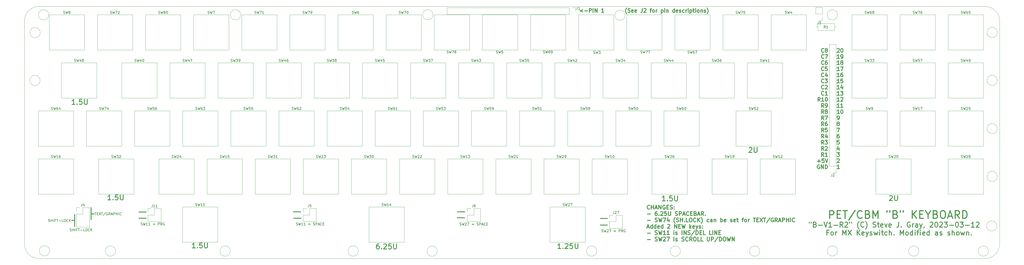
<source format=gbr>
G04 #@! TF.GenerationSoftware,KiCad,Pcbnew,7.0.1*
G04 #@! TF.CreationDate,2023-03-12T20:55:32-04:00*
G04 #@! TF.ProjectId,petkb,7065746b-622e-46b6-9963-61645f706362,B-V1-R2*
G04 #@! TF.SameCoordinates,Original*
G04 #@! TF.FileFunction,Legend,Top*
G04 #@! TF.FilePolarity,Positive*
%FSLAX46Y46*%
G04 Gerber Fmt 4.6, Leading zero omitted, Abs format (unit mm)*
G04 Created by KiCad (PCBNEW 7.0.1) date 2023-03-12 20:55:32*
%MOMM*%
%LPD*%
G01*
G04 APERTURE LIST*
%ADD10C,0.300000*%
%ADD11C,0.150000*%
%ADD12C,0.120000*%
%ADD13C,0.450000*%
G04 #@! TA.AperFunction,Profile*
%ADD14C,0.050000*%
G04 #@! TD*
G04 APERTURE END LIST*
D10*
X247802400Y-129489200D02*
X244957600Y-129489200D01*
X247802400Y-126898400D02*
X244957600Y-126898400D01*
X191211200Y-126593600D02*
X188366400Y-126593600D01*
X191312800Y-124206000D02*
X188468000Y-124206000D01*
X126441200Y-126746000D02*
X123596400Y-126746000D01*
X126339600Y-124206000D02*
X123494800Y-124206000D01*
X65176400Y-126796800D02*
X62331600Y-126796800D01*
X65176400Y-124307600D02*
X62331600Y-124307600D01*
D11*
X35039276Y-131834600D02*
X35182133Y-131882219D01*
X35182133Y-131882219D02*
X35420228Y-131882219D01*
X35420228Y-131882219D02*
X35515466Y-131834600D01*
X35515466Y-131834600D02*
X35563085Y-131786980D01*
X35563085Y-131786980D02*
X35610704Y-131691742D01*
X35610704Y-131691742D02*
X35610704Y-131596504D01*
X35610704Y-131596504D02*
X35563085Y-131501266D01*
X35563085Y-131501266D02*
X35515466Y-131453647D01*
X35515466Y-131453647D02*
X35420228Y-131406028D01*
X35420228Y-131406028D02*
X35229752Y-131358409D01*
X35229752Y-131358409D02*
X35134514Y-131310790D01*
X35134514Y-131310790D02*
X35086895Y-131263171D01*
X35086895Y-131263171D02*
X35039276Y-131167933D01*
X35039276Y-131167933D02*
X35039276Y-131072695D01*
X35039276Y-131072695D02*
X35086895Y-130977457D01*
X35086895Y-130977457D02*
X35134514Y-130929838D01*
X35134514Y-130929838D02*
X35229752Y-130882219D01*
X35229752Y-130882219D02*
X35467847Y-130882219D01*
X35467847Y-130882219D02*
X35610704Y-130929838D01*
X36039276Y-131882219D02*
X36039276Y-130882219D01*
X36039276Y-131358409D02*
X36610704Y-131358409D01*
X36610704Y-131882219D02*
X36610704Y-130882219D01*
X37086895Y-131882219D02*
X37086895Y-130882219D01*
X37896418Y-131358409D02*
X37563085Y-131358409D01*
X37563085Y-131882219D02*
X37563085Y-130882219D01*
X37563085Y-130882219D02*
X38039275Y-130882219D01*
X38277371Y-130882219D02*
X38848799Y-130882219D01*
X38563085Y-131882219D02*
X38563085Y-130882219D01*
X39182133Y-131501266D02*
X39944038Y-131501266D01*
X40896418Y-131882219D02*
X40420228Y-131882219D01*
X40420228Y-131882219D02*
X40420228Y-130882219D01*
X41420228Y-130882219D02*
X41610704Y-130882219D01*
X41610704Y-130882219D02*
X41705942Y-130929838D01*
X41705942Y-130929838D02*
X41801180Y-131025076D01*
X41801180Y-131025076D02*
X41848799Y-131215552D01*
X41848799Y-131215552D02*
X41848799Y-131548885D01*
X41848799Y-131548885D02*
X41801180Y-131739361D01*
X41801180Y-131739361D02*
X41705942Y-131834600D01*
X41705942Y-131834600D02*
X41610704Y-131882219D01*
X41610704Y-131882219D02*
X41420228Y-131882219D01*
X41420228Y-131882219D02*
X41324990Y-131834600D01*
X41324990Y-131834600D02*
X41229752Y-131739361D01*
X41229752Y-131739361D02*
X41182133Y-131548885D01*
X41182133Y-131548885D02*
X41182133Y-131215552D01*
X41182133Y-131215552D02*
X41229752Y-131025076D01*
X41229752Y-131025076D02*
X41324990Y-130929838D01*
X41324990Y-130929838D02*
X41420228Y-130882219D01*
X42848799Y-131786980D02*
X42801180Y-131834600D01*
X42801180Y-131834600D02*
X42658323Y-131882219D01*
X42658323Y-131882219D02*
X42563085Y-131882219D01*
X42563085Y-131882219D02*
X42420228Y-131834600D01*
X42420228Y-131834600D02*
X42324990Y-131739361D01*
X42324990Y-131739361D02*
X42277371Y-131644123D01*
X42277371Y-131644123D02*
X42229752Y-131453647D01*
X42229752Y-131453647D02*
X42229752Y-131310790D01*
X42229752Y-131310790D02*
X42277371Y-131120314D01*
X42277371Y-131120314D02*
X42324990Y-131025076D01*
X42324990Y-131025076D02*
X42420228Y-130929838D01*
X42420228Y-130929838D02*
X42563085Y-130882219D01*
X42563085Y-130882219D02*
X42658323Y-130882219D01*
X42658323Y-130882219D02*
X42801180Y-130929838D01*
X42801180Y-130929838D02*
X42848799Y-130977457D01*
X43277371Y-131882219D02*
X43277371Y-130882219D01*
X43848799Y-131882219D02*
X43420228Y-131310790D01*
X43848799Y-130882219D02*
X43277371Y-131453647D01*
D10*
X35661600Y-127660400D02*
X36880800Y-127660400D01*
D12*
X44602400Y-125120400D02*
X44145200Y-125120400D01*
D10*
X43383200Y-125120400D02*
X44602400Y-125120400D01*
X36880800Y-125323600D02*
X36880800Y-130048000D01*
X43383200Y-122529600D02*
X43383200Y-127254000D01*
D11*
X26504876Y-128126200D02*
X26647733Y-128173819D01*
X26647733Y-128173819D02*
X26885828Y-128173819D01*
X26885828Y-128173819D02*
X26981066Y-128126200D01*
X26981066Y-128126200D02*
X27028685Y-128078580D01*
X27028685Y-128078580D02*
X27076304Y-127983342D01*
X27076304Y-127983342D02*
X27076304Y-127888104D01*
X27076304Y-127888104D02*
X27028685Y-127792866D01*
X27028685Y-127792866D02*
X26981066Y-127745247D01*
X26981066Y-127745247D02*
X26885828Y-127697628D01*
X26885828Y-127697628D02*
X26695352Y-127650009D01*
X26695352Y-127650009D02*
X26600114Y-127602390D01*
X26600114Y-127602390D02*
X26552495Y-127554771D01*
X26552495Y-127554771D02*
X26504876Y-127459533D01*
X26504876Y-127459533D02*
X26504876Y-127364295D01*
X26504876Y-127364295D02*
X26552495Y-127269057D01*
X26552495Y-127269057D02*
X26600114Y-127221438D01*
X26600114Y-127221438D02*
X26695352Y-127173819D01*
X26695352Y-127173819D02*
X26933447Y-127173819D01*
X26933447Y-127173819D02*
X27076304Y-127221438D01*
X27504876Y-128173819D02*
X27504876Y-127173819D01*
X27504876Y-127650009D02*
X28076304Y-127650009D01*
X28076304Y-128173819D02*
X28076304Y-127173819D01*
X28552495Y-128173819D02*
X28552495Y-127173819D01*
X29362018Y-127650009D02*
X29028685Y-127650009D01*
X29028685Y-128173819D02*
X29028685Y-127173819D01*
X29028685Y-127173819D02*
X29504875Y-127173819D01*
X29742971Y-127173819D02*
X30314399Y-127173819D01*
X30028685Y-128173819D02*
X30028685Y-127173819D01*
X30647733Y-127792866D02*
X31409638Y-127792866D01*
X32362018Y-128173819D02*
X31885828Y-128173819D01*
X31885828Y-128173819D02*
X31885828Y-127173819D01*
X32885828Y-127173819D02*
X33076304Y-127173819D01*
X33076304Y-127173819D02*
X33171542Y-127221438D01*
X33171542Y-127221438D02*
X33266780Y-127316676D01*
X33266780Y-127316676D02*
X33314399Y-127507152D01*
X33314399Y-127507152D02*
X33314399Y-127840485D01*
X33314399Y-127840485D02*
X33266780Y-128030961D01*
X33266780Y-128030961D02*
X33171542Y-128126200D01*
X33171542Y-128126200D02*
X33076304Y-128173819D01*
X33076304Y-128173819D02*
X32885828Y-128173819D01*
X32885828Y-128173819D02*
X32790590Y-128126200D01*
X32790590Y-128126200D02*
X32695352Y-128030961D01*
X32695352Y-128030961D02*
X32647733Y-127840485D01*
X32647733Y-127840485D02*
X32647733Y-127507152D01*
X32647733Y-127507152D02*
X32695352Y-127316676D01*
X32695352Y-127316676D02*
X32790590Y-127221438D01*
X32790590Y-127221438D02*
X32885828Y-127173819D01*
X34314399Y-128078580D02*
X34266780Y-128126200D01*
X34266780Y-128126200D02*
X34123923Y-128173819D01*
X34123923Y-128173819D02*
X34028685Y-128173819D01*
X34028685Y-128173819D02*
X33885828Y-128126200D01*
X33885828Y-128126200D02*
X33790590Y-128030961D01*
X33790590Y-128030961D02*
X33742971Y-127935723D01*
X33742971Y-127935723D02*
X33695352Y-127745247D01*
X33695352Y-127745247D02*
X33695352Y-127602390D01*
X33695352Y-127602390D02*
X33742971Y-127411914D01*
X33742971Y-127411914D02*
X33790590Y-127316676D01*
X33790590Y-127316676D02*
X33885828Y-127221438D01*
X33885828Y-127221438D02*
X34028685Y-127173819D01*
X34028685Y-127173819D02*
X34123923Y-127173819D01*
X34123923Y-127173819D02*
X34266780Y-127221438D01*
X34266780Y-127221438D02*
X34314399Y-127269057D01*
X34742971Y-128173819D02*
X34742971Y-127173819D01*
X35314399Y-128173819D02*
X34885828Y-127602390D01*
X35314399Y-127173819D02*
X34742971Y-127745247D01*
X63131676Y-129497800D02*
X63274533Y-129545419D01*
X63274533Y-129545419D02*
X63512628Y-129545419D01*
X63512628Y-129545419D02*
X63607866Y-129497800D01*
X63607866Y-129497800D02*
X63655485Y-129450180D01*
X63655485Y-129450180D02*
X63703104Y-129354942D01*
X63703104Y-129354942D02*
X63703104Y-129259704D01*
X63703104Y-129259704D02*
X63655485Y-129164466D01*
X63655485Y-129164466D02*
X63607866Y-129116847D01*
X63607866Y-129116847D02*
X63512628Y-129069228D01*
X63512628Y-129069228D02*
X63322152Y-129021609D01*
X63322152Y-129021609D02*
X63226914Y-128973990D01*
X63226914Y-128973990D02*
X63179295Y-128926371D01*
X63179295Y-128926371D02*
X63131676Y-128831133D01*
X63131676Y-128831133D02*
X63131676Y-128735895D01*
X63131676Y-128735895D02*
X63179295Y-128640657D01*
X63179295Y-128640657D02*
X63226914Y-128593038D01*
X63226914Y-128593038D02*
X63322152Y-128545419D01*
X63322152Y-128545419D02*
X63560247Y-128545419D01*
X63560247Y-128545419D02*
X63703104Y-128593038D01*
X64036438Y-128545419D02*
X64274533Y-129545419D01*
X64274533Y-129545419D02*
X64465009Y-128831133D01*
X64465009Y-128831133D02*
X64655485Y-129545419D01*
X64655485Y-129545419D02*
X64893581Y-128545419D01*
X65798342Y-129545419D02*
X65226914Y-129545419D01*
X65512628Y-129545419D02*
X65512628Y-128545419D01*
X65512628Y-128545419D02*
X65417390Y-128688276D01*
X65417390Y-128688276D02*
X65322152Y-128783514D01*
X65322152Y-128783514D02*
X65226914Y-128831133D01*
X66750723Y-129545419D02*
X66179295Y-129545419D01*
X66465009Y-129545419D02*
X66465009Y-128545419D01*
X66465009Y-128545419D02*
X66369771Y-128688276D01*
X66369771Y-128688276D02*
X66274533Y-128783514D01*
X66274533Y-128783514D02*
X66179295Y-128831133D01*
X67941200Y-129021609D02*
X68703105Y-129021609D01*
X68703105Y-129307323D02*
X67941200Y-129307323D01*
X69941200Y-129545419D02*
X69941200Y-128545419D01*
X69941200Y-128545419D02*
X70322152Y-128545419D01*
X70322152Y-128545419D02*
X70417390Y-128593038D01*
X70417390Y-128593038D02*
X70465009Y-128640657D01*
X70465009Y-128640657D02*
X70512628Y-128735895D01*
X70512628Y-128735895D02*
X70512628Y-128878752D01*
X70512628Y-128878752D02*
X70465009Y-128973990D01*
X70465009Y-128973990D02*
X70417390Y-129021609D01*
X70417390Y-129021609D02*
X70322152Y-129069228D01*
X70322152Y-129069228D02*
X69941200Y-129069228D01*
X71512628Y-129545419D02*
X71179295Y-129069228D01*
X70941200Y-129545419D02*
X70941200Y-128545419D01*
X70941200Y-128545419D02*
X71322152Y-128545419D01*
X71322152Y-128545419D02*
X71417390Y-128593038D01*
X71417390Y-128593038D02*
X71465009Y-128640657D01*
X71465009Y-128640657D02*
X71512628Y-128735895D01*
X71512628Y-128735895D02*
X71512628Y-128878752D01*
X71512628Y-128878752D02*
X71465009Y-128973990D01*
X71465009Y-128973990D02*
X71417390Y-129021609D01*
X71417390Y-129021609D02*
X71322152Y-129069228D01*
X71322152Y-129069228D02*
X70941200Y-129069228D01*
X72465009Y-128593038D02*
X72369771Y-128545419D01*
X72369771Y-128545419D02*
X72226914Y-128545419D01*
X72226914Y-128545419D02*
X72084057Y-128593038D01*
X72084057Y-128593038D02*
X71988819Y-128688276D01*
X71988819Y-128688276D02*
X71941200Y-128783514D01*
X71941200Y-128783514D02*
X71893581Y-128973990D01*
X71893581Y-128973990D02*
X71893581Y-129116847D01*
X71893581Y-129116847D02*
X71941200Y-129307323D01*
X71941200Y-129307323D02*
X71988819Y-129402561D01*
X71988819Y-129402561D02*
X72084057Y-129497800D01*
X72084057Y-129497800D02*
X72226914Y-129545419D01*
X72226914Y-129545419D02*
X72322152Y-129545419D01*
X72322152Y-129545419D02*
X72465009Y-129497800D01*
X72465009Y-129497800D02*
X72512628Y-129450180D01*
X72512628Y-129450180D02*
X72512628Y-129116847D01*
X72512628Y-129116847D02*
X72322152Y-129116847D01*
X245554476Y-132241000D02*
X245697333Y-132288619D01*
X245697333Y-132288619D02*
X245935428Y-132288619D01*
X245935428Y-132288619D02*
X246030666Y-132241000D01*
X246030666Y-132241000D02*
X246078285Y-132193380D01*
X246078285Y-132193380D02*
X246125904Y-132098142D01*
X246125904Y-132098142D02*
X246125904Y-132002904D01*
X246125904Y-132002904D02*
X246078285Y-131907666D01*
X246078285Y-131907666D02*
X246030666Y-131860047D01*
X246030666Y-131860047D02*
X245935428Y-131812428D01*
X245935428Y-131812428D02*
X245744952Y-131764809D01*
X245744952Y-131764809D02*
X245649714Y-131717190D01*
X245649714Y-131717190D02*
X245602095Y-131669571D01*
X245602095Y-131669571D02*
X245554476Y-131574333D01*
X245554476Y-131574333D02*
X245554476Y-131479095D01*
X245554476Y-131479095D02*
X245602095Y-131383857D01*
X245602095Y-131383857D02*
X245649714Y-131336238D01*
X245649714Y-131336238D02*
X245744952Y-131288619D01*
X245744952Y-131288619D02*
X245983047Y-131288619D01*
X245983047Y-131288619D02*
X246125904Y-131336238D01*
X246459238Y-131288619D02*
X246697333Y-132288619D01*
X246697333Y-132288619D02*
X246887809Y-131574333D01*
X246887809Y-131574333D02*
X247078285Y-132288619D01*
X247078285Y-132288619D02*
X247316381Y-131288619D01*
X247649714Y-131383857D02*
X247697333Y-131336238D01*
X247697333Y-131336238D02*
X247792571Y-131288619D01*
X247792571Y-131288619D02*
X248030666Y-131288619D01*
X248030666Y-131288619D02*
X248125904Y-131336238D01*
X248125904Y-131336238D02*
X248173523Y-131383857D01*
X248173523Y-131383857D02*
X248221142Y-131479095D01*
X248221142Y-131479095D02*
X248221142Y-131574333D01*
X248221142Y-131574333D02*
X248173523Y-131717190D01*
X248173523Y-131717190D02*
X247602095Y-132288619D01*
X247602095Y-132288619D02*
X248221142Y-132288619D01*
X248554476Y-131288619D02*
X249221142Y-131288619D01*
X249221142Y-131288619D02*
X248792571Y-132288619D01*
X250364000Y-131764809D02*
X251125905Y-131764809D01*
X251125905Y-132050523D02*
X250364000Y-132050523D01*
X252364000Y-132288619D02*
X252364000Y-131288619D01*
X252364000Y-131288619D02*
X252744952Y-131288619D01*
X252744952Y-131288619D02*
X252840190Y-131336238D01*
X252840190Y-131336238D02*
X252887809Y-131383857D01*
X252887809Y-131383857D02*
X252935428Y-131479095D01*
X252935428Y-131479095D02*
X252935428Y-131621952D01*
X252935428Y-131621952D02*
X252887809Y-131717190D01*
X252887809Y-131717190D02*
X252840190Y-131764809D01*
X252840190Y-131764809D02*
X252744952Y-131812428D01*
X252744952Y-131812428D02*
X252364000Y-131812428D01*
X253935428Y-132288619D02*
X253602095Y-131812428D01*
X253364000Y-132288619D02*
X253364000Y-131288619D01*
X253364000Y-131288619D02*
X253744952Y-131288619D01*
X253744952Y-131288619D02*
X253840190Y-131336238D01*
X253840190Y-131336238D02*
X253887809Y-131383857D01*
X253887809Y-131383857D02*
X253935428Y-131479095D01*
X253935428Y-131479095D02*
X253935428Y-131621952D01*
X253935428Y-131621952D02*
X253887809Y-131717190D01*
X253887809Y-131717190D02*
X253840190Y-131764809D01*
X253840190Y-131764809D02*
X253744952Y-131812428D01*
X253744952Y-131812428D02*
X253364000Y-131812428D01*
X254887809Y-131336238D02*
X254792571Y-131288619D01*
X254792571Y-131288619D02*
X254649714Y-131288619D01*
X254649714Y-131288619D02*
X254506857Y-131336238D01*
X254506857Y-131336238D02*
X254411619Y-131431476D01*
X254411619Y-131431476D02*
X254364000Y-131526714D01*
X254364000Y-131526714D02*
X254316381Y-131717190D01*
X254316381Y-131717190D02*
X254316381Y-131860047D01*
X254316381Y-131860047D02*
X254364000Y-132050523D01*
X254364000Y-132050523D02*
X254411619Y-132145761D01*
X254411619Y-132145761D02*
X254506857Y-132241000D01*
X254506857Y-132241000D02*
X254649714Y-132288619D01*
X254649714Y-132288619D02*
X254744952Y-132288619D01*
X254744952Y-132288619D02*
X254887809Y-132241000D01*
X254887809Y-132241000D02*
X254935428Y-132193380D01*
X254935428Y-132193380D02*
X254935428Y-131860047D01*
X254935428Y-131860047D02*
X254744952Y-131860047D01*
X189369676Y-129548600D02*
X189512533Y-129596219D01*
X189512533Y-129596219D02*
X189750628Y-129596219D01*
X189750628Y-129596219D02*
X189845866Y-129548600D01*
X189845866Y-129548600D02*
X189893485Y-129500980D01*
X189893485Y-129500980D02*
X189941104Y-129405742D01*
X189941104Y-129405742D02*
X189941104Y-129310504D01*
X189941104Y-129310504D02*
X189893485Y-129215266D01*
X189893485Y-129215266D02*
X189845866Y-129167647D01*
X189845866Y-129167647D02*
X189750628Y-129120028D01*
X189750628Y-129120028D02*
X189560152Y-129072409D01*
X189560152Y-129072409D02*
X189464914Y-129024790D01*
X189464914Y-129024790D02*
X189417295Y-128977171D01*
X189417295Y-128977171D02*
X189369676Y-128881933D01*
X189369676Y-128881933D02*
X189369676Y-128786695D01*
X189369676Y-128786695D02*
X189417295Y-128691457D01*
X189417295Y-128691457D02*
X189464914Y-128643838D01*
X189464914Y-128643838D02*
X189560152Y-128596219D01*
X189560152Y-128596219D02*
X189798247Y-128596219D01*
X189798247Y-128596219D02*
X189941104Y-128643838D01*
X190274438Y-128596219D02*
X190512533Y-129596219D01*
X190512533Y-129596219D02*
X190703009Y-128881933D01*
X190703009Y-128881933D02*
X190893485Y-129596219D01*
X190893485Y-129596219D02*
X191131581Y-128596219D01*
X191464914Y-128691457D02*
X191512533Y-128643838D01*
X191512533Y-128643838D02*
X191607771Y-128596219D01*
X191607771Y-128596219D02*
X191845866Y-128596219D01*
X191845866Y-128596219D02*
X191941104Y-128643838D01*
X191941104Y-128643838D02*
X191988723Y-128691457D01*
X191988723Y-128691457D02*
X192036342Y-128786695D01*
X192036342Y-128786695D02*
X192036342Y-128881933D01*
X192036342Y-128881933D02*
X191988723Y-129024790D01*
X191988723Y-129024790D02*
X191417295Y-129596219D01*
X191417295Y-129596219D02*
X192036342Y-129596219D01*
X192369676Y-128596219D02*
X193036342Y-128596219D01*
X193036342Y-128596219D02*
X192607771Y-129596219D01*
X194179200Y-129072409D02*
X194941105Y-129072409D01*
X194941105Y-129358123D02*
X194179200Y-129358123D01*
X196131581Y-129548600D02*
X196274438Y-129596219D01*
X196274438Y-129596219D02*
X196512533Y-129596219D01*
X196512533Y-129596219D02*
X196607771Y-129548600D01*
X196607771Y-129548600D02*
X196655390Y-129500980D01*
X196655390Y-129500980D02*
X196703009Y-129405742D01*
X196703009Y-129405742D02*
X196703009Y-129310504D01*
X196703009Y-129310504D02*
X196655390Y-129215266D01*
X196655390Y-129215266D02*
X196607771Y-129167647D01*
X196607771Y-129167647D02*
X196512533Y-129120028D01*
X196512533Y-129120028D02*
X196322057Y-129072409D01*
X196322057Y-129072409D02*
X196226819Y-129024790D01*
X196226819Y-129024790D02*
X196179200Y-128977171D01*
X196179200Y-128977171D02*
X196131581Y-128881933D01*
X196131581Y-128881933D02*
X196131581Y-128786695D01*
X196131581Y-128786695D02*
X196179200Y-128691457D01*
X196179200Y-128691457D02*
X196226819Y-128643838D01*
X196226819Y-128643838D02*
X196322057Y-128596219D01*
X196322057Y-128596219D02*
X196560152Y-128596219D01*
X196560152Y-128596219D02*
X196703009Y-128643838D01*
X197131581Y-129596219D02*
X197131581Y-128596219D01*
X197131581Y-128596219D02*
X197512533Y-128596219D01*
X197512533Y-128596219D02*
X197607771Y-128643838D01*
X197607771Y-128643838D02*
X197655390Y-128691457D01*
X197655390Y-128691457D02*
X197703009Y-128786695D01*
X197703009Y-128786695D02*
X197703009Y-128929552D01*
X197703009Y-128929552D02*
X197655390Y-129024790D01*
X197655390Y-129024790D02*
X197607771Y-129072409D01*
X197607771Y-129072409D02*
X197512533Y-129120028D01*
X197512533Y-129120028D02*
X197131581Y-129120028D01*
X198083962Y-129310504D02*
X198560152Y-129310504D01*
X197988724Y-129596219D02*
X198322057Y-128596219D01*
X198322057Y-128596219D02*
X198655390Y-129596219D01*
X199560152Y-129500980D02*
X199512533Y-129548600D01*
X199512533Y-129548600D02*
X199369676Y-129596219D01*
X199369676Y-129596219D02*
X199274438Y-129596219D01*
X199274438Y-129596219D02*
X199131581Y-129548600D01*
X199131581Y-129548600D02*
X199036343Y-129453361D01*
X199036343Y-129453361D02*
X198988724Y-129358123D01*
X198988724Y-129358123D02*
X198941105Y-129167647D01*
X198941105Y-129167647D02*
X198941105Y-129024790D01*
X198941105Y-129024790D02*
X198988724Y-128834314D01*
X198988724Y-128834314D02*
X199036343Y-128739076D01*
X199036343Y-128739076D02*
X199131581Y-128643838D01*
X199131581Y-128643838D02*
X199274438Y-128596219D01*
X199274438Y-128596219D02*
X199369676Y-128596219D01*
X199369676Y-128596219D02*
X199512533Y-128643838D01*
X199512533Y-128643838D02*
X199560152Y-128691457D01*
X199988724Y-129072409D02*
X200322057Y-129072409D01*
X200464914Y-129596219D02*
X199988724Y-129596219D01*
X199988724Y-129596219D02*
X199988724Y-128596219D01*
X199988724Y-128596219D02*
X200464914Y-128596219D01*
X124599676Y-129497800D02*
X124742533Y-129545419D01*
X124742533Y-129545419D02*
X124980628Y-129545419D01*
X124980628Y-129545419D02*
X125075866Y-129497800D01*
X125075866Y-129497800D02*
X125123485Y-129450180D01*
X125123485Y-129450180D02*
X125171104Y-129354942D01*
X125171104Y-129354942D02*
X125171104Y-129259704D01*
X125171104Y-129259704D02*
X125123485Y-129164466D01*
X125123485Y-129164466D02*
X125075866Y-129116847D01*
X125075866Y-129116847D02*
X124980628Y-129069228D01*
X124980628Y-129069228D02*
X124790152Y-129021609D01*
X124790152Y-129021609D02*
X124694914Y-128973990D01*
X124694914Y-128973990D02*
X124647295Y-128926371D01*
X124647295Y-128926371D02*
X124599676Y-128831133D01*
X124599676Y-128831133D02*
X124599676Y-128735895D01*
X124599676Y-128735895D02*
X124647295Y-128640657D01*
X124647295Y-128640657D02*
X124694914Y-128593038D01*
X124694914Y-128593038D02*
X124790152Y-128545419D01*
X124790152Y-128545419D02*
X125028247Y-128545419D01*
X125028247Y-128545419D02*
X125171104Y-128593038D01*
X125504438Y-128545419D02*
X125742533Y-129545419D01*
X125742533Y-129545419D02*
X125933009Y-128831133D01*
X125933009Y-128831133D02*
X126123485Y-129545419D01*
X126123485Y-129545419D02*
X126361581Y-128545419D01*
X127266342Y-129545419D02*
X126694914Y-129545419D01*
X126980628Y-129545419D02*
X126980628Y-128545419D01*
X126980628Y-128545419D02*
X126885390Y-128688276D01*
X126885390Y-128688276D02*
X126790152Y-128783514D01*
X126790152Y-128783514D02*
X126694914Y-128831133D01*
X128218723Y-129545419D02*
X127647295Y-129545419D01*
X127933009Y-129545419D02*
X127933009Y-128545419D01*
X127933009Y-128545419D02*
X127837771Y-128688276D01*
X127837771Y-128688276D02*
X127742533Y-128783514D01*
X127742533Y-128783514D02*
X127647295Y-128831133D01*
X129409200Y-129021609D02*
X130171105Y-129021609D01*
X130171105Y-129307323D02*
X129409200Y-129307323D01*
X131361581Y-129497800D02*
X131504438Y-129545419D01*
X131504438Y-129545419D02*
X131742533Y-129545419D01*
X131742533Y-129545419D02*
X131837771Y-129497800D01*
X131837771Y-129497800D02*
X131885390Y-129450180D01*
X131885390Y-129450180D02*
X131933009Y-129354942D01*
X131933009Y-129354942D02*
X131933009Y-129259704D01*
X131933009Y-129259704D02*
X131885390Y-129164466D01*
X131885390Y-129164466D02*
X131837771Y-129116847D01*
X131837771Y-129116847D02*
X131742533Y-129069228D01*
X131742533Y-129069228D02*
X131552057Y-129021609D01*
X131552057Y-129021609D02*
X131456819Y-128973990D01*
X131456819Y-128973990D02*
X131409200Y-128926371D01*
X131409200Y-128926371D02*
X131361581Y-128831133D01*
X131361581Y-128831133D02*
X131361581Y-128735895D01*
X131361581Y-128735895D02*
X131409200Y-128640657D01*
X131409200Y-128640657D02*
X131456819Y-128593038D01*
X131456819Y-128593038D02*
X131552057Y-128545419D01*
X131552057Y-128545419D02*
X131790152Y-128545419D01*
X131790152Y-128545419D02*
X131933009Y-128593038D01*
X132361581Y-129545419D02*
X132361581Y-128545419D01*
X132361581Y-128545419D02*
X132742533Y-128545419D01*
X132742533Y-128545419D02*
X132837771Y-128593038D01*
X132837771Y-128593038D02*
X132885390Y-128640657D01*
X132885390Y-128640657D02*
X132933009Y-128735895D01*
X132933009Y-128735895D02*
X132933009Y-128878752D01*
X132933009Y-128878752D02*
X132885390Y-128973990D01*
X132885390Y-128973990D02*
X132837771Y-129021609D01*
X132837771Y-129021609D02*
X132742533Y-129069228D01*
X132742533Y-129069228D02*
X132361581Y-129069228D01*
X133313962Y-129259704D02*
X133790152Y-129259704D01*
X133218724Y-129545419D02*
X133552057Y-128545419D01*
X133552057Y-128545419D02*
X133885390Y-129545419D01*
X134790152Y-129450180D02*
X134742533Y-129497800D01*
X134742533Y-129497800D02*
X134599676Y-129545419D01*
X134599676Y-129545419D02*
X134504438Y-129545419D01*
X134504438Y-129545419D02*
X134361581Y-129497800D01*
X134361581Y-129497800D02*
X134266343Y-129402561D01*
X134266343Y-129402561D02*
X134218724Y-129307323D01*
X134218724Y-129307323D02*
X134171105Y-129116847D01*
X134171105Y-129116847D02*
X134171105Y-128973990D01*
X134171105Y-128973990D02*
X134218724Y-128783514D01*
X134218724Y-128783514D02*
X134266343Y-128688276D01*
X134266343Y-128688276D02*
X134361581Y-128593038D01*
X134361581Y-128593038D02*
X134504438Y-128545419D01*
X134504438Y-128545419D02*
X134599676Y-128545419D01*
X134599676Y-128545419D02*
X134742533Y-128593038D01*
X134742533Y-128593038D02*
X134790152Y-128640657D01*
X135218724Y-129021609D02*
X135552057Y-129021609D01*
X135694914Y-129545419D02*
X135218724Y-129545419D01*
X135218724Y-129545419D02*
X135218724Y-128545419D01*
X135218724Y-128545419D02*
X135694914Y-128545419D01*
D10*
X238075600Y-44143928D02*
X236932742Y-44572500D01*
X236932742Y-44572500D02*
X238075600Y-45001071D01*
X238789885Y-44572500D02*
X239932743Y-44572500D01*
X240647028Y-45143928D02*
X240647028Y-43643928D01*
X240647028Y-43643928D02*
X241218457Y-43643928D01*
X241218457Y-43643928D02*
X241361314Y-43715357D01*
X241361314Y-43715357D02*
X241432743Y-43786785D01*
X241432743Y-43786785D02*
X241504171Y-43929642D01*
X241504171Y-43929642D02*
X241504171Y-44143928D01*
X241504171Y-44143928D02*
X241432743Y-44286785D01*
X241432743Y-44286785D02*
X241361314Y-44358214D01*
X241361314Y-44358214D02*
X241218457Y-44429642D01*
X241218457Y-44429642D02*
X240647028Y-44429642D01*
X242147028Y-45143928D02*
X242147028Y-43643928D01*
X242861314Y-45143928D02*
X242861314Y-43643928D01*
X242861314Y-43643928D02*
X243718457Y-45143928D01*
X243718457Y-45143928D02*
X243718457Y-43643928D01*
X246361315Y-45143928D02*
X245504172Y-45143928D01*
X245932743Y-45143928D02*
X245932743Y-43643928D01*
X245932743Y-43643928D02*
X245789886Y-43858214D01*
X245789886Y-43858214D02*
X245647029Y-44001071D01*
X245647029Y-44001071D02*
X245504172Y-44072500D01*
X255432742Y-45715357D02*
X255361313Y-45643928D01*
X255361313Y-45643928D02*
X255218456Y-45429642D01*
X255218456Y-45429642D02*
X255147028Y-45286785D01*
X255147028Y-45286785D02*
X255075599Y-45072500D01*
X255075599Y-45072500D02*
X255004170Y-44715357D01*
X255004170Y-44715357D02*
X255004170Y-44429642D01*
X255004170Y-44429642D02*
X255075599Y-44072500D01*
X255075599Y-44072500D02*
X255147028Y-43858214D01*
X255147028Y-43858214D02*
X255218456Y-43715357D01*
X255218456Y-43715357D02*
X255361313Y-43501071D01*
X255361313Y-43501071D02*
X255432742Y-43429642D01*
X255932742Y-45072500D02*
X256147028Y-45143928D01*
X256147028Y-45143928D02*
X256504170Y-45143928D01*
X256504170Y-45143928D02*
X256647028Y-45072500D01*
X256647028Y-45072500D02*
X256718456Y-45001071D01*
X256718456Y-45001071D02*
X256789885Y-44858214D01*
X256789885Y-44858214D02*
X256789885Y-44715357D01*
X256789885Y-44715357D02*
X256718456Y-44572500D01*
X256718456Y-44572500D02*
X256647028Y-44501071D01*
X256647028Y-44501071D02*
X256504170Y-44429642D01*
X256504170Y-44429642D02*
X256218456Y-44358214D01*
X256218456Y-44358214D02*
X256075599Y-44286785D01*
X256075599Y-44286785D02*
X256004170Y-44215357D01*
X256004170Y-44215357D02*
X255932742Y-44072500D01*
X255932742Y-44072500D02*
X255932742Y-43929642D01*
X255932742Y-43929642D02*
X256004170Y-43786785D01*
X256004170Y-43786785D02*
X256075599Y-43715357D01*
X256075599Y-43715357D02*
X256218456Y-43643928D01*
X256218456Y-43643928D02*
X256575599Y-43643928D01*
X256575599Y-43643928D02*
X256789885Y-43715357D01*
X258004170Y-45072500D02*
X257861313Y-45143928D01*
X257861313Y-45143928D02*
X257575599Y-45143928D01*
X257575599Y-45143928D02*
X257432741Y-45072500D01*
X257432741Y-45072500D02*
X257361313Y-44929642D01*
X257361313Y-44929642D02*
X257361313Y-44358214D01*
X257361313Y-44358214D02*
X257432741Y-44215357D01*
X257432741Y-44215357D02*
X257575599Y-44143928D01*
X257575599Y-44143928D02*
X257861313Y-44143928D01*
X257861313Y-44143928D02*
X258004170Y-44215357D01*
X258004170Y-44215357D02*
X258075599Y-44358214D01*
X258075599Y-44358214D02*
X258075599Y-44501071D01*
X258075599Y-44501071D02*
X257361313Y-44643928D01*
X259289884Y-45072500D02*
X259147027Y-45143928D01*
X259147027Y-45143928D02*
X258861313Y-45143928D01*
X258861313Y-45143928D02*
X258718455Y-45072500D01*
X258718455Y-45072500D02*
X258647027Y-44929642D01*
X258647027Y-44929642D02*
X258647027Y-44358214D01*
X258647027Y-44358214D02*
X258718455Y-44215357D01*
X258718455Y-44215357D02*
X258861313Y-44143928D01*
X258861313Y-44143928D02*
X259147027Y-44143928D01*
X259147027Y-44143928D02*
X259289884Y-44215357D01*
X259289884Y-44215357D02*
X259361313Y-44358214D01*
X259361313Y-44358214D02*
X259361313Y-44501071D01*
X259361313Y-44501071D02*
X258647027Y-44643928D01*
X261575598Y-43643928D02*
X261575598Y-44715357D01*
X261575598Y-44715357D02*
X261504169Y-44929642D01*
X261504169Y-44929642D02*
X261361312Y-45072500D01*
X261361312Y-45072500D02*
X261147026Y-45143928D01*
X261147026Y-45143928D02*
X261004169Y-45143928D01*
X262218455Y-43786785D02*
X262289883Y-43715357D01*
X262289883Y-43715357D02*
X262432741Y-43643928D01*
X262432741Y-43643928D02*
X262789883Y-43643928D01*
X262789883Y-43643928D02*
X262932741Y-43715357D01*
X262932741Y-43715357D02*
X263004169Y-43786785D01*
X263004169Y-43786785D02*
X263075598Y-43929642D01*
X263075598Y-43929642D02*
X263075598Y-44072500D01*
X263075598Y-44072500D02*
X263004169Y-44286785D01*
X263004169Y-44286785D02*
X262147026Y-45143928D01*
X262147026Y-45143928D02*
X263075598Y-45143928D01*
X264647026Y-44143928D02*
X265218454Y-44143928D01*
X264861311Y-45143928D02*
X264861311Y-43858214D01*
X264861311Y-43858214D02*
X264932740Y-43715357D01*
X264932740Y-43715357D02*
X265075597Y-43643928D01*
X265075597Y-43643928D02*
X265218454Y-43643928D01*
X265932740Y-45143928D02*
X265789883Y-45072500D01*
X265789883Y-45072500D02*
X265718454Y-45001071D01*
X265718454Y-45001071D02*
X265647026Y-44858214D01*
X265647026Y-44858214D02*
X265647026Y-44429642D01*
X265647026Y-44429642D02*
X265718454Y-44286785D01*
X265718454Y-44286785D02*
X265789883Y-44215357D01*
X265789883Y-44215357D02*
X265932740Y-44143928D01*
X265932740Y-44143928D02*
X266147026Y-44143928D01*
X266147026Y-44143928D02*
X266289883Y-44215357D01*
X266289883Y-44215357D02*
X266361312Y-44286785D01*
X266361312Y-44286785D02*
X266432740Y-44429642D01*
X266432740Y-44429642D02*
X266432740Y-44858214D01*
X266432740Y-44858214D02*
X266361312Y-45001071D01*
X266361312Y-45001071D02*
X266289883Y-45072500D01*
X266289883Y-45072500D02*
X266147026Y-45143928D01*
X266147026Y-45143928D02*
X265932740Y-45143928D01*
X267075597Y-45143928D02*
X267075597Y-44143928D01*
X267075597Y-44429642D02*
X267147026Y-44286785D01*
X267147026Y-44286785D02*
X267218455Y-44215357D01*
X267218455Y-44215357D02*
X267361312Y-44143928D01*
X267361312Y-44143928D02*
X267504169Y-44143928D01*
X269147025Y-44143928D02*
X269147025Y-45643928D01*
X269147025Y-44215357D02*
X269289883Y-44143928D01*
X269289883Y-44143928D02*
X269575597Y-44143928D01*
X269575597Y-44143928D02*
X269718454Y-44215357D01*
X269718454Y-44215357D02*
X269789883Y-44286785D01*
X269789883Y-44286785D02*
X269861311Y-44429642D01*
X269861311Y-44429642D02*
X269861311Y-44858214D01*
X269861311Y-44858214D02*
X269789883Y-45001071D01*
X269789883Y-45001071D02*
X269718454Y-45072500D01*
X269718454Y-45072500D02*
X269575597Y-45143928D01*
X269575597Y-45143928D02*
X269289883Y-45143928D01*
X269289883Y-45143928D02*
X269147025Y-45072500D01*
X270504168Y-45143928D02*
X270504168Y-44143928D01*
X270504168Y-43643928D02*
X270432740Y-43715357D01*
X270432740Y-43715357D02*
X270504168Y-43786785D01*
X270504168Y-43786785D02*
X270575597Y-43715357D01*
X270575597Y-43715357D02*
X270504168Y-43643928D01*
X270504168Y-43643928D02*
X270504168Y-43786785D01*
X271218454Y-44143928D02*
X271218454Y-45143928D01*
X271218454Y-44286785D02*
X271289883Y-44215357D01*
X271289883Y-44215357D02*
X271432740Y-44143928D01*
X271432740Y-44143928D02*
X271647026Y-44143928D01*
X271647026Y-44143928D02*
X271789883Y-44215357D01*
X271789883Y-44215357D02*
X271861312Y-44358214D01*
X271861312Y-44358214D02*
X271861312Y-45143928D01*
X274361312Y-45143928D02*
X274361312Y-43643928D01*
X274361312Y-45072500D02*
X274218454Y-45143928D01*
X274218454Y-45143928D02*
X273932740Y-45143928D01*
X273932740Y-45143928D02*
X273789883Y-45072500D01*
X273789883Y-45072500D02*
X273718454Y-45001071D01*
X273718454Y-45001071D02*
X273647026Y-44858214D01*
X273647026Y-44858214D02*
X273647026Y-44429642D01*
X273647026Y-44429642D02*
X273718454Y-44286785D01*
X273718454Y-44286785D02*
X273789883Y-44215357D01*
X273789883Y-44215357D02*
X273932740Y-44143928D01*
X273932740Y-44143928D02*
X274218454Y-44143928D01*
X274218454Y-44143928D02*
X274361312Y-44215357D01*
X275647026Y-45072500D02*
X275504169Y-45143928D01*
X275504169Y-45143928D02*
X275218455Y-45143928D01*
X275218455Y-45143928D02*
X275075597Y-45072500D01*
X275075597Y-45072500D02*
X275004169Y-44929642D01*
X275004169Y-44929642D02*
X275004169Y-44358214D01*
X275004169Y-44358214D02*
X275075597Y-44215357D01*
X275075597Y-44215357D02*
X275218455Y-44143928D01*
X275218455Y-44143928D02*
X275504169Y-44143928D01*
X275504169Y-44143928D02*
X275647026Y-44215357D01*
X275647026Y-44215357D02*
X275718455Y-44358214D01*
X275718455Y-44358214D02*
X275718455Y-44501071D01*
X275718455Y-44501071D02*
X275004169Y-44643928D01*
X276289883Y-45072500D02*
X276432740Y-45143928D01*
X276432740Y-45143928D02*
X276718454Y-45143928D01*
X276718454Y-45143928D02*
X276861311Y-45072500D01*
X276861311Y-45072500D02*
X276932740Y-44929642D01*
X276932740Y-44929642D02*
X276932740Y-44858214D01*
X276932740Y-44858214D02*
X276861311Y-44715357D01*
X276861311Y-44715357D02*
X276718454Y-44643928D01*
X276718454Y-44643928D02*
X276504169Y-44643928D01*
X276504169Y-44643928D02*
X276361311Y-44572500D01*
X276361311Y-44572500D02*
X276289883Y-44429642D01*
X276289883Y-44429642D02*
X276289883Y-44358214D01*
X276289883Y-44358214D02*
X276361311Y-44215357D01*
X276361311Y-44215357D02*
X276504169Y-44143928D01*
X276504169Y-44143928D02*
X276718454Y-44143928D01*
X276718454Y-44143928D02*
X276861311Y-44215357D01*
X278218455Y-45072500D02*
X278075597Y-45143928D01*
X278075597Y-45143928D02*
X277789883Y-45143928D01*
X277789883Y-45143928D02*
X277647026Y-45072500D01*
X277647026Y-45072500D02*
X277575597Y-45001071D01*
X277575597Y-45001071D02*
X277504169Y-44858214D01*
X277504169Y-44858214D02*
X277504169Y-44429642D01*
X277504169Y-44429642D02*
X277575597Y-44286785D01*
X277575597Y-44286785D02*
X277647026Y-44215357D01*
X277647026Y-44215357D02*
X277789883Y-44143928D01*
X277789883Y-44143928D02*
X278075597Y-44143928D01*
X278075597Y-44143928D02*
X278218455Y-44215357D01*
X278861311Y-45143928D02*
X278861311Y-44143928D01*
X278861311Y-44429642D02*
X278932740Y-44286785D01*
X278932740Y-44286785D02*
X279004169Y-44215357D01*
X279004169Y-44215357D02*
X279147026Y-44143928D01*
X279147026Y-44143928D02*
X279289883Y-44143928D01*
X279789882Y-45143928D02*
X279789882Y-44143928D01*
X279789882Y-43643928D02*
X279718454Y-43715357D01*
X279718454Y-43715357D02*
X279789882Y-43786785D01*
X279789882Y-43786785D02*
X279861311Y-43715357D01*
X279861311Y-43715357D02*
X279789882Y-43643928D01*
X279789882Y-43643928D02*
X279789882Y-43786785D01*
X280504168Y-44143928D02*
X280504168Y-45643928D01*
X280504168Y-44215357D02*
X280647026Y-44143928D01*
X280647026Y-44143928D02*
X280932740Y-44143928D01*
X280932740Y-44143928D02*
X281075597Y-44215357D01*
X281075597Y-44215357D02*
X281147026Y-44286785D01*
X281147026Y-44286785D02*
X281218454Y-44429642D01*
X281218454Y-44429642D02*
X281218454Y-44858214D01*
X281218454Y-44858214D02*
X281147026Y-45001071D01*
X281147026Y-45001071D02*
X281075597Y-45072500D01*
X281075597Y-45072500D02*
X280932740Y-45143928D01*
X280932740Y-45143928D02*
X280647026Y-45143928D01*
X280647026Y-45143928D02*
X280504168Y-45072500D01*
X281647026Y-44143928D02*
X282218454Y-44143928D01*
X281861311Y-43643928D02*
X281861311Y-44929642D01*
X281861311Y-44929642D02*
X281932740Y-45072500D01*
X281932740Y-45072500D02*
X282075597Y-45143928D01*
X282075597Y-45143928D02*
X282218454Y-45143928D01*
X282718454Y-45143928D02*
X282718454Y-44143928D01*
X282718454Y-43643928D02*
X282647026Y-43715357D01*
X282647026Y-43715357D02*
X282718454Y-43786785D01*
X282718454Y-43786785D02*
X282789883Y-43715357D01*
X282789883Y-43715357D02*
X282718454Y-43643928D01*
X282718454Y-43643928D02*
X282718454Y-43786785D01*
X283647026Y-45143928D02*
X283504169Y-45072500D01*
X283504169Y-45072500D02*
X283432740Y-45001071D01*
X283432740Y-45001071D02*
X283361312Y-44858214D01*
X283361312Y-44858214D02*
X283361312Y-44429642D01*
X283361312Y-44429642D02*
X283432740Y-44286785D01*
X283432740Y-44286785D02*
X283504169Y-44215357D01*
X283504169Y-44215357D02*
X283647026Y-44143928D01*
X283647026Y-44143928D02*
X283861312Y-44143928D01*
X283861312Y-44143928D02*
X284004169Y-44215357D01*
X284004169Y-44215357D02*
X284075598Y-44286785D01*
X284075598Y-44286785D02*
X284147026Y-44429642D01*
X284147026Y-44429642D02*
X284147026Y-44858214D01*
X284147026Y-44858214D02*
X284075598Y-45001071D01*
X284075598Y-45001071D02*
X284004169Y-45072500D01*
X284004169Y-45072500D02*
X283861312Y-45143928D01*
X283861312Y-45143928D02*
X283647026Y-45143928D01*
X284789883Y-44143928D02*
X284789883Y-45143928D01*
X284789883Y-44286785D02*
X284861312Y-44215357D01*
X284861312Y-44215357D02*
X285004169Y-44143928D01*
X285004169Y-44143928D02*
X285218455Y-44143928D01*
X285218455Y-44143928D02*
X285361312Y-44215357D01*
X285361312Y-44215357D02*
X285432741Y-44358214D01*
X285432741Y-44358214D02*
X285432741Y-45143928D01*
X286075598Y-45072500D02*
X286218455Y-45143928D01*
X286218455Y-45143928D02*
X286504169Y-45143928D01*
X286504169Y-45143928D02*
X286647026Y-45072500D01*
X286647026Y-45072500D02*
X286718455Y-44929642D01*
X286718455Y-44929642D02*
X286718455Y-44858214D01*
X286718455Y-44858214D02*
X286647026Y-44715357D01*
X286647026Y-44715357D02*
X286504169Y-44643928D01*
X286504169Y-44643928D02*
X286289884Y-44643928D01*
X286289884Y-44643928D02*
X286147026Y-44572500D01*
X286147026Y-44572500D02*
X286075598Y-44429642D01*
X286075598Y-44429642D02*
X286075598Y-44358214D01*
X286075598Y-44358214D02*
X286147026Y-44215357D01*
X286147026Y-44215357D02*
X286289884Y-44143928D01*
X286289884Y-44143928D02*
X286504169Y-44143928D01*
X286504169Y-44143928D02*
X286647026Y-44215357D01*
X287218455Y-45715357D02*
X287289884Y-45643928D01*
X287289884Y-45643928D02*
X287432741Y-45429642D01*
X287432741Y-45429642D02*
X287504170Y-45286785D01*
X287504170Y-45286785D02*
X287575598Y-45072500D01*
X287575598Y-45072500D02*
X287647027Y-44715357D01*
X287647027Y-44715357D02*
X287647027Y-44429642D01*
X287647027Y-44429642D02*
X287575598Y-44072500D01*
X287575598Y-44072500D02*
X287504170Y-43858214D01*
X287504170Y-43858214D02*
X287432741Y-43715357D01*
X287432741Y-43715357D02*
X287289884Y-43501071D01*
X287289884Y-43501071D02*
X287218455Y-43429642D01*
X338766114Y-59614585D02*
X338837542Y-59543157D01*
X338837542Y-59543157D02*
X338980400Y-59471728D01*
X338980400Y-59471728D02*
X339337542Y-59471728D01*
X339337542Y-59471728D02*
X339480400Y-59543157D01*
X339480400Y-59543157D02*
X339551828Y-59614585D01*
X339551828Y-59614585D02*
X339623257Y-59757442D01*
X339623257Y-59757442D02*
X339623257Y-59900300D01*
X339623257Y-59900300D02*
X339551828Y-60114585D01*
X339551828Y-60114585D02*
X338694685Y-60971728D01*
X338694685Y-60971728D02*
X339623257Y-60971728D01*
X340551828Y-59471728D02*
X340694685Y-59471728D01*
X340694685Y-59471728D02*
X340837542Y-59543157D01*
X340837542Y-59543157D02*
X340908971Y-59614585D01*
X340908971Y-59614585D02*
X340980399Y-59757442D01*
X340980399Y-59757442D02*
X341051828Y-60043157D01*
X341051828Y-60043157D02*
X341051828Y-60400300D01*
X341051828Y-60400300D02*
X340980399Y-60686014D01*
X340980399Y-60686014D02*
X340908971Y-60828871D01*
X340908971Y-60828871D02*
X340837542Y-60900300D01*
X340837542Y-60900300D02*
X340694685Y-60971728D01*
X340694685Y-60971728D02*
X340551828Y-60971728D01*
X340551828Y-60971728D02*
X340408971Y-60900300D01*
X340408971Y-60900300D02*
X340337542Y-60828871D01*
X340337542Y-60828871D02*
X340266113Y-60686014D01*
X340266113Y-60686014D02*
X340194685Y-60400300D01*
X340194685Y-60400300D02*
X340194685Y-60043157D01*
X340194685Y-60043157D02*
X340266113Y-59757442D01*
X340266113Y-59757442D02*
X340337542Y-59614585D01*
X340337542Y-59614585D02*
X340408971Y-59543157D01*
X340408971Y-59543157D02*
X340551828Y-59471728D01*
X339623257Y-63401728D02*
X338766114Y-63401728D01*
X339194685Y-63401728D02*
X339194685Y-61901728D01*
X339194685Y-61901728D02*
X339051828Y-62116014D01*
X339051828Y-62116014D02*
X338908971Y-62258871D01*
X338908971Y-62258871D02*
X338766114Y-62330300D01*
X340337542Y-63401728D02*
X340623256Y-63401728D01*
X340623256Y-63401728D02*
X340766113Y-63330300D01*
X340766113Y-63330300D02*
X340837542Y-63258871D01*
X340837542Y-63258871D02*
X340980399Y-63044585D01*
X340980399Y-63044585D02*
X341051828Y-62758871D01*
X341051828Y-62758871D02*
X341051828Y-62187442D01*
X341051828Y-62187442D02*
X340980399Y-62044585D01*
X340980399Y-62044585D02*
X340908971Y-61973157D01*
X340908971Y-61973157D02*
X340766113Y-61901728D01*
X340766113Y-61901728D02*
X340480399Y-61901728D01*
X340480399Y-61901728D02*
X340337542Y-61973157D01*
X340337542Y-61973157D02*
X340266113Y-62044585D01*
X340266113Y-62044585D02*
X340194685Y-62187442D01*
X340194685Y-62187442D02*
X340194685Y-62544585D01*
X340194685Y-62544585D02*
X340266113Y-62687442D01*
X340266113Y-62687442D02*
X340337542Y-62758871D01*
X340337542Y-62758871D02*
X340480399Y-62830300D01*
X340480399Y-62830300D02*
X340766113Y-62830300D01*
X340766113Y-62830300D02*
X340908971Y-62758871D01*
X340908971Y-62758871D02*
X340980399Y-62687442D01*
X340980399Y-62687442D02*
X341051828Y-62544585D01*
X339623257Y-65831728D02*
X338766114Y-65831728D01*
X339194685Y-65831728D02*
X339194685Y-64331728D01*
X339194685Y-64331728D02*
X339051828Y-64546014D01*
X339051828Y-64546014D02*
X338908971Y-64688871D01*
X338908971Y-64688871D02*
X338766114Y-64760300D01*
X340480399Y-64974585D02*
X340337542Y-64903157D01*
X340337542Y-64903157D02*
X340266113Y-64831728D01*
X340266113Y-64831728D02*
X340194685Y-64688871D01*
X340194685Y-64688871D02*
X340194685Y-64617442D01*
X340194685Y-64617442D02*
X340266113Y-64474585D01*
X340266113Y-64474585D02*
X340337542Y-64403157D01*
X340337542Y-64403157D02*
X340480399Y-64331728D01*
X340480399Y-64331728D02*
X340766113Y-64331728D01*
X340766113Y-64331728D02*
X340908971Y-64403157D01*
X340908971Y-64403157D02*
X340980399Y-64474585D01*
X340980399Y-64474585D02*
X341051828Y-64617442D01*
X341051828Y-64617442D02*
X341051828Y-64688871D01*
X341051828Y-64688871D02*
X340980399Y-64831728D01*
X340980399Y-64831728D02*
X340908971Y-64903157D01*
X340908971Y-64903157D02*
X340766113Y-64974585D01*
X340766113Y-64974585D02*
X340480399Y-64974585D01*
X340480399Y-64974585D02*
X340337542Y-65046014D01*
X340337542Y-65046014D02*
X340266113Y-65117442D01*
X340266113Y-65117442D02*
X340194685Y-65260300D01*
X340194685Y-65260300D02*
X340194685Y-65546014D01*
X340194685Y-65546014D02*
X340266113Y-65688871D01*
X340266113Y-65688871D02*
X340337542Y-65760300D01*
X340337542Y-65760300D02*
X340480399Y-65831728D01*
X340480399Y-65831728D02*
X340766113Y-65831728D01*
X340766113Y-65831728D02*
X340908971Y-65760300D01*
X340908971Y-65760300D02*
X340980399Y-65688871D01*
X340980399Y-65688871D02*
X341051828Y-65546014D01*
X341051828Y-65546014D02*
X341051828Y-65260300D01*
X341051828Y-65260300D02*
X340980399Y-65117442D01*
X340980399Y-65117442D02*
X340908971Y-65046014D01*
X340908971Y-65046014D02*
X340766113Y-64974585D01*
X339623257Y-68261728D02*
X338766114Y-68261728D01*
X339194685Y-68261728D02*
X339194685Y-66761728D01*
X339194685Y-66761728D02*
X339051828Y-66976014D01*
X339051828Y-66976014D02*
X338908971Y-67118871D01*
X338908971Y-67118871D02*
X338766114Y-67190300D01*
X340123256Y-66761728D02*
X341123256Y-66761728D01*
X341123256Y-66761728D02*
X340480399Y-68261728D01*
X339623257Y-70691728D02*
X338766114Y-70691728D01*
X339194685Y-70691728D02*
X339194685Y-69191728D01*
X339194685Y-69191728D02*
X339051828Y-69406014D01*
X339051828Y-69406014D02*
X338908971Y-69548871D01*
X338908971Y-69548871D02*
X338766114Y-69620300D01*
X340908971Y-69191728D02*
X340623256Y-69191728D01*
X340623256Y-69191728D02*
X340480399Y-69263157D01*
X340480399Y-69263157D02*
X340408971Y-69334585D01*
X340408971Y-69334585D02*
X340266113Y-69548871D01*
X340266113Y-69548871D02*
X340194685Y-69834585D01*
X340194685Y-69834585D02*
X340194685Y-70406014D01*
X340194685Y-70406014D02*
X340266113Y-70548871D01*
X340266113Y-70548871D02*
X340337542Y-70620300D01*
X340337542Y-70620300D02*
X340480399Y-70691728D01*
X340480399Y-70691728D02*
X340766113Y-70691728D01*
X340766113Y-70691728D02*
X340908971Y-70620300D01*
X340908971Y-70620300D02*
X340980399Y-70548871D01*
X340980399Y-70548871D02*
X341051828Y-70406014D01*
X341051828Y-70406014D02*
X341051828Y-70048871D01*
X341051828Y-70048871D02*
X340980399Y-69906014D01*
X340980399Y-69906014D02*
X340908971Y-69834585D01*
X340908971Y-69834585D02*
X340766113Y-69763157D01*
X340766113Y-69763157D02*
X340480399Y-69763157D01*
X340480399Y-69763157D02*
X340337542Y-69834585D01*
X340337542Y-69834585D02*
X340266113Y-69906014D01*
X340266113Y-69906014D02*
X340194685Y-70048871D01*
X339623257Y-73121728D02*
X338766114Y-73121728D01*
X339194685Y-73121728D02*
X339194685Y-71621728D01*
X339194685Y-71621728D02*
X339051828Y-71836014D01*
X339051828Y-71836014D02*
X338908971Y-71978871D01*
X338908971Y-71978871D02*
X338766114Y-72050300D01*
X340980399Y-71621728D02*
X340266113Y-71621728D01*
X340266113Y-71621728D02*
X340194685Y-72336014D01*
X340194685Y-72336014D02*
X340266113Y-72264585D01*
X340266113Y-72264585D02*
X340408971Y-72193157D01*
X340408971Y-72193157D02*
X340766113Y-72193157D01*
X340766113Y-72193157D02*
X340908971Y-72264585D01*
X340908971Y-72264585D02*
X340980399Y-72336014D01*
X340980399Y-72336014D02*
X341051828Y-72478871D01*
X341051828Y-72478871D02*
X341051828Y-72836014D01*
X341051828Y-72836014D02*
X340980399Y-72978871D01*
X340980399Y-72978871D02*
X340908971Y-73050300D01*
X340908971Y-73050300D02*
X340766113Y-73121728D01*
X340766113Y-73121728D02*
X340408971Y-73121728D01*
X340408971Y-73121728D02*
X340266113Y-73050300D01*
X340266113Y-73050300D02*
X340194685Y-72978871D01*
X339623257Y-75551728D02*
X338766114Y-75551728D01*
X339194685Y-75551728D02*
X339194685Y-74051728D01*
X339194685Y-74051728D02*
X339051828Y-74266014D01*
X339051828Y-74266014D02*
X338908971Y-74408871D01*
X338908971Y-74408871D02*
X338766114Y-74480300D01*
X340908971Y-74551728D02*
X340908971Y-75551728D01*
X340551828Y-73980300D02*
X340194685Y-75051728D01*
X340194685Y-75051728D02*
X341123256Y-75051728D01*
X339623257Y-77981728D02*
X338766114Y-77981728D01*
X339194685Y-77981728D02*
X339194685Y-76481728D01*
X339194685Y-76481728D02*
X339051828Y-76696014D01*
X339051828Y-76696014D02*
X338908971Y-76838871D01*
X338908971Y-76838871D02*
X338766114Y-76910300D01*
X340123256Y-76481728D02*
X341051828Y-76481728D01*
X341051828Y-76481728D02*
X340551828Y-77053157D01*
X340551828Y-77053157D02*
X340766113Y-77053157D01*
X340766113Y-77053157D02*
X340908971Y-77124585D01*
X340908971Y-77124585D02*
X340980399Y-77196014D01*
X340980399Y-77196014D02*
X341051828Y-77338871D01*
X341051828Y-77338871D02*
X341051828Y-77696014D01*
X341051828Y-77696014D02*
X340980399Y-77838871D01*
X340980399Y-77838871D02*
X340908971Y-77910300D01*
X340908971Y-77910300D02*
X340766113Y-77981728D01*
X340766113Y-77981728D02*
X340337542Y-77981728D01*
X340337542Y-77981728D02*
X340194685Y-77910300D01*
X340194685Y-77910300D02*
X340123256Y-77838871D01*
X339623257Y-80411728D02*
X338766114Y-80411728D01*
X339194685Y-80411728D02*
X339194685Y-78911728D01*
X339194685Y-78911728D02*
X339051828Y-79126014D01*
X339051828Y-79126014D02*
X338908971Y-79268871D01*
X338908971Y-79268871D02*
X338766114Y-79340300D01*
X340194685Y-79054585D02*
X340266113Y-78983157D01*
X340266113Y-78983157D02*
X340408971Y-78911728D01*
X340408971Y-78911728D02*
X340766113Y-78911728D01*
X340766113Y-78911728D02*
X340908971Y-78983157D01*
X340908971Y-78983157D02*
X340980399Y-79054585D01*
X340980399Y-79054585D02*
X341051828Y-79197442D01*
X341051828Y-79197442D02*
X341051828Y-79340300D01*
X341051828Y-79340300D02*
X340980399Y-79554585D01*
X340980399Y-79554585D02*
X340123256Y-80411728D01*
X340123256Y-80411728D02*
X341051828Y-80411728D01*
X339623257Y-82841728D02*
X338766114Y-82841728D01*
X339194685Y-82841728D02*
X339194685Y-81341728D01*
X339194685Y-81341728D02*
X339051828Y-81556014D01*
X339051828Y-81556014D02*
X338908971Y-81698871D01*
X338908971Y-81698871D02*
X338766114Y-81770300D01*
X341051828Y-82841728D02*
X340194685Y-82841728D01*
X340623256Y-82841728D02*
X340623256Y-81341728D01*
X340623256Y-81341728D02*
X340480399Y-81556014D01*
X340480399Y-81556014D02*
X340337542Y-81698871D01*
X340337542Y-81698871D02*
X340194685Y-81770300D01*
X339623257Y-85271728D02*
X338766114Y-85271728D01*
X339194685Y-85271728D02*
X339194685Y-83771728D01*
X339194685Y-83771728D02*
X339051828Y-83986014D01*
X339051828Y-83986014D02*
X338908971Y-84128871D01*
X338908971Y-84128871D02*
X338766114Y-84200300D01*
X340551828Y-83771728D02*
X340694685Y-83771728D01*
X340694685Y-83771728D02*
X340837542Y-83843157D01*
X340837542Y-83843157D02*
X340908971Y-83914585D01*
X340908971Y-83914585D02*
X340980399Y-84057442D01*
X340980399Y-84057442D02*
X341051828Y-84343157D01*
X341051828Y-84343157D02*
X341051828Y-84700300D01*
X341051828Y-84700300D02*
X340980399Y-84986014D01*
X340980399Y-84986014D02*
X340908971Y-85128871D01*
X340908971Y-85128871D02*
X340837542Y-85200300D01*
X340837542Y-85200300D02*
X340694685Y-85271728D01*
X340694685Y-85271728D02*
X340551828Y-85271728D01*
X340551828Y-85271728D02*
X340408971Y-85200300D01*
X340408971Y-85200300D02*
X340337542Y-85128871D01*
X340337542Y-85128871D02*
X340266113Y-84986014D01*
X340266113Y-84986014D02*
X340194685Y-84700300D01*
X340194685Y-84700300D02*
X340194685Y-84343157D01*
X340194685Y-84343157D02*
X340266113Y-84057442D01*
X340266113Y-84057442D02*
X340337542Y-83914585D01*
X340337542Y-83914585D02*
X340408971Y-83843157D01*
X340408971Y-83843157D02*
X340551828Y-83771728D01*
X338908971Y-87701728D02*
X339194685Y-87701728D01*
X339194685Y-87701728D02*
X339337542Y-87630300D01*
X339337542Y-87630300D02*
X339408971Y-87558871D01*
X339408971Y-87558871D02*
X339551828Y-87344585D01*
X339551828Y-87344585D02*
X339623257Y-87058871D01*
X339623257Y-87058871D02*
X339623257Y-86487442D01*
X339623257Y-86487442D02*
X339551828Y-86344585D01*
X339551828Y-86344585D02*
X339480400Y-86273157D01*
X339480400Y-86273157D02*
X339337542Y-86201728D01*
X339337542Y-86201728D02*
X339051828Y-86201728D01*
X339051828Y-86201728D02*
X338908971Y-86273157D01*
X338908971Y-86273157D02*
X338837542Y-86344585D01*
X338837542Y-86344585D02*
X338766114Y-86487442D01*
X338766114Y-86487442D02*
X338766114Y-86844585D01*
X338766114Y-86844585D02*
X338837542Y-86987442D01*
X338837542Y-86987442D02*
X338908971Y-87058871D01*
X338908971Y-87058871D02*
X339051828Y-87130300D01*
X339051828Y-87130300D02*
X339337542Y-87130300D01*
X339337542Y-87130300D02*
X339480400Y-87058871D01*
X339480400Y-87058871D02*
X339551828Y-86987442D01*
X339551828Y-86987442D02*
X339623257Y-86844585D01*
X339051828Y-89274585D02*
X338908971Y-89203157D01*
X338908971Y-89203157D02*
X338837542Y-89131728D01*
X338837542Y-89131728D02*
X338766114Y-88988871D01*
X338766114Y-88988871D02*
X338766114Y-88917442D01*
X338766114Y-88917442D02*
X338837542Y-88774585D01*
X338837542Y-88774585D02*
X338908971Y-88703157D01*
X338908971Y-88703157D02*
X339051828Y-88631728D01*
X339051828Y-88631728D02*
X339337542Y-88631728D01*
X339337542Y-88631728D02*
X339480400Y-88703157D01*
X339480400Y-88703157D02*
X339551828Y-88774585D01*
X339551828Y-88774585D02*
X339623257Y-88917442D01*
X339623257Y-88917442D02*
X339623257Y-88988871D01*
X339623257Y-88988871D02*
X339551828Y-89131728D01*
X339551828Y-89131728D02*
X339480400Y-89203157D01*
X339480400Y-89203157D02*
X339337542Y-89274585D01*
X339337542Y-89274585D02*
X339051828Y-89274585D01*
X339051828Y-89274585D02*
X338908971Y-89346014D01*
X338908971Y-89346014D02*
X338837542Y-89417442D01*
X338837542Y-89417442D02*
X338766114Y-89560300D01*
X338766114Y-89560300D02*
X338766114Y-89846014D01*
X338766114Y-89846014D02*
X338837542Y-89988871D01*
X338837542Y-89988871D02*
X338908971Y-90060300D01*
X338908971Y-90060300D02*
X339051828Y-90131728D01*
X339051828Y-90131728D02*
X339337542Y-90131728D01*
X339337542Y-90131728D02*
X339480400Y-90060300D01*
X339480400Y-90060300D02*
X339551828Y-89988871D01*
X339551828Y-89988871D02*
X339623257Y-89846014D01*
X339623257Y-89846014D02*
X339623257Y-89560300D01*
X339623257Y-89560300D02*
X339551828Y-89417442D01*
X339551828Y-89417442D02*
X339480400Y-89346014D01*
X339480400Y-89346014D02*
X339337542Y-89274585D01*
X338694685Y-91061728D02*
X339694685Y-91061728D01*
X339694685Y-91061728D02*
X339051828Y-92561728D01*
X339480400Y-93491728D02*
X339194685Y-93491728D01*
X339194685Y-93491728D02*
X339051828Y-93563157D01*
X339051828Y-93563157D02*
X338980400Y-93634585D01*
X338980400Y-93634585D02*
X338837542Y-93848871D01*
X338837542Y-93848871D02*
X338766114Y-94134585D01*
X338766114Y-94134585D02*
X338766114Y-94706014D01*
X338766114Y-94706014D02*
X338837542Y-94848871D01*
X338837542Y-94848871D02*
X338908971Y-94920300D01*
X338908971Y-94920300D02*
X339051828Y-94991728D01*
X339051828Y-94991728D02*
X339337542Y-94991728D01*
X339337542Y-94991728D02*
X339480400Y-94920300D01*
X339480400Y-94920300D02*
X339551828Y-94848871D01*
X339551828Y-94848871D02*
X339623257Y-94706014D01*
X339623257Y-94706014D02*
X339623257Y-94348871D01*
X339623257Y-94348871D02*
X339551828Y-94206014D01*
X339551828Y-94206014D02*
X339480400Y-94134585D01*
X339480400Y-94134585D02*
X339337542Y-94063157D01*
X339337542Y-94063157D02*
X339051828Y-94063157D01*
X339051828Y-94063157D02*
X338908971Y-94134585D01*
X338908971Y-94134585D02*
X338837542Y-94206014D01*
X338837542Y-94206014D02*
X338766114Y-94348871D01*
X339551828Y-95921728D02*
X338837542Y-95921728D01*
X338837542Y-95921728D02*
X338766114Y-96636014D01*
X338766114Y-96636014D02*
X338837542Y-96564585D01*
X338837542Y-96564585D02*
X338980400Y-96493157D01*
X338980400Y-96493157D02*
X339337542Y-96493157D01*
X339337542Y-96493157D02*
X339480400Y-96564585D01*
X339480400Y-96564585D02*
X339551828Y-96636014D01*
X339551828Y-96636014D02*
X339623257Y-96778871D01*
X339623257Y-96778871D02*
X339623257Y-97136014D01*
X339623257Y-97136014D02*
X339551828Y-97278871D01*
X339551828Y-97278871D02*
X339480400Y-97350300D01*
X339480400Y-97350300D02*
X339337542Y-97421728D01*
X339337542Y-97421728D02*
X338980400Y-97421728D01*
X338980400Y-97421728D02*
X338837542Y-97350300D01*
X338837542Y-97350300D02*
X338766114Y-97278871D01*
X339480400Y-98851728D02*
X339480400Y-99851728D01*
X339123257Y-98280300D02*
X338766114Y-99351728D01*
X338766114Y-99351728D02*
X339694685Y-99351728D01*
X338694685Y-100781728D02*
X339623257Y-100781728D01*
X339623257Y-100781728D02*
X339123257Y-101353157D01*
X339123257Y-101353157D02*
X339337542Y-101353157D01*
X339337542Y-101353157D02*
X339480400Y-101424585D01*
X339480400Y-101424585D02*
X339551828Y-101496014D01*
X339551828Y-101496014D02*
X339623257Y-101638871D01*
X339623257Y-101638871D02*
X339623257Y-101996014D01*
X339623257Y-101996014D02*
X339551828Y-102138871D01*
X339551828Y-102138871D02*
X339480400Y-102210300D01*
X339480400Y-102210300D02*
X339337542Y-102281728D01*
X339337542Y-102281728D02*
X338908971Y-102281728D01*
X338908971Y-102281728D02*
X338766114Y-102210300D01*
X338766114Y-102210300D02*
X338694685Y-102138871D01*
X338766114Y-103354585D02*
X338837542Y-103283157D01*
X338837542Y-103283157D02*
X338980400Y-103211728D01*
X338980400Y-103211728D02*
X339337542Y-103211728D01*
X339337542Y-103211728D02*
X339480400Y-103283157D01*
X339480400Y-103283157D02*
X339551828Y-103354585D01*
X339551828Y-103354585D02*
X339623257Y-103497442D01*
X339623257Y-103497442D02*
X339623257Y-103640300D01*
X339623257Y-103640300D02*
X339551828Y-103854585D01*
X339551828Y-103854585D02*
X338694685Y-104711728D01*
X338694685Y-104711728D02*
X339623257Y-104711728D01*
X339623257Y-107141728D02*
X338766114Y-107141728D01*
X339194685Y-107141728D02*
X339194685Y-105641728D01*
X339194685Y-105641728D02*
X339051828Y-105856014D01*
X339051828Y-105856014D02*
X338908971Y-105998871D01*
X338908971Y-105998871D02*
X338766114Y-106070300D01*
X333464114Y-60828871D02*
X333392686Y-60900300D01*
X333392686Y-60900300D02*
X333178400Y-60971728D01*
X333178400Y-60971728D02*
X333035543Y-60971728D01*
X333035543Y-60971728D02*
X332821257Y-60900300D01*
X332821257Y-60900300D02*
X332678400Y-60757442D01*
X332678400Y-60757442D02*
X332606971Y-60614585D01*
X332606971Y-60614585D02*
X332535543Y-60328871D01*
X332535543Y-60328871D02*
X332535543Y-60114585D01*
X332535543Y-60114585D02*
X332606971Y-59828871D01*
X332606971Y-59828871D02*
X332678400Y-59686014D01*
X332678400Y-59686014D02*
X332821257Y-59543157D01*
X332821257Y-59543157D02*
X333035543Y-59471728D01*
X333035543Y-59471728D02*
X333178400Y-59471728D01*
X333178400Y-59471728D02*
X333392686Y-59543157D01*
X333392686Y-59543157D02*
X333464114Y-59614585D01*
X334321257Y-60114585D02*
X334178400Y-60043157D01*
X334178400Y-60043157D02*
X334106971Y-59971728D01*
X334106971Y-59971728D02*
X334035543Y-59828871D01*
X334035543Y-59828871D02*
X334035543Y-59757442D01*
X334035543Y-59757442D02*
X334106971Y-59614585D01*
X334106971Y-59614585D02*
X334178400Y-59543157D01*
X334178400Y-59543157D02*
X334321257Y-59471728D01*
X334321257Y-59471728D02*
X334606971Y-59471728D01*
X334606971Y-59471728D02*
X334749829Y-59543157D01*
X334749829Y-59543157D02*
X334821257Y-59614585D01*
X334821257Y-59614585D02*
X334892686Y-59757442D01*
X334892686Y-59757442D02*
X334892686Y-59828871D01*
X334892686Y-59828871D02*
X334821257Y-59971728D01*
X334821257Y-59971728D02*
X334749829Y-60043157D01*
X334749829Y-60043157D02*
X334606971Y-60114585D01*
X334606971Y-60114585D02*
X334321257Y-60114585D01*
X334321257Y-60114585D02*
X334178400Y-60186014D01*
X334178400Y-60186014D02*
X334106971Y-60257442D01*
X334106971Y-60257442D02*
X334035543Y-60400300D01*
X334035543Y-60400300D02*
X334035543Y-60686014D01*
X334035543Y-60686014D02*
X334106971Y-60828871D01*
X334106971Y-60828871D02*
X334178400Y-60900300D01*
X334178400Y-60900300D02*
X334321257Y-60971728D01*
X334321257Y-60971728D02*
X334606971Y-60971728D01*
X334606971Y-60971728D02*
X334749829Y-60900300D01*
X334749829Y-60900300D02*
X334821257Y-60828871D01*
X334821257Y-60828871D02*
X334892686Y-60686014D01*
X334892686Y-60686014D02*
X334892686Y-60400300D01*
X334892686Y-60400300D02*
X334821257Y-60257442D01*
X334821257Y-60257442D02*
X334749829Y-60186014D01*
X334749829Y-60186014D02*
X334606971Y-60114585D01*
X333464114Y-63258871D02*
X333392686Y-63330300D01*
X333392686Y-63330300D02*
X333178400Y-63401728D01*
X333178400Y-63401728D02*
X333035543Y-63401728D01*
X333035543Y-63401728D02*
X332821257Y-63330300D01*
X332821257Y-63330300D02*
X332678400Y-63187442D01*
X332678400Y-63187442D02*
X332606971Y-63044585D01*
X332606971Y-63044585D02*
X332535543Y-62758871D01*
X332535543Y-62758871D02*
X332535543Y-62544585D01*
X332535543Y-62544585D02*
X332606971Y-62258871D01*
X332606971Y-62258871D02*
X332678400Y-62116014D01*
X332678400Y-62116014D02*
X332821257Y-61973157D01*
X332821257Y-61973157D02*
X333035543Y-61901728D01*
X333035543Y-61901728D02*
X333178400Y-61901728D01*
X333178400Y-61901728D02*
X333392686Y-61973157D01*
X333392686Y-61973157D02*
X333464114Y-62044585D01*
X333964114Y-61901728D02*
X334964114Y-61901728D01*
X334964114Y-61901728D02*
X334321257Y-63401728D01*
X333464114Y-65688871D02*
X333392686Y-65760300D01*
X333392686Y-65760300D02*
X333178400Y-65831728D01*
X333178400Y-65831728D02*
X333035543Y-65831728D01*
X333035543Y-65831728D02*
X332821257Y-65760300D01*
X332821257Y-65760300D02*
X332678400Y-65617442D01*
X332678400Y-65617442D02*
X332606971Y-65474585D01*
X332606971Y-65474585D02*
X332535543Y-65188871D01*
X332535543Y-65188871D02*
X332535543Y-64974585D01*
X332535543Y-64974585D02*
X332606971Y-64688871D01*
X332606971Y-64688871D02*
X332678400Y-64546014D01*
X332678400Y-64546014D02*
X332821257Y-64403157D01*
X332821257Y-64403157D02*
X333035543Y-64331728D01*
X333035543Y-64331728D02*
X333178400Y-64331728D01*
X333178400Y-64331728D02*
X333392686Y-64403157D01*
X333392686Y-64403157D02*
X333464114Y-64474585D01*
X334749829Y-64331728D02*
X334464114Y-64331728D01*
X334464114Y-64331728D02*
X334321257Y-64403157D01*
X334321257Y-64403157D02*
X334249829Y-64474585D01*
X334249829Y-64474585D02*
X334106971Y-64688871D01*
X334106971Y-64688871D02*
X334035543Y-64974585D01*
X334035543Y-64974585D02*
X334035543Y-65546014D01*
X334035543Y-65546014D02*
X334106971Y-65688871D01*
X334106971Y-65688871D02*
X334178400Y-65760300D01*
X334178400Y-65760300D02*
X334321257Y-65831728D01*
X334321257Y-65831728D02*
X334606971Y-65831728D01*
X334606971Y-65831728D02*
X334749829Y-65760300D01*
X334749829Y-65760300D02*
X334821257Y-65688871D01*
X334821257Y-65688871D02*
X334892686Y-65546014D01*
X334892686Y-65546014D02*
X334892686Y-65188871D01*
X334892686Y-65188871D02*
X334821257Y-65046014D01*
X334821257Y-65046014D02*
X334749829Y-64974585D01*
X334749829Y-64974585D02*
X334606971Y-64903157D01*
X334606971Y-64903157D02*
X334321257Y-64903157D01*
X334321257Y-64903157D02*
X334178400Y-64974585D01*
X334178400Y-64974585D02*
X334106971Y-65046014D01*
X334106971Y-65046014D02*
X334035543Y-65188871D01*
X333464114Y-68118871D02*
X333392686Y-68190300D01*
X333392686Y-68190300D02*
X333178400Y-68261728D01*
X333178400Y-68261728D02*
X333035543Y-68261728D01*
X333035543Y-68261728D02*
X332821257Y-68190300D01*
X332821257Y-68190300D02*
X332678400Y-68047442D01*
X332678400Y-68047442D02*
X332606971Y-67904585D01*
X332606971Y-67904585D02*
X332535543Y-67618871D01*
X332535543Y-67618871D02*
X332535543Y-67404585D01*
X332535543Y-67404585D02*
X332606971Y-67118871D01*
X332606971Y-67118871D02*
X332678400Y-66976014D01*
X332678400Y-66976014D02*
X332821257Y-66833157D01*
X332821257Y-66833157D02*
X333035543Y-66761728D01*
X333035543Y-66761728D02*
X333178400Y-66761728D01*
X333178400Y-66761728D02*
X333392686Y-66833157D01*
X333392686Y-66833157D02*
X333464114Y-66904585D01*
X334821257Y-66761728D02*
X334106971Y-66761728D01*
X334106971Y-66761728D02*
X334035543Y-67476014D01*
X334035543Y-67476014D02*
X334106971Y-67404585D01*
X334106971Y-67404585D02*
X334249829Y-67333157D01*
X334249829Y-67333157D02*
X334606971Y-67333157D01*
X334606971Y-67333157D02*
X334749829Y-67404585D01*
X334749829Y-67404585D02*
X334821257Y-67476014D01*
X334821257Y-67476014D02*
X334892686Y-67618871D01*
X334892686Y-67618871D02*
X334892686Y-67976014D01*
X334892686Y-67976014D02*
X334821257Y-68118871D01*
X334821257Y-68118871D02*
X334749829Y-68190300D01*
X334749829Y-68190300D02*
X334606971Y-68261728D01*
X334606971Y-68261728D02*
X334249829Y-68261728D01*
X334249829Y-68261728D02*
X334106971Y-68190300D01*
X334106971Y-68190300D02*
X334035543Y-68118871D01*
X333464114Y-70548871D02*
X333392686Y-70620300D01*
X333392686Y-70620300D02*
X333178400Y-70691728D01*
X333178400Y-70691728D02*
X333035543Y-70691728D01*
X333035543Y-70691728D02*
X332821257Y-70620300D01*
X332821257Y-70620300D02*
X332678400Y-70477442D01*
X332678400Y-70477442D02*
X332606971Y-70334585D01*
X332606971Y-70334585D02*
X332535543Y-70048871D01*
X332535543Y-70048871D02*
X332535543Y-69834585D01*
X332535543Y-69834585D02*
X332606971Y-69548871D01*
X332606971Y-69548871D02*
X332678400Y-69406014D01*
X332678400Y-69406014D02*
X332821257Y-69263157D01*
X332821257Y-69263157D02*
X333035543Y-69191728D01*
X333035543Y-69191728D02*
X333178400Y-69191728D01*
X333178400Y-69191728D02*
X333392686Y-69263157D01*
X333392686Y-69263157D02*
X333464114Y-69334585D01*
X334749829Y-69691728D02*
X334749829Y-70691728D01*
X334392686Y-69120300D02*
X334035543Y-70191728D01*
X334035543Y-70191728D02*
X334964114Y-70191728D01*
X333464114Y-72978871D02*
X333392686Y-73050300D01*
X333392686Y-73050300D02*
X333178400Y-73121728D01*
X333178400Y-73121728D02*
X333035543Y-73121728D01*
X333035543Y-73121728D02*
X332821257Y-73050300D01*
X332821257Y-73050300D02*
X332678400Y-72907442D01*
X332678400Y-72907442D02*
X332606971Y-72764585D01*
X332606971Y-72764585D02*
X332535543Y-72478871D01*
X332535543Y-72478871D02*
X332535543Y-72264585D01*
X332535543Y-72264585D02*
X332606971Y-71978871D01*
X332606971Y-71978871D02*
X332678400Y-71836014D01*
X332678400Y-71836014D02*
X332821257Y-71693157D01*
X332821257Y-71693157D02*
X333035543Y-71621728D01*
X333035543Y-71621728D02*
X333178400Y-71621728D01*
X333178400Y-71621728D02*
X333392686Y-71693157D01*
X333392686Y-71693157D02*
X333464114Y-71764585D01*
X333964114Y-71621728D02*
X334892686Y-71621728D01*
X334892686Y-71621728D02*
X334392686Y-72193157D01*
X334392686Y-72193157D02*
X334606971Y-72193157D01*
X334606971Y-72193157D02*
X334749829Y-72264585D01*
X334749829Y-72264585D02*
X334821257Y-72336014D01*
X334821257Y-72336014D02*
X334892686Y-72478871D01*
X334892686Y-72478871D02*
X334892686Y-72836014D01*
X334892686Y-72836014D02*
X334821257Y-72978871D01*
X334821257Y-72978871D02*
X334749829Y-73050300D01*
X334749829Y-73050300D02*
X334606971Y-73121728D01*
X334606971Y-73121728D02*
X334178400Y-73121728D01*
X334178400Y-73121728D02*
X334035543Y-73050300D01*
X334035543Y-73050300D02*
X333964114Y-72978871D01*
X333464114Y-75408871D02*
X333392686Y-75480300D01*
X333392686Y-75480300D02*
X333178400Y-75551728D01*
X333178400Y-75551728D02*
X333035543Y-75551728D01*
X333035543Y-75551728D02*
X332821257Y-75480300D01*
X332821257Y-75480300D02*
X332678400Y-75337442D01*
X332678400Y-75337442D02*
X332606971Y-75194585D01*
X332606971Y-75194585D02*
X332535543Y-74908871D01*
X332535543Y-74908871D02*
X332535543Y-74694585D01*
X332535543Y-74694585D02*
X332606971Y-74408871D01*
X332606971Y-74408871D02*
X332678400Y-74266014D01*
X332678400Y-74266014D02*
X332821257Y-74123157D01*
X332821257Y-74123157D02*
X333035543Y-74051728D01*
X333035543Y-74051728D02*
X333178400Y-74051728D01*
X333178400Y-74051728D02*
X333392686Y-74123157D01*
X333392686Y-74123157D02*
X333464114Y-74194585D01*
X334035543Y-74194585D02*
X334106971Y-74123157D01*
X334106971Y-74123157D02*
X334249829Y-74051728D01*
X334249829Y-74051728D02*
X334606971Y-74051728D01*
X334606971Y-74051728D02*
X334749829Y-74123157D01*
X334749829Y-74123157D02*
X334821257Y-74194585D01*
X334821257Y-74194585D02*
X334892686Y-74337442D01*
X334892686Y-74337442D02*
X334892686Y-74480300D01*
X334892686Y-74480300D02*
X334821257Y-74694585D01*
X334821257Y-74694585D02*
X333964114Y-75551728D01*
X333964114Y-75551728D02*
X334892686Y-75551728D01*
X333464114Y-77838871D02*
X333392686Y-77910300D01*
X333392686Y-77910300D02*
X333178400Y-77981728D01*
X333178400Y-77981728D02*
X333035543Y-77981728D01*
X333035543Y-77981728D02*
X332821257Y-77910300D01*
X332821257Y-77910300D02*
X332678400Y-77767442D01*
X332678400Y-77767442D02*
X332606971Y-77624585D01*
X332606971Y-77624585D02*
X332535543Y-77338871D01*
X332535543Y-77338871D02*
X332535543Y-77124585D01*
X332535543Y-77124585D02*
X332606971Y-76838871D01*
X332606971Y-76838871D02*
X332678400Y-76696014D01*
X332678400Y-76696014D02*
X332821257Y-76553157D01*
X332821257Y-76553157D02*
X333035543Y-76481728D01*
X333035543Y-76481728D02*
X333178400Y-76481728D01*
X333178400Y-76481728D02*
X333392686Y-76553157D01*
X333392686Y-76553157D02*
X333464114Y-76624585D01*
X334892686Y-77981728D02*
X334035543Y-77981728D01*
X334464114Y-77981728D02*
X334464114Y-76481728D01*
X334464114Y-76481728D02*
X334321257Y-76696014D01*
X334321257Y-76696014D02*
X334178400Y-76838871D01*
X334178400Y-76838871D02*
X334035543Y-76910300D01*
X332035543Y-80411728D02*
X331535543Y-79697442D01*
X331178400Y-80411728D02*
X331178400Y-78911728D01*
X331178400Y-78911728D02*
X331749829Y-78911728D01*
X331749829Y-78911728D02*
X331892686Y-78983157D01*
X331892686Y-78983157D02*
X331964115Y-79054585D01*
X331964115Y-79054585D02*
X332035543Y-79197442D01*
X332035543Y-79197442D02*
X332035543Y-79411728D01*
X332035543Y-79411728D02*
X331964115Y-79554585D01*
X331964115Y-79554585D02*
X331892686Y-79626014D01*
X331892686Y-79626014D02*
X331749829Y-79697442D01*
X331749829Y-79697442D02*
X331178400Y-79697442D01*
X333464115Y-80411728D02*
X332606972Y-80411728D01*
X333035543Y-80411728D02*
X333035543Y-78911728D01*
X333035543Y-78911728D02*
X332892686Y-79126014D01*
X332892686Y-79126014D02*
X332749829Y-79268871D01*
X332749829Y-79268871D02*
X332606972Y-79340300D01*
X334392686Y-78911728D02*
X334535543Y-78911728D01*
X334535543Y-78911728D02*
X334678400Y-78983157D01*
X334678400Y-78983157D02*
X334749829Y-79054585D01*
X334749829Y-79054585D02*
X334821257Y-79197442D01*
X334821257Y-79197442D02*
X334892686Y-79483157D01*
X334892686Y-79483157D02*
X334892686Y-79840300D01*
X334892686Y-79840300D02*
X334821257Y-80126014D01*
X334821257Y-80126014D02*
X334749829Y-80268871D01*
X334749829Y-80268871D02*
X334678400Y-80340300D01*
X334678400Y-80340300D02*
X334535543Y-80411728D01*
X334535543Y-80411728D02*
X334392686Y-80411728D01*
X334392686Y-80411728D02*
X334249829Y-80340300D01*
X334249829Y-80340300D02*
X334178400Y-80268871D01*
X334178400Y-80268871D02*
X334106971Y-80126014D01*
X334106971Y-80126014D02*
X334035543Y-79840300D01*
X334035543Y-79840300D02*
X334035543Y-79483157D01*
X334035543Y-79483157D02*
X334106971Y-79197442D01*
X334106971Y-79197442D02*
X334178400Y-79054585D01*
X334178400Y-79054585D02*
X334249829Y-78983157D01*
X334249829Y-78983157D02*
X334392686Y-78911728D01*
X333464114Y-82841728D02*
X332964114Y-82127442D01*
X332606971Y-82841728D02*
X332606971Y-81341728D01*
X332606971Y-81341728D02*
X333178400Y-81341728D01*
X333178400Y-81341728D02*
X333321257Y-81413157D01*
X333321257Y-81413157D02*
X333392686Y-81484585D01*
X333392686Y-81484585D02*
X333464114Y-81627442D01*
X333464114Y-81627442D02*
X333464114Y-81841728D01*
X333464114Y-81841728D02*
X333392686Y-81984585D01*
X333392686Y-81984585D02*
X333321257Y-82056014D01*
X333321257Y-82056014D02*
X333178400Y-82127442D01*
X333178400Y-82127442D02*
X332606971Y-82127442D01*
X334178400Y-82841728D02*
X334464114Y-82841728D01*
X334464114Y-82841728D02*
X334606971Y-82770300D01*
X334606971Y-82770300D02*
X334678400Y-82698871D01*
X334678400Y-82698871D02*
X334821257Y-82484585D01*
X334821257Y-82484585D02*
X334892686Y-82198871D01*
X334892686Y-82198871D02*
X334892686Y-81627442D01*
X334892686Y-81627442D02*
X334821257Y-81484585D01*
X334821257Y-81484585D02*
X334749829Y-81413157D01*
X334749829Y-81413157D02*
X334606971Y-81341728D01*
X334606971Y-81341728D02*
X334321257Y-81341728D01*
X334321257Y-81341728D02*
X334178400Y-81413157D01*
X334178400Y-81413157D02*
X334106971Y-81484585D01*
X334106971Y-81484585D02*
X334035543Y-81627442D01*
X334035543Y-81627442D02*
X334035543Y-81984585D01*
X334035543Y-81984585D02*
X334106971Y-82127442D01*
X334106971Y-82127442D02*
X334178400Y-82198871D01*
X334178400Y-82198871D02*
X334321257Y-82270300D01*
X334321257Y-82270300D02*
X334606971Y-82270300D01*
X334606971Y-82270300D02*
X334749829Y-82198871D01*
X334749829Y-82198871D02*
X334821257Y-82127442D01*
X334821257Y-82127442D02*
X334892686Y-81984585D01*
X333464114Y-85271728D02*
X332964114Y-84557442D01*
X332606971Y-85271728D02*
X332606971Y-83771728D01*
X332606971Y-83771728D02*
X333178400Y-83771728D01*
X333178400Y-83771728D02*
X333321257Y-83843157D01*
X333321257Y-83843157D02*
X333392686Y-83914585D01*
X333392686Y-83914585D02*
X333464114Y-84057442D01*
X333464114Y-84057442D02*
X333464114Y-84271728D01*
X333464114Y-84271728D02*
X333392686Y-84414585D01*
X333392686Y-84414585D02*
X333321257Y-84486014D01*
X333321257Y-84486014D02*
X333178400Y-84557442D01*
X333178400Y-84557442D02*
X332606971Y-84557442D01*
X334321257Y-84414585D02*
X334178400Y-84343157D01*
X334178400Y-84343157D02*
X334106971Y-84271728D01*
X334106971Y-84271728D02*
X334035543Y-84128871D01*
X334035543Y-84128871D02*
X334035543Y-84057442D01*
X334035543Y-84057442D02*
X334106971Y-83914585D01*
X334106971Y-83914585D02*
X334178400Y-83843157D01*
X334178400Y-83843157D02*
X334321257Y-83771728D01*
X334321257Y-83771728D02*
X334606971Y-83771728D01*
X334606971Y-83771728D02*
X334749829Y-83843157D01*
X334749829Y-83843157D02*
X334821257Y-83914585D01*
X334821257Y-83914585D02*
X334892686Y-84057442D01*
X334892686Y-84057442D02*
X334892686Y-84128871D01*
X334892686Y-84128871D02*
X334821257Y-84271728D01*
X334821257Y-84271728D02*
X334749829Y-84343157D01*
X334749829Y-84343157D02*
X334606971Y-84414585D01*
X334606971Y-84414585D02*
X334321257Y-84414585D01*
X334321257Y-84414585D02*
X334178400Y-84486014D01*
X334178400Y-84486014D02*
X334106971Y-84557442D01*
X334106971Y-84557442D02*
X334035543Y-84700300D01*
X334035543Y-84700300D02*
X334035543Y-84986014D01*
X334035543Y-84986014D02*
X334106971Y-85128871D01*
X334106971Y-85128871D02*
X334178400Y-85200300D01*
X334178400Y-85200300D02*
X334321257Y-85271728D01*
X334321257Y-85271728D02*
X334606971Y-85271728D01*
X334606971Y-85271728D02*
X334749829Y-85200300D01*
X334749829Y-85200300D02*
X334821257Y-85128871D01*
X334821257Y-85128871D02*
X334892686Y-84986014D01*
X334892686Y-84986014D02*
X334892686Y-84700300D01*
X334892686Y-84700300D02*
X334821257Y-84557442D01*
X334821257Y-84557442D02*
X334749829Y-84486014D01*
X334749829Y-84486014D02*
X334606971Y-84414585D01*
X333464114Y-87701728D02*
X332964114Y-86987442D01*
X332606971Y-87701728D02*
X332606971Y-86201728D01*
X332606971Y-86201728D02*
X333178400Y-86201728D01*
X333178400Y-86201728D02*
X333321257Y-86273157D01*
X333321257Y-86273157D02*
X333392686Y-86344585D01*
X333392686Y-86344585D02*
X333464114Y-86487442D01*
X333464114Y-86487442D02*
X333464114Y-86701728D01*
X333464114Y-86701728D02*
X333392686Y-86844585D01*
X333392686Y-86844585D02*
X333321257Y-86916014D01*
X333321257Y-86916014D02*
X333178400Y-86987442D01*
X333178400Y-86987442D02*
X332606971Y-86987442D01*
X333964114Y-86201728D02*
X334964114Y-86201728D01*
X334964114Y-86201728D02*
X334321257Y-87701728D01*
X333464114Y-90131728D02*
X332964114Y-89417442D01*
X332606971Y-90131728D02*
X332606971Y-88631728D01*
X332606971Y-88631728D02*
X333178400Y-88631728D01*
X333178400Y-88631728D02*
X333321257Y-88703157D01*
X333321257Y-88703157D02*
X333392686Y-88774585D01*
X333392686Y-88774585D02*
X333464114Y-88917442D01*
X333464114Y-88917442D02*
X333464114Y-89131728D01*
X333464114Y-89131728D02*
X333392686Y-89274585D01*
X333392686Y-89274585D02*
X333321257Y-89346014D01*
X333321257Y-89346014D02*
X333178400Y-89417442D01*
X333178400Y-89417442D02*
X332606971Y-89417442D01*
X334749829Y-88631728D02*
X334464114Y-88631728D01*
X334464114Y-88631728D02*
X334321257Y-88703157D01*
X334321257Y-88703157D02*
X334249829Y-88774585D01*
X334249829Y-88774585D02*
X334106971Y-88988871D01*
X334106971Y-88988871D02*
X334035543Y-89274585D01*
X334035543Y-89274585D02*
X334035543Y-89846014D01*
X334035543Y-89846014D02*
X334106971Y-89988871D01*
X334106971Y-89988871D02*
X334178400Y-90060300D01*
X334178400Y-90060300D02*
X334321257Y-90131728D01*
X334321257Y-90131728D02*
X334606971Y-90131728D01*
X334606971Y-90131728D02*
X334749829Y-90060300D01*
X334749829Y-90060300D02*
X334821257Y-89988871D01*
X334821257Y-89988871D02*
X334892686Y-89846014D01*
X334892686Y-89846014D02*
X334892686Y-89488871D01*
X334892686Y-89488871D02*
X334821257Y-89346014D01*
X334821257Y-89346014D02*
X334749829Y-89274585D01*
X334749829Y-89274585D02*
X334606971Y-89203157D01*
X334606971Y-89203157D02*
X334321257Y-89203157D01*
X334321257Y-89203157D02*
X334178400Y-89274585D01*
X334178400Y-89274585D02*
X334106971Y-89346014D01*
X334106971Y-89346014D02*
X334035543Y-89488871D01*
X333464114Y-92561728D02*
X332964114Y-91847442D01*
X332606971Y-92561728D02*
X332606971Y-91061728D01*
X332606971Y-91061728D02*
X333178400Y-91061728D01*
X333178400Y-91061728D02*
X333321257Y-91133157D01*
X333321257Y-91133157D02*
X333392686Y-91204585D01*
X333392686Y-91204585D02*
X333464114Y-91347442D01*
X333464114Y-91347442D02*
X333464114Y-91561728D01*
X333464114Y-91561728D02*
X333392686Y-91704585D01*
X333392686Y-91704585D02*
X333321257Y-91776014D01*
X333321257Y-91776014D02*
X333178400Y-91847442D01*
X333178400Y-91847442D02*
X332606971Y-91847442D01*
X334821257Y-91061728D02*
X334106971Y-91061728D01*
X334106971Y-91061728D02*
X334035543Y-91776014D01*
X334035543Y-91776014D02*
X334106971Y-91704585D01*
X334106971Y-91704585D02*
X334249829Y-91633157D01*
X334249829Y-91633157D02*
X334606971Y-91633157D01*
X334606971Y-91633157D02*
X334749829Y-91704585D01*
X334749829Y-91704585D02*
X334821257Y-91776014D01*
X334821257Y-91776014D02*
X334892686Y-91918871D01*
X334892686Y-91918871D02*
X334892686Y-92276014D01*
X334892686Y-92276014D02*
X334821257Y-92418871D01*
X334821257Y-92418871D02*
X334749829Y-92490300D01*
X334749829Y-92490300D02*
X334606971Y-92561728D01*
X334606971Y-92561728D02*
X334249829Y-92561728D01*
X334249829Y-92561728D02*
X334106971Y-92490300D01*
X334106971Y-92490300D02*
X334035543Y-92418871D01*
X333464114Y-94991728D02*
X332964114Y-94277442D01*
X332606971Y-94991728D02*
X332606971Y-93491728D01*
X332606971Y-93491728D02*
X333178400Y-93491728D01*
X333178400Y-93491728D02*
X333321257Y-93563157D01*
X333321257Y-93563157D02*
X333392686Y-93634585D01*
X333392686Y-93634585D02*
X333464114Y-93777442D01*
X333464114Y-93777442D02*
X333464114Y-93991728D01*
X333464114Y-93991728D02*
X333392686Y-94134585D01*
X333392686Y-94134585D02*
X333321257Y-94206014D01*
X333321257Y-94206014D02*
X333178400Y-94277442D01*
X333178400Y-94277442D02*
X332606971Y-94277442D01*
X334749829Y-93991728D02*
X334749829Y-94991728D01*
X334392686Y-93420300D02*
X334035543Y-94491728D01*
X334035543Y-94491728D02*
X334964114Y-94491728D01*
X333464114Y-97421728D02*
X332964114Y-96707442D01*
X332606971Y-97421728D02*
X332606971Y-95921728D01*
X332606971Y-95921728D02*
X333178400Y-95921728D01*
X333178400Y-95921728D02*
X333321257Y-95993157D01*
X333321257Y-95993157D02*
X333392686Y-96064585D01*
X333392686Y-96064585D02*
X333464114Y-96207442D01*
X333464114Y-96207442D02*
X333464114Y-96421728D01*
X333464114Y-96421728D02*
X333392686Y-96564585D01*
X333392686Y-96564585D02*
X333321257Y-96636014D01*
X333321257Y-96636014D02*
X333178400Y-96707442D01*
X333178400Y-96707442D02*
X332606971Y-96707442D01*
X333964114Y-95921728D02*
X334892686Y-95921728D01*
X334892686Y-95921728D02*
X334392686Y-96493157D01*
X334392686Y-96493157D02*
X334606971Y-96493157D01*
X334606971Y-96493157D02*
X334749829Y-96564585D01*
X334749829Y-96564585D02*
X334821257Y-96636014D01*
X334821257Y-96636014D02*
X334892686Y-96778871D01*
X334892686Y-96778871D02*
X334892686Y-97136014D01*
X334892686Y-97136014D02*
X334821257Y-97278871D01*
X334821257Y-97278871D02*
X334749829Y-97350300D01*
X334749829Y-97350300D02*
X334606971Y-97421728D01*
X334606971Y-97421728D02*
X334178400Y-97421728D01*
X334178400Y-97421728D02*
X334035543Y-97350300D01*
X334035543Y-97350300D02*
X333964114Y-97278871D01*
X333464114Y-99851728D02*
X332964114Y-99137442D01*
X332606971Y-99851728D02*
X332606971Y-98351728D01*
X332606971Y-98351728D02*
X333178400Y-98351728D01*
X333178400Y-98351728D02*
X333321257Y-98423157D01*
X333321257Y-98423157D02*
X333392686Y-98494585D01*
X333392686Y-98494585D02*
X333464114Y-98637442D01*
X333464114Y-98637442D02*
X333464114Y-98851728D01*
X333464114Y-98851728D02*
X333392686Y-98994585D01*
X333392686Y-98994585D02*
X333321257Y-99066014D01*
X333321257Y-99066014D02*
X333178400Y-99137442D01*
X333178400Y-99137442D02*
X332606971Y-99137442D01*
X334035543Y-98494585D02*
X334106971Y-98423157D01*
X334106971Y-98423157D02*
X334249829Y-98351728D01*
X334249829Y-98351728D02*
X334606971Y-98351728D01*
X334606971Y-98351728D02*
X334749829Y-98423157D01*
X334749829Y-98423157D02*
X334821257Y-98494585D01*
X334821257Y-98494585D02*
X334892686Y-98637442D01*
X334892686Y-98637442D02*
X334892686Y-98780300D01*
X334892686Y-98780300D02*
X334821257Y-98994585D01*
X334821257Y-98994585D02*
X333964114Y-99851728D01*
X333964114Y-99851728D02*
X334892686Y-99851728D01*
X333464114Y-102281728D02*
X332964114Y-101567442D01*
X332606971Y-102281728D02*
X332606971Y-100781728D01*
X332606971Y-100781728D02*
X333178400Y-100781728D01*
X333178400Y-100781728D02*
X333321257Y-100853157D01*
X333321257Y-100853157D02*
X333392686Y-100924585D01*
X333392686Y-100924585D02*
X333464114Y-101067442D01*
X333464114Y-101067442D02*
X333464114Y-101281728D01*
X333464114Y-101281728D02*
X333392686Y-101424585D01*
X333392686Y-101424585D02*
X333321257Y-101496014D01*
X333321257Y-101496014D02*
X333178400Y-101567442D01*
X333178400Y-101567442D02*
X332606971Y-101567442D01*
X334892686Y-102281728D02*
X334035543Y-102281728D01*
X334464114Y-102281728D02*
X334464114Y-100781728D01*
X334464114Y-100781728D02*
X334321257Y-100996014D01*
X334321257Y-100996014D02*
X334178400Y-101138871D01*
X334178400Y-101138871D02*
X334035543Y-101210300D01*
X330964114Y-104140300D02*
X332106972Y-104140300D01*
X331535543Y-104711728D02*
X331535543Y-103568871D01*
X333535543Y-103211728D02*
X332821257Y-103211728D01*
X332821257Y-103211728D02*
X332749829Y-103926014D01*
X332749829Y-103926014D02*
X332821257Y-103854585D01*
X332821257Y-103854585D02*
X332964115Y-103783157D01*
X332964115Y-103783157D02*
X333321257Y-103783157D01*
X333321257Y-103783157D02*
X333464115Y-103854585D01*
X333464115Y-103854585D02*
X333535543Y-103926014D01*
X333535543Y-103926014D02*
X333606972Y-104068871D01*
X333606972Y-104068871D02*
X333606972Y-104426014D01*
X333606972Y-104426014D02*
X333535543Y-104568871D01*
X333535543Y-104568871D02*
X333464115Y-104640300D01*
X333464115Y-104640300D02*
X333321257Y-104711728D01*
X333321257Y-104711728D02*
X332964115Y-104711728D01*
X332964115Y-104711728D02*
X332821257Y-104640300D01*
X332821257Y-104640300D02*
X332749829Y-104568871D01*
X334035543Y-103211728D02*
X334535543Y-104711728D01*
X334535543Y-104711728D02*
X335035543Y-103211728D01*
X331749828Y-105713157D02*
X331606971Y-105641728D01*
X331606971Y-105641728D02*
X331392685Y-105641728D01*
X331392685Y-105641728D02*
X331178399Y-105713157D01*
X331178399Y-105713157D02*
X331035542Y-105856014D01*
X331035542Y-105856014D02*
X330964113Y-105998871D01*
X330964113Y-105998871D02*
X330892685Y-106284585D01*
X330892685Y-106284585D02*
X330892685Y-106498871D01*
X330892685Y-106498871D02*
X330964113Y-106784585D01*
X330964113Y-106784585D02*
X331035542Y-106927442D01*
X331035542Y-106927442D02*
X331178399Y-107070300D01*
X331178399Y-107070300D02*
X331392685Y-107141728D01*
X331392685Y-107141728D02*
X331535542Y-107141728D01*
X331535542Y-107141728D02*
X331749828Y-107070300D01*
X331749828Y-107070300D02*
X331821256Y-106998871D01*
X331821256Y-106998871D02*
X331821256Y-106498871D01*
X331821256Y-106498871D02*
X331535542Y-106498871D01*
X332464113Y-107141728D02*
X332464113Y-105641728D01*
X332464113Y-105641728D02*
X333321256Y-107141728D01*
X333321256Y-107141728D02*
X333321256Y-105641728D01*
X334035542Y-107141728D02*
X334035542Y-105641728D01*
X334035542Y-105641728D02*
X334392685Y-105641728D01*
X334392685Y-105641728D02*
X334606971Y-105713157D01*
X334606971Y-105713157D02*
X334749828Y-105856014D01*
X334749828Y-105856014D02*
X334821257Y-105998871D01*
X334821257Y-105998871D02*
X334892685Y-106284585D01*
X334892685Y-106284585D02*
X334892685Y-106498871D01*
X334892685Y-106498871D02*
X334821257Y-106784585D01*
X334821257Y-106784585D02*
X334749828Y-106927442D01*
X334749828Y-106927442D02*
X334606971Y-107070300D01*
X334606971Y-107070300D02*
X334392685Y-107141728D01*
X334392685Y-107141728D02*
X334035542Y-107141728D01*
X359518152Y-117987714D02*
X359613390Y-117892476D01*
X359613390Y-117892476D02*
X359803866Y-117797238D01*
X359803866Y-117797238D02*
X360280057Y-117797238D01*
X360280057Y-117797238D02*
X360470533Y-117892476D01*
X360470533Y-117892476D02*
X360565771Y-117987714D01*
X360565771Y-117987714D02*
X360661009Y-118178190D01*
X360661009Y-118178190D02*
X360661009Y-118368666D01*
X360661009Y-118368666D02*
X360565771Y-118654380D01*
X360565771Y-118654380D02*
X359422914Y-119797238D01*
X359422914Y-119797238D02*
X360661009Y-119797238D01*
X361518152Y-117797238D02*
X361518152Y-119416285D01*
X361518152Y-119416285D02*
X361613390Y-119606761D01*
X361613390Y-119606761D02*
X361708628Y-119702000D01*
X361708628Y-119702000D02*
X361899104Y-119797238D01*
X361899104Y-119797238D02*
X362280057Y-119797238D01*
X362280057Y-119797238D02*
X362470533Y-119702000D01*
X362470533Y-119702000D02*
X362565771Y-119606761D01*
X362565771Y-119606761D02*
X362661009Y-119416285D01*
X362661009Y-119416285D02*
X362661009Y-117797238D01*
X303892152Y-98886914D02*
X303987390Y-98791676D01*
X303987390Y-98791676D02*
X304177866Y-98696438D01*
X304177866Y-98696438D02*
X304654057Y-98696438D01*
X304654057Y-98696438D02*
X304844533Y-98791676D01*
X304844533Y-98791676D02*
X304939771Y-98886914D01*
X304939771Y-98886914D02*
X305035009Y-99077390D01*
X305035009Y-99077390D02*
X305035009Y-99267866D01*
X305035009Y-99267866D02*
X304939771Y-99553580D01*
X304939771Y-99553580D02*
X303796914Y-100696438D01*
X303796914Y-100696438D02*
X305035009Y-100696438D01*
X305892152Y-98696438D02*
X305892152Y-100315485D01*
X305892152Y-100315485D02*
X305987390Y-100505961D01*
X305987390Y-100505961D02*
X306082628Y-100601200D01*
X306082628Y-100601200D02*
X306273104Y-100696438D01*
X306273104Y-100696438D02*
X306654057Y-100696438D01*
X306654057Y-100696438D02*
X306844533Y-100601200D01*
X306844533Y-100601200D02*
X306939771Y-100505961D01*
X306939771Y-100505961D02*
X307035009Y-100315485D01*
X307035009Y-100315485D02*
X307035009Y-98696438D01*
D13*
X335721543Y-126762257D02*
X335721543Y-123762257D01*
X335721543Y-123762257D02*
X336864400Y-123762257D01*
X336864400Y-123762257D02*
X337150115Y-123905114D01*
X337150115Y-123905114D02*
X337292972Y-124047971D01*
X337292972Y-124047971D02*
X337435829Y-124333685D01*
X337435829Y-124333685D02*
X337435829Y-124762257D01*
X337435829Y-124762257D02*
X337292972Y-125047971D01*
X337292972Y-125047971D02*
X337150115Y-125190828D01*
X337150115Y-125190828D02*
X336864400Y-125333685D01*
X336864400Y-125333685D02*
X335721543Y-125333685D01*
X338721543Y-125190828D02*
X339721543Y-125190828D01*
X340150115Y-126762257D02*
X338721543Y-126762257D01*
X338721543Y-126762257D02*
X338721543Y-123762257D01*
X338721543Y-123762257D02*
X340150115Y-123762257D01*
X341007258Y-123762257D02*
X342721544Y-123762257D01*
X341864401Y-126762257D02*
X341864401Y-123762257D01*
X345864400Y-123619400D02*
X343292972Y-127476542D01*
X348578686Y-126476542D02*
X348435829Y-126619400D01*
X348435829Y-126619400D02*
X348007257Y-126762257D01*
X348007257Y-126762257D02*
X347721543Y-126762257D01*
X347721543Y-126762257D02*
X347292972Y-126619400D01*
X347292972Y-126619400D02*
X347007257Y-126333685D01*
X347007257Y-126333685D02*
X346864400Y-126047971D01*
X346864400Y-126047971D02*
X346721543Y-125476542D01*
X346721543Y-125476542D02*
X346721543Y-125047971D01*
X346721543Y-125047971D02*
X346864400Y-124476542D01*
X346864400Y-124476542D02*
X347007257Y-124190828D01*
X347007257Y-124190828D02*
X347292972Y-123905114D01*
X347292972Y-123905114D02*
X347721543Y-123762257D01*
X347721543Y-123762257D02*
X348007257Y-123762257D01*
X348007257Y-123762257D02*
X348435829Y-123905114D01*
X348435829Y-123905114D02*
X348578686Y-124047971D01*
X350864400Y-125190828D02*
X351292972Y-125333685D01*
X351292972Y-125333685D02*
X351435829Y-125476542D01*
X351435829Y-125476542D02*
X351578686Y-125762257D01*
X351578686Y-125762257D02*
X351578686Y-126190828D01*
X351578686Y-126190828D02*
X351435829Y-126476542D01*
X351435829Y-126476542D02*
X351292972Y-126619400D01*
X351292972Y-126619400D02*
X351007257Y-126762257D01*
X351007257Y-126762257D02*
X349864400Y-126762257D01*
X349864400Y-126762257D02*
X349864400Y-123762257D01*
X349864400Y-123762257D02*
X350864400Y-123762257D01*
X350864400Y-123762257D02*
X351150115Y-123905114D01*
X351150115Y-123905114D02*
X351292972Y-124047971D01*
X351292972Y-124047971D02*
X351435829Y-124333685D01*
X351435829Y-124333685D02*
X351435829Y-124619400D01*
X351435829Y-124619400D02*
X351292972Y-124905114D01*
X351292972Y-124905114D02*
X351150115Y-125047971D01*
X351150115Y-125047971D02*
X350864400Y-125190828D01*
X350864400Y-125190828D02*
X349864400Y-125190828D01*
X352864400Y-126762257D02*
X352864400Y-123762257D01*
X352864400Y-123762257D02*
X353864400Y-125905114D01*
X353864400Y-125905114D02*
X354864400Y-123762257D01*
X354864400Y-123762257D02*
X354864400Y-126762257D01*
X358435828Y-123762257D02*
X358435828Y-124333685D01*
X359578685Y-123762257D02*
X359578685Y-124333685D01*
X361864399Y-125190828D02*
X362292971Y-125333685D01*
X362292971Y-125333685D02*
X362435828Y-125476542D01*
X362435828Y-125476542D02*
X362578685Y-125762257D01*
X362578685Y-125762257D02*
X362578685Y-126190828D01*
X362578685Y-126190828D02*
X362435828Y-126476542D01*
X362435828Y-126476542D02*
X362292971Y-126619400D01*
X362292971Y-126619400D02*
X362007256Y-126762257D01*
X362007256Y-126762257D02*
X360864399Y-126762257D01*
X360864399Y-126762257D02*
X360864399Y-123762257D01*
X360864399Y-123762257D02*
X361864399Y-123762257D01*
X361864399Y-123762257D02*
X362150114Y-123905114D01*
X362150114Y-123905114D02*
X362292971Y-124047971D01*
X362292971Y-124047971D02*
X362435828Y-124333685D01*
X362435828Y-124333685D02*
X362435828Y-124619400D01*
X362435828Y-124619400D02*
X362292971Y-124905114D01*
X362292971Y-124905114D02*
X362150114Y-125047971D01*
X362150114Y-125047971D02*
X361864399Y-125190828D01*
X361864399Y-125190828D02*
X360864399Y-125190828D01*
X363721542Y-123762257D02*
X363721542Y-124333685D01*
X364864399Y-123762257D02*
X364864399Y-124333685D01*
X368435827Y-126762257D02*
X368435827Y-123762257D01*
X370150113Y-126762257D02*
X368864399Y-125047971D01*
X370150113Y-123762257D02*
X368435827Y-125476542D01*
X371435827Y-125190828D02*
X372435827Y-125190828D01*
X372864399Y-126762257D02*
X371435827Y-126762257D01*
X371435827Y-126762257D02*
X371435827Y-123762257D01*
X371435827Y-123762257D02*
X372864399Y-123762257D01*
X374721542Y-125333685D02*
X374721542Y-126762257D01*
X373721542Y-123762257D02*
X374721542Y-125333685D01*
X374721542Y-125333685D02*
X375721542Y-123762257D01*
X377721542Y-125190828D02*
X378150114Y-125333685D01*
X378150114Y-125333685D02*
X378292971Y-125476542D01*
X378292971Y-125476542D02*
X378435828Y-125762257D01*
X378435828Y-125762257D02*
X378435828Y-126190828D01*
X378435828Y-126190828D02*
X378292971Y-126476542D01*
X378292971Y-126476542D02*
X378150114Y-126619400D01*
X378150114Y-126619400D02*
X377864399Y-126762257D01*
X377864399Y-126762257D02*
X376721542Y-126762257D01*
X376721542Y-126762257D02*
X376721542Y-123762257D01*
X376721542Y-123762257D02*
X377721542Y-123762257D01*
X377721542Y-123762257D02*
X378007257Y-123905114D01*
X378007257Y-123905114D02*
X378150114Y-124047971D01*
X378150114Y-124047971D02*
X378292971Y-124333685D01*
X378292971Y-124333685D02*
X378292971Y-124619400D01*
X378292971Y-124619400D02*
X378150114Y-124905114D01*
X378150114Y-124905114D02*
X378007257Y-125047971D01*
X378007257Y-125047971D02*
X377721542Y-125190828D01*
X377721542Y-125190828D02*
X376721542Y-125190828D01*
X380292971Y-123762257D02*
X380864399Y-123762257D01*
X380864399Y-123762257D02*
X381150114Y-123905114D01*
X381150114Y-123905114D02*
X381435828Y-124190828D01*
X381435828Y-124190828D02*
X381578685Y-124762257D01*
X381578685Y-124762257D02*
X381578685Y-125762257D01*
X381578685Y-125762257D02*
X381435828Y-126333685D01*
X381435828Y-126333685D02*
X381150114Y-126619400D01*
X381150114Y-126619400D02*
X380864399Y-126762257D01*
X380864399Y-126762257D02*
X380292971Y-126762257D01*
X380292971Y-126762257D02*
X380007257Y-126619400D01*
X380007257Y-126619400D02*
X379721542Y-126333685D01*
X379721542Y-126333685D02*
X379578685Y-125762257D01*
X379578685Y-125762257D02*
X379578685Y-124762257D01*
X379578685Y-124762257D02*
X379721542Y-124190828D01*
X379721542Y-124190828D02*
X380007257Y-123905114D01*
X380007257Y-123905114D02*
X380292971Y-123762257D01*
X382721542Y-125905114D02*
X384150114Y-125905114D01*
X382435828Y-126762257D02*
X383435828Y-123762257D01*
X383435828Y-123762257D02*
X384435828Y-126762257D01*
X387150114Y-126762257D02*
X386150114Y-125333685D01*
X385435828Y-126762257D02*
X385435828Y-123762257D01*
X385435828Y-123762257D02*
X386578685Y-123762257D01*
X386578685Y-123762257D02*
X386864400Y-123905114D01*
X386864400Y-123905114D02*
X387007257Y-124047971D01*
X387007257Y-124047971D02*
X387150114Y-124333685D01*
X387150114Y-124333685D02*
X387150114Y-124762257D01*
X387150114Y-124762257D02*
X387007257Y-125047971D01*
X387007257Y-125047971D02*
X386864400Y-125190828D01*
X386864400Y-125190828D02*
X386578685Y-125333685D01*
X386578685Y-125333685D02*
X385435828Y-125333685D01*
X388435828Y-126762257D02*
X388435828Y-123762257D01*
X388435828Y-123762257D02*
X389150114Y-123762257D01*
X389150114Y-123762257D02*
X389578685Y-123905114D01*
X389578685Y-123905114D02*
X389864400Y-124190828D01*
X389864400Y-124190828D02*
X390007257Y-124476542D01*
X390007257Y-124476542D02*
X390150114Y-125047971D01*
X390150114Y-125047971D02*
X390150114Y-125476542D01*
X390150114Y-125476542D02*
X390007257Y-126047971D01*
X390007257Y-126047971D02*
X389864400Y-126333685D01*
X389864400Y-126333685D02*
X389578685Y-126619400D01*
X389578685Y-126619400D02*
X389150114Y-126762257D01*
X389150114Y-126762257D02*
X388435828Y-126762257D01*
D11*
X44850038Y-124532219D02*
X45421466Y-124532219D01*
X45135752Y-125532219D02*
X45135752Y-124532219D01*
X45754800Y-125008409D02*
X46088133Y-125008409D01*
X46230990Y-125532219D02*
X45754800Y-125532219D01*
X45754800Y-125532219D02*
X45754800Y-124532219D01*
X45754800Y-124532219D02*
X46230990Y-124532219D01*
X46564324Y-124532219D02*
X47230990Y-125532219D01*
X47230990Y-124532219D02*
X46564324Y-125532219D01*
X47469086Y-124532219D02*
X48040514Y-124532219D01*
X47754800Y-125532219D02*
X47754800Y-124532219D01*
X49088133Y-124484600D02*
X48230991Y-125770314D01*
X49945276Y-124579838D02*
X49850038Y-124532219D01*
X49850038Y-124532219D02*
X49707181Y-124532219D01*
X49707181Y-124532219D02*
X49564324Y-124579838D01*
X49564324Y-124579838D02*
X49469086Y-124675076D01*
X49469086Y-124675076D02*
X49421467Y-124770314D01*
X49421467Y-124770314D02*
X49373848Y-124960790D01*
X49373848Y-124960790D02*
X49373848Y-125103647D01*
X49373848Y-125103647D02*
X49421467Y-125294123D01*
X49421467Y-125294123D02*
X49469086Y-125389361D01*
X49469086Y-125389361D02*
X49564324Y-125484600D01*
X49564324Y-125484600D02*
X49707181Y-125532219D01*
X49707181Y-125532219D02*
X49802419Y-125532219D01*
X49802419Y-125532219D02*
X49945276Y-125484600D01*
X49945276Y-125484600D02*
X49992895Y-125436980D01*
X49992895Y-125436980D02*
X49992895Y-125103647D01*
X49992895Y-125103647D02*
X49802419Y-125103647D01*
X50992895Y-125532219D02*
X50659562Y-125056028D01*
X50421467Y-125532219D02*
X50421467Y-124532219D01*
X50421467Y-124532219D02*
X50802419Y-124532219D01*
X50802419Y-124532219D02*
X50897657Y-124579838D01*
X50897657Y-124579838D02*
X50945276Y-124627457D01*
X50945276Y-124627457D02*
X50992895Y-124722695D01*
X50992895Y-124722695D02*
X50992895Y-124865552D01*
X50992895Y-124865552D02*
X50945276Y-124960790D01*
X50945276Y-124960790D02*
X50897657Y-125008409D01*
X50897657Y-125008409D02*
X50802419Y-125056028D01*
X50802419Y-125056028D02*
X50421467Y-125056028D01*
X51373848Y-125246504D02*
X51850038Y-125246504D01*
X51278610Y-125532219D02*
X51611943Y-124532219D01*
X51611943Y-124532219D02*
X51945276Y-125532219D01*
X52278610Y-125532219D02*
X52278610Y-124532219D01*
X52278610Y-124532219D02*
X52659562Y-124532219D01*
X52659562Y-124532219D02*
X52754800Y-124579838D01*
X52754800Y-124579838D02*
X52802419Y-124627457D01*
X52802419Y-124627457D02*
X52850038Y-124722695D01*
X52850038Y-124722695D02*
X52850038Y-124865552D01*
X52850038Y-124865552D02*
X52802419Y-124960790D01*
X52802419Y-124960790D02*
X52754800Y-125008409D01*
X52754800Y-125008409D02*
X52659562Y-125056028D01*
X52659562Y-125056028D02*
X52278610Y-125056028D01*
X53278610Y-125532219D02*
X53278610Y-124532219D01*
X53278610Y-125008409D02*
X53850038Y-125008409D01*
X53850038Y-125532219D02*
X53850038Y-124532219D01*
X54326229Y-125532219D02*
X54326229Y-124532219D01*
X55373847Y-125436980D02*
X55326228Y-125484600D01*
X55326228Y-125484600D02*
X55183371Y-125532219D01*
X55183371Y-125532219D02*
X55088133Y-125532219D01*
X55088133Y-125532219D02*
X54945276Y-125484600D01*
X54945276Y-125484600D02*
X54850038Y-125389361D01*
X54850038Y-125389361D02*
X54802419Y-125294123D01*
X54802419Y-125294123D02*
X54754800Y-125103647D01*
X54754800Y-125103647D02*
X54754800Y-124960790D01*
X54754800Y-124960790D02*
X54802419Y-124770314D01*
X54802419Y-124770314D02*
X54850038Y-124675076D01*
X54850038Y-124675076D02*
X54945276Y-124579838D01*
X54945276Y-124579838D02*
X55088133Y-124532219D01*
X55088133Y-124532219D02*
X55183371Y-124532219D01*
X55183371Y-124532219D02*
X55326228Y-124579838D01*
X55326228Y-124579838D02*
X55373847Y-124627457D01*
D10*
X37008038Y-81646438D02*
X35865181Y-81646438D01*
X36436609Y-81646438D02*
X36436609Y-79646438D01*
X36436609Y-79646438D02*
X36246133Y-79932152D01*
X36246133Y-79932152D02*
X36055657Y-80122628D01*
X36055657Y-80122628D02*
X35865181Y-80217866D01*
X37865181Y-81455961D02*
X37960419Y-81551200D01*
X37960419Y-81551200D02*
X37865181Y-81646438D01*
X37865181Y-81646438D02*
X37769943Y-81551200D01*
X37769943Y-81551200D02*
X37865181Y-81455961D01*
X37865181Y-81455961D02*
X37865181Y-81646438D01*
X39769943Y-79646438D02*
X38817562Y-79646438D01*
X38817562Y-79646438D02*
X38722324Y-80598819D01*
X38722324Y-80598819D02*
X38817562Y-80503580D01*
X38817562Y-80503580D02*
X39008038Y-80408342D01*
X39008038Y-80408342D02*
X39484229Y-80408342D01*
X39484229Y-80408342D02*
X39674705Y-80503580D01*
X39674705Y-80503580D02*
X39769943Y-80598819D01*
X39769943Y-80598819D02*
X39865181Y-80789295D01*
X39865181Y-80789295D02*
X39865181Y-81265485D01*
X39865181Y-81265485D02*
X39769943Y-81455961D01*
X39769943Y-81455961D02*
X39674705Y-81551200D01*
X39674705Y-81551200D02*
X39484229Y-81646438D01*
X39484229Y-81646438D02*
X39008038Y-81646438D01*
X39008038Y-81646438D02*
X38817562Y-81551200D01*
X38817562Y-81551200D02*
X38722324Y-81455961D01*
X40722324Y-79646438D02*
X40722324Y-81265485D01*
X40722324Y-81265485D02*
X40817562Y-81455961D01*
X40817562Y-81455961D02*
X40912800Y-81551200D01*
X40912800Y-81551200D02*
X41103276Y-81646438D01*
X41103276Y-81646438D02*
X41484229Y-81646438D01*
X41484229Y-81646438D02*
X41674705Y-81551200D01*
X41674705Y-81551200D02*
X41769943Y-81455961D01*
X41769943Y-81455961D02*
X41865181Y-81265485D01*
X41865181Y-81265485D02*
X41865181Y-79646438D01*
X51232038Y-119543238D02*
X50089181Y-119543238D01*
X50660609Y-119543238D02*
X50660609Y-117543238D01*
X50660609Y-117543238D02*
X50470133Y-117828952D01*
X50470133Y-117828952D02*
X50279657Y-118019428D01*
X50279657Y-118019428D02*
X50089181Y-118114666D01*
X52089181Y-119352761D02*
X52184419Y-119448000D01*
X52184419Y-119448000D02*
X52089181Y-119543238D01*
X52089181Y-119543238D02*
X51993943Y-119448000D01*
X51993943Y-119448000D02*
X52089181Y-119352761D01*
X52089181Y-119352761D02*
X52089181Y-119543238D01*
X53993943Y-117543238D02*
X53041562Y-117543238D01*
X53041562Y-117543238D02*
X52946324Y-118495619D01*
X52946324Y-118495619D02*
X53041562Y-118400380D01*
X53041562Y-118400380D02*
X53232038Y-118305142D01*
X53232038Y-118305142D02*
X53708229Y-118305142D01*
X53708229Y-118305142D02*
X53898705Y-118400380D01*
X53898705Y-118400380D02*
X53993943Y-118495619D01*
X53993943Y-118495619D02*
X54089181Y-118686095D01*
X54089181Y-118686095D02*
X54089181Y-119162285D01*
X54089181Y-119162285D02*
X53993943Y-119352761D01*
X53993943Y-119352761D02*
X53898705Y-119448000D01*
X53898705Y-119448000D02*
X53708229Y-119543238D01*
X53708229Y-119543238D02*
X53232038Y-119543238D01*
X53232038Y-119543238D02*
X53041562Y-119448000D01*
X53041562Y-119448000D02*
X52946324Y-119352761D01*
X54946324Y-117543238D02*
X54946324Y-119162285D01*
X54946324Y-119162285D02*
X55041562Y-119352761D01*
X55041562Y-119352761D02*
X55136800Y-119448000D01*
X55136800Y-119448000D02*
X55327276Y-119543238D01*
X55327276Y-119543238D02*
X55708229Y-119543238D01*
X55708229Y-119543238D02*
X55898705Y-119448000D01*
X55898705Y-119448000D02*
X55993943Y-119352761D01*
X55993943Y-119352761D02*
X56089181Y-119162285D01*
X56089181Y-119162285D02*
X56089181Y-117543238D01*
X270688038Y-119898838D02*
X269545181Y-119898838D01*
X270116609Y-119898838D02*
X270116609Y-117898838D01*
X270116609Y-117898838D02*
X269926133Y-118184552D01*
X269926133Y-118184552D02*
X269735657Y-118375028D01*
X269735657Y-118375028D02*
X269545181Y-118470266D01*
X271545181Y-119708361D02*
X271640419Y-119803600D01*
X271640419Y-119803600D02*
X271545181Y-119898838D01*
X271545181Y-119898838D02*
X271449943Y-119803600D01*
X271449943Y-119803600D02*
X271545181Y-119708361D01*
X271545181Y-119708361D02*
X271545181Y-119898838D01*
X273449943Y-117898838D02*
X272497562Y-117898838D01*
X272497562Y-117898838D02*
X272402324Y-118851219D01*
X272402324Y-118851219D02*
X272497562Y-118755980D01*
X272497562Y-118755980D02*
X272688038Y-118660742D01*
X272688038Y-118660742D02*
X273164229Y-118660742D01*
X273164229Y-118660742D02*
X273354705Y-118755980D01*
X273354705Y-118755980D02*
X273449943Y-118851219D01*
X273449943Y-118851219D02*
X273545181Y-119041695D01*
X273545181Y-119041695D02*
X273545181Y-119517885D01*
X273545181Y-119517885D02*
X273449943Y-119708361D01*
X273449943Y-119708361D02*
X273354705Y-119803600D01*
X273354705Y-119803600D02*
X273164229Y-119898838D01*
X273164229Y-119898838D02*
X272688038Y-119898838D01*
X272688038Y-119898838D02*
X272497562Y-119803600D01*
X272497562Y-119803600D02*
X272402324Y-119708361D01*
X274402324Y-117898838D02*
X274402324Y-119517885D01*
X274402324Y-119517885D02*
X274497562Y-119708361D01*
X274497562Y-119708361D02*
X274592800Y-119803600D01*
X274592800Y-119803600D02*
X274783276Y-119898838D01*
X274783276Y-119898838D02*
X275164229Y-119898838D01*
X275164229Y-119898838D02*
X275354705Y-119803600D01*
X275354705Y-119803600D02*
X275449943Y-119708361D01*
X275449943Y-119708361D02*
X275545181Y-119517885D01*
X275545181Y-119517885D02*
X275545181Y-117898838D01*
X84607638Y-138593238D02*
X83464781Y-138593238D01*
X84036209Y-138593238D02*
X84036209Y-136593238D01*
X84036209Y-136593238D02*
X83845733Y-136878952D01*
X83845733Y-136878952D02*
X83655257Y-137069428D01*
X83655257Y-137069428D02*
X83464781Y-137164666D01*
X85464781Y-138402761D02*
X85560019Y-138498000D01*
X85560019Y-138498000D02*
X85464781Y-138593238D01*
X85464781Y-138593238D02*
X85369543Y-138498000D01*
X85369543Y-138498000D02*
X85464781Y-138402761D01*
X85464781Y-138402761D02*
X85464781Y-138593238D01*
X87369543Y-136593238D02*
X86417162Y-136593238D01*
X86417162Y-136593238D02*
X86321924Y-137545619D01*
X86321924Y-137545619D02*
X86417162Y-137450380D01*
X86417162Y-137450380D02*
X86607638Y-137355142D01*
X86607638Y-137355142D02*
X87083829Y-137355142D01*
X87083829Y-137355142D02*
X87274305Y-137450380D01*
X87274305Y-137450380D02*
X87369543Y-137545619D01*
X87369543Y-137545619D02*
X87464781Y-137736095D01*
X87464781Y-137736095D02*
X87464781Y-138212285D01*
X87464781Y-138212285D02*
X87369543Y-138402761D01*
X87369543Y-138402761D02*
X87274305Y-138498000D01*
X87274305Y-138498000D02*
X87083829Y-138593238D01*
X87083829Y-138593238D02*
X86607638Y-138593238D01*
X86607638Y-138593238D02*
X86417162Y-138498000D01*
X86417162Y-138498000D02*
X86321924Y-138402761D01*
X88321924Y-136593238D02*
X88321924Y-138212285D01*
X88321924Y-138212285D02*
X88417162Y-138402761D01*
X88417162Y-138402761D02*
X88512400Y-138498000D01*
X88512400Y-138498000D02*
X88702876Y-138593238D01*
X88702876Y-138593238D02*
X89083829Y-138593238D01*
X89083829Y-138593238D02*
X89274305Y-138498000D01*
X89274305Y-138498000D02*
X89369543Y-138402761D01*
X89369543Y-138402761D02*
X89464781Y-138212285D01*
X89464781Y-138212285D02*
X89464781Y-136593238D01*
X229349657Y-138847238D02*
X228206800Y-138847238D01*
X228778228Y-138847238D02*
X228778228Y-136847238D01*
X228778228Y-136847238D02*
X228587752Y-137132952D01*
X228587752Y-137132952D02*
X228397276Y-137323428D01*
X228397276Y-137323428D02*
X228206800Y-137418666D01*
X230206800Y-138656761D02*
X230302038Y-138752000D01*
X230302038Y-138752000D02*
X230206800Y-138847238D01*
X230206800Y-138847238D02*
X230111562Y-138752000D01*
X230111562Y-138752000D02*
X230206800Y-138656761D01*
X230206800Y-138656761D02*
X230206800Y-138847238D01*
X231063943Y-137037714D02*
X231159181Y-136942476D01*
X231159181Y-136942476D02*
X231349657Y-136847238D01*
X231349657Y-136847238D02*
X231825848Y-136847238D01*
X231825848Y-136847238D02*
X232016324Y-136942476D01*
X232016324Y-136942476D02*
X232111562Y-137037714D01*
X232111562Y-137037714D02*
X232206800Y-137228190D01*
X232206800Y-137228190D02*
X232206800Y-137418666D01*
X232206800Y-137418666D02*
X232111562Y-137704380D01*
X232111562Y-137704380D02*
X230968705Y-138847238D01*
X230968705Y-138847238D02*
X232206800Y-138847238D01*
X234016324Y-136847238D02*
X233063943Y-136847238D01*
X233063943Y-136847238D02*
X232968705Y-137799619D01*
X232968705Y-137799619D02*
X233063943Y-137704380D01*
X233063943Y-137704380D02*
X233254419Y-137609142D01*
X233254419Y-137609142D02*
X233730610Y-137609142D01*
X233730610Y-137609142D02*
X233921086Y-137704380D01*
X233921086Y-137704380D02*
X234016324Y-137799619D01*
X234016324Y-137799619D02*
X234111562Y-137990095D01*
X234111562Y-137990095D02*
X234111562Y-138466285D01*
X234111562Y-138466285D02*
X234016324Y-138656761D01*
X234016324Y-138656761D02*
X233921086Y-138752000D01*
X233921086Y-138752000D02*
X233730610Y-138847238D01*
X233730610Y-138847238D02*
X233254419Y-138847238D01*
X233254419Y-138847238D02*
X233063943Y-138752000D01*
X233063943Y-138752000D02*
X232968705Y-138656761D01*
X234968705Y-136847238D02*
X234968705Y-138466285D01*
X234968705Y-138466285D02*
X235063943Y-138656761D01*
X235063943Y-138656761D02*
X235159181Y-138752000D01*
X235159181Y-138752000D02*
X235349657Y-138847238D01*
X235349657Y-138847238D02*
X235730610Y-138847238D01*
X235730610Y-138847238D02*
X235921086Y-138752000D01*
X235921086Y-138752000D02*
X236016324Y-138656761D01*
X236016324Y-138656761D02*
X236111562Y-138466285D01*
X236111562Y-138466285D02*
X236111562Y-136847238D01*
X157327981Y-136948838D02*
X156947028Y-136948838D01*
X156947028Y-136948838D02*
X156756552Y-137044076D01*
X156756552Y-137044076D02*
X156661314Y-137139314D01*
X156661314Y-137139314D02*
X156470838Y-137425028D01*
X156470838Y-137425028D02*
X156375600Y-137805980D01*
X156375600Y-137805980D02*
X156375600Y-138567885D01*
X156375600Y-138567885D02*
X156470838Y-138758361D01*
X156470838Y-138758361D02*
X156566076Y-138853600D01*
X156566076Y-138853600D02*
X156756552Y-138948838D01*
X156756552Y-138948838D02*
X157137505Y-138948838D01*
X157137505Y-138948838D02*
X157327981Y-138853600D01*
X157327981Y-138853600D02*
X157423219Y-138758361D01*
X157423219Y-138758361D02*
X157518457Y-138567885D01*
X157518457Y-138567885D02*
X157518457Y-138091695D01*
X157518457Y-138091695D02*
X157423219Y-137901219D01*
X157423219Y-137901219D02*
X157327981Y-137805980D01*
X157327981Y-137805980D02*
X157137505Y-137710742D01*
X157137505Y-137710742D02*
X156756552Y-137710742D01*
X156756552Y-137710742D02*
X156566076Y-137805980D01*
X156566076Y-137805980D02*
X156470838Y-137901219D01*
X156470838Y-137901219D02*
X156375600Y-138091695D01*
X158375600Y-138758361D02*
X158470838Y-138853600D01*
X158470838Y-138853600D02*
X158375600Y-138948838D01*
X158375600Y-138948838D02*
X158280362Y-138853600D01*
X158280362Y-138853600D02*
X158375600Y-138758361D01*
X158375600Y-138758361D02*
X158375600Y-138948838D01*
X159232743Y-137139314D02*
X159327981Y-137044076D01*
X159327981Y-137044076D02*
X159518457Y-136948838D01*
X159518457Y-136948838D02*
X159994648Y-136948838D01*
X159994648Y-136948838D02*
X160185124Y-137044076D01*
X160185124Y-137044076D02*
X160280362Y-137139314D01*
X160280362Y-137139314D02*
X160375600Y-137329790D01*
X160375600Y-137329790D02*
X160375600Y-137520266D01*
X160375600Y-137520266D02*
X160280362Y-137805980D01*
X160280362Y-137805980D02*
X159137505Y-138948838D01*
X159137505Y-138948838D02*
X160375600Y-138948838D01*
X162185124Y-136948838D02*
X161232743Y-136948838D01*
X161232743Y-136948838D02*
X161137505Y-137901219D01*
X161137505Y-137901219D02*
X161232743Y-137805980D01*
X161232743Y-137805980D02*
X161423219Y-137710742D01*
X161423219Y-137710742D02*
X161899410Y-137710742D01*
X161899410Y-137710742D02*
X162089886Y-137805980D01*
X162089886Y-137805980D02*
X162185124Y-137901219D01*
X162185124Y-137901219D02*
X162280362Y-138091695D01*
X162280362Y-138091695D02*
X162280362Y-138567885D01*
X162280362Y-138567885D02*
X162185124Y-138758361D01*
X162185124Y-138758361D02*
X162089886Y-138853600D01*
X162089886Y-138853600D02*
X161899410Y-138948838D01*
X161899410Y-138948838D02*
X161423219Y-138948838D01*
X161423219Y-138948838D02*
X161232743Y-138853600D01*
X161232743Y-138853600D02*
X161137505Y-138758361D01*
X163137505Y-136948838D02*
X163137505Y-138567885D01*
X163137505Y-138567885D02*
X163232743Y-138758361D01*
X163232743Y-138758361D02*
X163327981Y-138853600D01*
X163327981Y-138853600D02*
X163518457Y-138948838D01*
X163518457Y-138948838D02*
X163899410Y-138948838D01*
X163899410Y-138948838D02*
X164089886Y-138853600D01*
X164089886Y-138853600D02*
X164185124Y-138758361D01*
X164185124Y-138758361D02*
X164280362Y-138567885D01*
X164280362Y-138567885D02*
X164280362Y-136948838D01*
X335315235Y-132465619D02*
X334648568Y-132465619D01*
X334648568Y-133513238D02*
X334648568Y-131513238D01*
X334648568Y-131513238D02*
X335600949Y-131513238D01*
X336648568Y-133513238D02*
X336458092Y-133418000D01*
X336458092Y-133418000D02*
X336362854Y-133322761D01*
X336362854Y-133322761D02*
X336267616Y-133132285D01*
X336267616Y-133132285D02*
X336267616Y-132560857D01*
X336267616Y-132560857D02*
X336362854Y-132370380D01*
X336362854Y-132370380D02*
X336458092Y-132275142D01*
X336458092Y-132275142D02*
X336648568Y-132179904D01*
X336648568Y-132179904D02*
X336934283Y-132179904D01*
X336934283Y-132179904D02*
X337124759Y-132275142D01*
X337124759Y-132275142D02*
X337219997Y-132370380D01*
X337219997Y-132370380D02*
X337315235Y-132560857D01*
X337315235Y-132560857D02*
X337315235Y-133132285D01*
X337315235Y-133132285D02*
X337219997Y-133322761D01*
X337219997Y-133322761D02*
X337124759Y-133418000D01*
X337124759Y-133418000D02*
X336934283Y-133513238D01*
X336934283Y-133513238D02*
X336648568Y-133513238D01*
X338172378Y-133513238D02*
X338172378Y-132179904D01*
X338172378Y-132560857D02*
X338267616Y-132370380D01*
X338267616Y-132370380D02*
X338362854Y-132275142D01*
X338362854Y-132275142D02*
X338553330Y-132179904D01*
X338553330Y-132179904D02*
X338743807Y-132179904D01*
X340934283Y-133513238D02*
X340934283Y-131513238D01*
X340934283Y-131513238D02*
X341600950Y-132941809D01*
X341600950Y-132941809D02*
X342267616Y-131513238D01*
X342267616Y-131513238D02*
X342267616Y-133513238D01*
X343029521Y-131513238D02*
X344362854Y-133513238D01*
X344362854Y-131513238D02*
X343029521Y-133513238D01*
X346648569Y-133513238D02*
X346648569Y-131513238D01*
X347791426Y-133513238D02*
X346934283Y-132370380D01*
X347791426Y-131513238D02*
X346648569Y-132656095D01*
X349410474Y-133418000D02*
X349219998Y-133513238D01*
X349219998Y-133513238D02*
X348839045Y-133513238D01*
X348839045Y-133513238D02*
X348648569Y-133418000D01*
X348648569Y-133418000D02*
X348553331Y-133227523D01*
X348553331Y-133227523D02*
X348553331Y-132465619D01*
X348553331Y-132465619D02*
X348648569Y-132275142D01*
X348648569Y-132275142D02*
X348839045Y-132179904D01*
X348839045Y-132179904D02*
X349219998Y-132179904D01*
X349219998Y-132179904D02*
X349410474Y-132275142D01*
X349410474Y-132275142D02*
X349505712Y-132465619D01*
X349505712Y-132465619D02*
X349505712Y-132656095D01*
X349505712Y-132656095D02*
X348553331Y-132846571D01*
X350172379Y-132179904D02*
X350648569Y-133513238D01*
X351124760Y-132179904D02*
X350648569Y-133513238D01*
X350648569Y-133513238D02*
X350458093Y-133989428D01*
X350458093Y-133989428D02*
X350362855Y-134084666D01*
X350362855Y-134084666D02*
X350172379Y-134179904D01*
X351791427Y-133418000D02*
X351981903Y-133513238D01*
X351981903Y-133513238D02*
X352362855Y-133513238D01*
X352362855Y-133513238D02*
X352553332Y-133418000D01*
X352553332Y-133418000D02*
X352648570Y-133227523D01*
X352648570Y-133227523D02*
X352648570Y-133132285D01*
X352648570Y-133132285D02*
X352553332Y-132941809D01*
X352553332Y-132941809D02*
X352362855Y-132846571D01*
X352362855Y-132846571D02*
X352077141Y-132846571D01*
X352077141Y-132846571D02*
X351886665Y-132751333D01*
X351886665Y-132751333D02*
X351791427Y-132560857D01*
X351791427Y-132560857D02*
X351791427Y-132465619D01*
X351791427Y-132465619D02*
X351886665Y-132275142D01*
X351886665Y-132275142D02*
X352077141Y-132179904D01*
X352077141Y-132179904D02*
X352362855Y-132179904D01*
X352362855Y-132179904D02*
X352553332Y-132275142D01*
X353315237Y-132179904D02*
X353696189Y-133513238D01*
X353696189Y-133513238D02*
X354077142Y-132560857D01*
X354077142Y-132560857D02*
X354458094Y-133513238D01*
X354458094Y-133513238D02*
X354839046Y-132179904D01*
X355600951Y-133513238D02*
X355600951Y-132179904D01*
X355600951Y-131513238D02*
X355505713Y-131608476D01*
X355505713Y-131608476D02*
X355600951Y-131703714D01*
X355600951Y-131703714D02*
X355696189Y-131608476D01*
X355696189Y-131608476D02*
X355600951Y-131513238D01*
X355600951Y-131513238D02*
X355600951Y-131703714D01*
X356267618Y-132179904D02*
X357029522Y-132179904D01*
X356553332Y-131513238D02*
X356553332Y-133227523D01*
X356553332Y-133227523D02*
X356648570Y-133418000D01*
X356648570Y-133418000D02*
X356839046Y-133513238D01*
X356839046Y-133513238D02*
X357029522Y-133513238D01*
X358553332Y-133418000D02*
X358362856Y-133513238D01*
X358362856Y-133513238D02*
X357981903Y-133513238D01*
X357981903Y-133513238D02*
X357791427Y-133418000D01*
X357791427Y-133418000D02*
X357696189Y-133322761D01*
X357696189Y-133322761D02*
X357600951Y-133132285D01*
X357600951Y-133132285D02*
X357600951Y-132560857D01*
X357600951Y-132560857D02*
X357696189Y-132370380D01*
X357696189Y-132370380D02*
X357791427Y-132275142D01*
X357791427Y-132275142D02*
X357981903Y-132179904D01*
X357981903Y-132179904D02*
X358362856Y-132179904D01*
X358362856Y-132179904D02*
X358553332Y-132275142D01*
X359410475Y-133513238D02*
X359410475Y-131513238D01*
X360267618Y-133513238D02*
X360267618Y-132465619D01*
X360267618Y-132465619D02*
X360172380Y-132275142D01*
X360172380Y-132275142D02*
X359981904Y-132179904D01*
X359981904Y-132179904D02*
X359696189Y-132179904D01*
X359696189Y-132179904D02*
X359505713Y-132275142D01*
X359505713Y-132275142D02*
X359410475Y-132370380D01*
X361219999Y-133322761D02*
X361315237Y-133418000D01*
X361315237Y-133418000D02*
X361219999Y-133513238D01*
X361219999Y-133513238D02*
X361124761Y-133418000D01*
X361124761Y-133418000D02*
X361219999Y-133322761D01*
X361219999Y-133322761D02*
X361219999Y-133513238D01*
X363696190Y-133513238D02*
X363696190Y-131513238D01*
X363696190Y-131513238D02*
X364362857Y-132941809D01*
X364362857Y-132941809D02*
X365029523Y-131513238D01*
X365029523Y-131513238D02*
X365029523Y-133513238D01*
X366267618Y-133513238D02*
X366077142Y-133418000D01*
X366077142Y-133418000D02*
X365981904Y-133322761D01*
X365981904Y-133322761D02*
X365886666Y-133132285D01*
X365886666Y-133132285D02*
X365886666Y-132560857D01*
X365886666Y-132560857D02*
X365981904Y-132370380D01*
X365981904Y-132370380D02*
X366077142Y-132275142D01*
X366077142Y-132275142D02*
X366267618Y-132179904D01*
X366267618Y-132179904D02*
X366553333Y-132179904D01*
X366553333Y-132179904D02*
X366743809Y-132275142D01*
X366743809Y-132275142D02*
X366839047Y-132370380D01*
X366839047Y-132370380D02*
X366934285Y-132560857D01*
X366934285Y-132560857D02*
X366934285Y-133132285D01*
X366934285Y-133132285D02*
X366839047Y-133322761D01*
X366839047Y-133322761D02*
X366743809Y-133418000D01*
X366743809Y-133418000D02*
X366553333Y-133513238D01*
X366553333Y-133513238D02*
X366267618Y-133513238D01*
X368648571Y-133513238D02*
X368648571Y-131513238D01*
X368648571Y-133418000D02*
X368458095Y-133513238D01*
X368458095Y-133513238D02*
X368077142Y-133513238D01*
X368077142Y-133513238D02*
X367886666Y-133418000D01*
X367886666Y-133418000D02*
X367791428Y-133322761D01*
X367791428Y-133322761D02*
X367696190Y-133132285D01*
X367696190Y-133132285D02*
X367696190Y-132560857D01*
X367696190Y-132560857D02*
X367791428Y-132370380D01*
X367791428Y-132370380D02*
X367886666Y-132275142D01*
X367886666Y-132275142D02*
X368077142Y-132179904D01*
X368077142Y-132179904D02*
X368458095Y-132179904D01*
X368458095Y-132179904D02*
X368648571Y-132275142D01*
X369600952Y-133513238D02*
X369600952Y-132179904D01*
X369600952Y-131513238D02*
X369505714Y-131608476D01*
X369505714Y-131608476D02*
X369600952Y-131703714D01*
X369600952Y-131703714D02*
X369696190Y-131608476D01*
X369696190Y-131608476D02*
X369600952Y-131513238D01*
X369600952Y-131513238D02*
X369600952Y-131703714D01*
X370267619Y-132179904D02*
X371029523Y-132179904D01*
X370553333Y-133513238D02*
X370553333Y-131798952D01*
X370553333Y-131798952D02*
X370648571Y-131608476D01*
X370648571Y-131608476D02*
X370839047Y-131513238D01*
X370839047Y-131513238D02*
X371029523Y-131513238D01*
X371696190Y-133513238D02*
X371696190Y-132179904D01*
X371696190Y-131513238D02*
X371600952Y-131608476D01*
X371600952Y-131608476D02*
X371696190Y-131703714D01*
X371696190Y-131703714D02*
X371791428Y-131608476D01*
X371791428Y-131608476D02*
X371696190Y-131513238D01*
X371696190Y-131513238D02*
X371696190Y-131703714D01*
X373410476Y-133418000D02*
X373220000Y-133513238D01*
X373220000Y-133513238D02*
X372839047Y-133513238D01*
X372839047Y-133513238D02*
X372648571Y-133418000D01*
X372648571Y-133418000D02*
X372553333Y-133227523D01*
X372553333Y-133227523D02*
X372553333Y-132465619D01*
X372553333Y-132465619D02*
X372648571Y-132275142D01*
X372648571Y-132275142D02*
X372839047Y-132179904D01*
X372839047Y-132179904D02*
X373220000Y-132179904D01*
X373220000Y-132179904D02*
X373410476Y-132275142D01*
X373410476Y-132275142D02*
X373505714Y-132465619D01*
X373505714Y-132465619D02*
X373505714Y-132656095D01*
X373505714Y-132656095D02*
X372553333Y-132846571D01*
X375220000Y-133513238D02*
X375220000Y-131513238D01*
X375220000Y-133418000D02*
X375029524Y-133513238D01*
X375029524Y-133513238D02*
X374648571Y-133513238D01*
X374648571Y-133513238D02*
X374458095Y-133418000D01*
X374458095Y-133418000D02*
X374362857Y-133322761D01*
X374362857Y-133322761D02*
X374267619Y-133132285D01*
X374267619Y-133132285D02*
X374267619Y-132560857D01*
X374267619Y-132560857D02*
X374362857Y-132370380D01*
X374362857Y-132370380D02*
X374458095Y-132275142D01*
X374458095Y-132275142D02*
X374648571Y-132179904D01*
X374648571Y-132179904D02*
X375029524Y-132179904D01*
X375029524Y-132179904D02*
X375220000Y-132275142D01*
X378553334Y-133513238D02*
X378553334Y-132465619D01*
X378553334Y-132465619D02*
X378458096Y-132275142D01*
X378458096Y-132275142D02*
X378267620Y-132179904D01*
X378267620Y-132179904D02*
X377886667Y-132179904D01*
X377886667Y-132179904D02*
X377696191Y-132275142D01*
X378553334Y-133418000D02*
X378362858Y-133513238D01*
X378362858Y-133513238D02*
X377886667Y-133513238D01*
X377886667Y-133513238D02*
X377696191Y-133418000D01*
X377696191Y-133418000D02*
X377600953Y-133227523D01*
X377600953Y-133227523D02*
X377600953Y-133037047D01*
X377600953Y-133037047D02*
X377696191Y-132846571D01*
X377696191Y-132846571D02*
X377886667Y-132751333D01*
X377886667Y-132751333D02*
X378362858Y-132751333D01*
X378362858Y-132751333D02*
X378553334Y-132656095D01*
X379410477Y-133418000D02*
X379600953Y-133513238D01*
X379600953Y-133513238D02*
X379981905Y-133513238D01*
X379981905Y-133513238D02*
X380172382Y-133418000D01*
X380172382Y-133418000D02*
X380267620Y-133227523D01*
X380267620Y-133227523D02*
X380267620Y-133132285D01*
X380267620Y-133132285D02*
X380172382Y-132941809D01*
X380172382Y-132941809D02*
X379981905Y-132846571D01*
X379981905Y-132846571D02*
X379696191Y-132846571D01*
X379696191Y-132846571D02*
X379505715Y-132751333D01*
X379505715Y-132751333D02*
X379410477Y-132560857D01*
X379410477Y-132560857D02*
X379410477Y-132465619D01*
X379410477Y-132465619D02*
X379505715Y-132275142D01*
X379505715Y-132275142D02*
X379696191Y-132179904D01*
X379696191Y-132179904D02*
X379981905Y-132179904D01*
X379981905Y-132179904D02*
X380172382Y-132275142D01*
X382553335Y-133418000D02*
X382743811Y-133513238D01*
X382743811Y-133513238D02*
X383124763Y-133513238D01*
X383124763Y-133513238D02*
X383315240Y-133418000D01*
X383315240Y-133418000D02*
X383410478Y-133227523D01*
X383410478Y-133227523D02*
X383410478Y-133132285D01*
X383410478Y-133132285D02*
X383315240Y-132941809D01*
X383315240Y-132941809D02*
X383124763Y-132846571D01*
X383124763Y-132846571D02*
X382839049Y-132846571D01*
X382839049Y-132846571D02*
X382648573Y-132751333D01*
X382648573Y-132751333D02*
X382553335Y-132560857D01*
X382553335Y-132560857D02*
X382553335Y-132465619D01*
X382553335Y-132465619D02*
X382648573Y-132275142D01*
X382648573Y-132275142D02*
X382839049Y-132179904D01*
X382839049Y-132179904D02*
X383124763Y-132179904D01*
X383124763Y-132179904D02*
X383315240Y-132275142D01*
X384267621Y-133513238D02*
X384267621Y-131513238D01*
X385124764Y-133513238D02*
X385124764Y-132465619D01*
X385124764Y-132465619D02*
X385029526Y-132275142D01*
X385029526Y-132275142D02*
X384839050Y-132179904D01*
X384839050Y-132179904D02*
X384553335Y-132179904D01*
X384553335Y-132179904D02*
X384362859Y-132275142D01*
X384362859Y-132275142D02*
X384267621Y-132370380D01*
X386362859Y-133513238D02*
X386172383Y-133418000D01*
X386172383Y-133418000D02*
X386077145Y-133322761D01*
X386077145Y-133322761D02*
X385981907Y-133132285D01*
X385981907Y-133132285D02*
X385981907Y-132560857D01*
X385981907Y-132560857D02*
X386077145Y-132370380D01*
X386077145Y-132370380D02*
X386172383Y-132275142D01*
X386172383Y-132275142D02*
X386362859Y-132179904D01*
X386362859Y-132179904D02*
X386648574Y-132179904D01*
X386648574Y-132179904D02*
X386839050Y-132275142D01*
X386839050Y-132275142D02*
X386934288Y-132370380D01*
X386934288Y-132370380D02*
X387029526Y-132560857D01*
X387029526Y-132560857D02*
X387029526Y-133132285D01*
X387029526Y-133132285D02*
X386934288Y-133322761D01*
X386934288Y-133322761D02*
X386839050Y-133418000D01*
X386839050Y-133418000D02*
X386648574Y-133513238D01*
X386648574Y-133513238D02*
X386362859Y-133513238D01*
X387696193Y-132179904D02*
X388077145Y-133513238D01*
X388077145Y-133513238D02*
X388458098Y-132560857D01*
X388458098Y-132560857D02*
X388839050Y-133513238D01*
X388839050Y-133513238D02*
X389220002Y-132179904D01*
X389981907Y-132179904D02*
X389981907Y-133513238D01*
X389981907Y-132370380D02*
X390077145Y-132275142D01*
X390077145Y-132275142D02*
X390267621Y-132179904D01*
X390267621Y-132179904D02*
X390553336Y-132179904D01*
X390553336Y-132179904D02*
X390743812Y-132275142D01*
X390743812Y-132275142D02*
X390839050Y-132465619D01*
X390839050Y-132465619D02*
X390839050Y-133513238D01*
X391791431Y-133322761D02*
X391886669Y-133418000D01*
X391886669Y-133418000D02*
X391791431Y-133513238D01*
X391791431Y-133513238D02*
X391696193Y-133418000D01*
X391696193Y-133418000D02*
X391791431Y-133322761D01*
X391791431Y-133322761D02*
X391791431Y-133513238D01*
X264508457Y-123033114D02*
X264434171Y-123107400D01*
X264434171Y-123107400D02*
X264211314Y-123181685D01*
X264211314Y-123181685D02*
X264062742Y-123181685D01*
X264062742Y-123181685D02*
X263839885Y-123107400D01*
X263839885Y-123107400D02*
X263691314Y-122958828D01*
X263691314Y-122958828D02*
X263617028Y-122810257D01*
X263617028Y-122810257D02*
X263542742Y-122513114D01*
X263542742Y-122513114D02*
X263542742Y-122290257D01*
X263542742Y-122290257D02*
X263617028Y-121993114D01*
X263617028Y-121993114D02*
X263691314Y-121844542D01*
X263691314Y-121844542D02*
X263839885Y-121695971D01*
X263839885Y-121695971D02*
X264062742Y-121621685D01*
X264062742Y-121621685D02*
X264211314Y-121621685D01*
X264211314Y-121621685D02*
X264434171Y-121695971D01*
X264434171Y-121695971D02*
X264508457Y-121770257D01*
X265177028Y-123181685D02*
X265177028Y-121621685D01*
X265177028Y-122364542D02*
X266068457Y-122364542D01*
X266068457Y-123181685D02*
X266068457Y-121621685D01*
X266737028Y-122735971D02*
X267479886Y-122735971D01*
X266588457Y-123181685D02*
X267108457Y-121621685D01*
X267108457Y-121621685D02*
X267628457Y-123181685D01*
X268148457Y-123181685D02*
X268148457Y-121621685D01*
X268148457Y-121621685D02*
X269039886Y-123181685D01*
X269039886Y-123181685D02*
X269039886Y-121621685D01*
X270599886Y-121695971D02*
X270451315Y-121621685D01*
X270451315Y-121621685D02*
X270228457Y-121621685D01*
X270228457Y-121621685D02*
X270005600Y-121695971D01*
X270005600Y-121695971D02*
X269857029Y-121844542D01*
X269857029Y-121844542D02*
X269782743Y-121993114D01*
X269782743Y-121993114D02*
X269708457Y-122290257D01*
X269708457Y-122290257D02*
X269708457Y-122513114D01*
X269708457Y-122513114D02*
X269782743Y-122810257D01*
X269782743Y-122810257D02*
X269857029Y-122958828D01*
X269857029Y-122958828D02*
X270005600Y-123107400D01*
X270005600Y-123107400D02*
X270228457Y-123181685D01*
X270228457Y-123181685D02*
X270377029Y-123181685D01*
X270377029Y-123181685D02*
X270599886Y-123107400D01*
X270599886Y-123107400D02*
X270674172Y-123033114D01*
X270674172Y-123033114D02*
X270674172Y-122513114D01*
X270674172Y-122513114D02*
X270377029Y-122513114D01*
X271342743Y-122364542D02*
X271862743Y-122364542D01*
X272085600Y-123181685D02*
X271342743Y-123181685D01*
X271342743Y-123181685D02*
X271342743Y-121621685D01*
X271342743Y-121621685D02*
X272085600Y-121621685D01*
X272679886Y-123107400D02*
X272902744Y-123181685D01*
X272902744Y-123181685D02*
X273274172Y-123181685D01*
X273274172Y-123181685D02*
X273422744Y-123107400D01*
X273422744Y-123107400D02*
X273497029Y-123033114D01*
X273497029Y-123033114D02*
X273571315Y-122884542D01*
X273571315Y-122884542D02*
X273571315Y-122735971D01*
X273571315Y-122735971D02*
X273497029Y-122587400D01*
X273497029Y-122587400D02*
X273422744Y-122513114D01*
X273422744Y-122513114D02*
X273274172Y-122438828D01*
X273274172Y-122438828D02*
X272977029Y-122364542D01*
X272977029Y-122364542D02*
X272828458Y-122290257D01*
X272828458Y-122290257D02*
X272754172Y-122215971D01*
X272754172Y-122215971D02*
X272679886Y-122067400D01*
X272679886Y-122067400D02*
X272679886Y-121918828D01*
X272679886Y-121918828D02*
X272754172Y-121770257D01*
X272754172Y-121770257D02*
X272828458Y-121695971D01*
X272828458Y-121695971D02*
X272977029Y-121621685D01*
X272977029Y-121621685D02*
X273348458Y-121621685D01*
X273348458Y-121621685D02*
X273571315Y-121695971D01*
X274239886Y-123033114D02*
X274314172Y-123107400D01*
X274314172Y-123107400D02*
X274239886Y-123181685D01*
X274239886Y-123181685D02*
X274165600Y-123107400D01*
X274165600Y-123107400D02*
X274239886Y-123033114D01*
X274239886Y-123033114D02*
X274239886Y-123181685D01*
X274239886Y-122215971D02*
X274314172Y-122290257D01*
X274314172Y-122290257D02*
X274239886Y-122364542D01*
X274239886Y-122364542D02*
X274165600Y-122290257D01*
X274165600Y-122290257D02*
X274239886Y-122215971D01*
X274239886Y-122215971D02*
X274239886Y-122364542D01*
X263617028Y-125114600D02*
X264805600Y-125114600D01*
X267405600Y-124148885D02*
X267108457Y-124148885D01*
X267108457Y-124148885D02*
X266959885Y-124223171D01*
X266959885Y-124223171D02*
X266885600Y-124297457D01*
X266885600Y-124297457D02*
X266737028Y-124520314D01*
X266737028Y-124520314D02*
X266662742Y-124817457D01*
X266662742Y-124817457D02*
X266662742Y-125411742D01*
X266662742Y-125411742D02*
X266737028Y-125560314D01*
X266737028Y-125560314D02*
X266811314Y-125634600D01*
X266811314Y-125634600D02*
X266959885Y-125708885D01*
X266959885Y-125708885D02*
X267257028Y-125708885D01*
X267257028Y-125708885D02*
X267405600Y-125634600D01*
X267405600Y-125634600D02*
X267479885Y-125560314D01*
X267479885Y-125560314D02*
X267554171Y-125411742D01*
X267554171Y-125411742D02*
X267554171Y-125040314D01*
X267554171Y-125040314D02*
X267479885Y-124891742D01*
X267479885Y-124891742D02*
X267405600Y-124817457D01*
X267405600Y-124817457D02*
X267257028Y-124743171D01*
X267257028Y-124743171D02*
X266959885Y-124743171D01*
X266959885Y-124743171D02*
X266811314Y-124817457D01*
X266811314Y-124817457D02*
X266737028Y-124891742D01*
X266737028Y-124891742D02*
X266662742Y-125040314D01*
X268222742Y-125560314D02*
X268297028Y-125634600D01*
X268297028Y-125634600D02*
X268222742Y-125708885D01*
X268222742Y-125708885D02*
X268148456Y-125634600D01*
X268148456Y-125634600D02*
X268222742Y-125560314D01*
X268222742Y-125560314D02*
X268222742Y-125708885D01*
X268891313Y-124297457D02*
X268965599Y-124223171D01*
X268965599Y-124223171D02*
X269114171Y-124148885D01*
X269114171Y-124148885D02*
X269485599Y-124148885D01*
X269485599Y-124148885D02*
X269634171Y-124223171D01*
X269634171Y-124223171D02*
X269708456Y-124297457D01*
X269708456Y-124297457D02*
X269782742Y-124446028D01*
X269782742Y-124446028D02*
X269782742Y-124594600D01*
X269782742Y-124594600D02*
X269708456Y-124817457D01*
X269708456Y-124817457D02*
X268817028Y-125708885D01*
X268817028Y-125708885D02*
X269782742Y-125708885D01*
X271194170Y-124148885D02*
X270451313Y-124148885D01*
X270451313Y-124148885D02*
X270377027Y-124891742D01*
X270377027Y-124891742D02*
X270451313Y-124817457D01*
X270451313Y-124817457D02*
X270599885Y-124743171D01*
X270599885Y-124743171D02*
X270971313Y-124743171D01*
X270971313Y-124743171D02*
X271119885Y-124817457D01*
X271119885Y-124817457D02*
X271194170Y-124891742D01*
X271194170Y-124891742D02*
X271268456Y-125040314D01*
X271268456Y-125040314D02*
X271268456Y-125411742D01*
X271268456Y-125411742D02*
X271194170Y-125560314D01*
X271194170Y-125560314D02*
X271119885Y-125634600D01*
X271119885Y-125634600D02*
X270971313Y-125708885D01*
X270971313Y-125708885D02*
X270599885Y-125708885D01*
X270599885Y-125708885D02*
X270451313Y-125634600D01*
X270451313Y-125634600D02*
X270377027Y-125560314D01*
X271937027Y-124148885D02*
X271937027Y-125411742D01*
X271937027Y-125411742D02*
X272011313Y-125560314D01*
X272011313Y-125560314D02*
X272085599Y-125634600D01*
X272085599Y-125634600D02*
X272234170Y-125708885D01*
X272234170Y-125708885D02*
X272531313Y-125708885D01*
X272531313Y-125708885D02*
X272679884Y-125634600D01*
X272679884Y-125634600D02*
X272754170Y-125560314D01*
X272754170Y-125560314D02*
X272828456Y-125411742D01*
X272828456Y-125411742D02*
X272828456Y-124148885D01*
X274685598Y-125634600D02*
X274908456Y-125708885D01*
X274908456Y-125708885D02*
X275279884Y-125708885D01*
X275279884Y-125708885D02*
X275428456Y-125634600D01*
X275428456Y-125634600D02*
X275502741Y-125560314D01*
X275502741Y-125560314D02*
X275577027Y-125411742D01*
X275577027Y-125411742D02*
X275577027Y-125263171D01*
X275577027Y-125263171D02*
X275502741Y-125114600D01*
X275502741Y-125114600D02*
X275428456Y-125040314D01*
X275428456Y-125040314D02*
X275279884Y-124966028D01*
X275279884Y-124966028D02*
X274982741Y-124891742D01*
X274982741Y-124891742D02*
X274834170Y-124817457D01*
X274834170Y-124817457D02*
X274759884Y-124743171D01*
X274759884Y-124743171D02*
X274685598Y-124594600D01*
X274685598Y-124594600D02*
X274685598Y-124446028D01*
X274685598Y-124446028D02*
X274759884Y-124297457D01*
X274759884Y-124297457D02*
X274834170Y-124223171D01*
X274834170Y-124223171D02*
X274982741Y-124148885D01*
X274982741Y-124148885D02*
X275354170Y-124148885D01*
X275354170Y-124148885D02*
X275577027Y-124223171D01*
X276245598Y-125708885D02*
X276245598Y-124148885D01*
X276245598Y-124148885D02*
X276839884Y-124148885D01*
X276839884Y-124148885D02*
X276988455Y-124223171D01*
X276988455Y-124223171D02*
X277062741Y-124297457D01*
X277062741Y-124297457D02*
X277137027Y-124446028D01*
X277137027Y-124446028D02*
X277137027Y-124668885D01*
X277137027Y-124668885D02*
X277062741Y-124817457D01*
X277062741Y-124817457D02*
X276988455Y-124891742D01*
X276988455Y-124891742D02*
X276839884Y-124966028D01*
X276839884Y-124966028D02*
X276245598Y-124966028D01*
X277731312Y-125263171D02*
X278474170Y-125263171D01*
X277582741Y-125708885D02*
X278102741Y-124148885D01*
X278102741Y-124148885D02*
X278622741Y-125708885D01*
X280034170Y-125560314D02*
X279959884Y-125634600D01*
X279959884Y-125634600D02*
X279737027Y-125708885D01*
X279737027Y-125708885D02*
X279588455Y-125708885D01*
X279588455Y-125708885D02*
X279365598Y-125634600D01*
X279365598Y-125634600D02*
X279217027Y-125486028D01*
X279217027Y-125486028D02*
X279142741Y-125337457D01*
X279142741Y-125337457D02*
X279068455Y-125040314D01*
X279068455Y-125040314D02*
X279068455Y-124817457D01*
X279068455Y-124817457D02*
X279142741Y-124520314D01*
X279142741Y-124520314D02*
X279217027Y-124371742D01*
X279217027Y-124371742D02*
X279365598Y-124223171D01*
X279365598Y-124223171D02*
X279588455Y-124148885D01*
X279588455Y-124148885D02*
X279737027Y-124148885D01*
X279737027Y-124148885D02*
X279959884Y-124223171D01*
X279959884Y-124223171D02*
X280034170Y-124297457D01*
X280702741Y-124891742D02*
X281222741Y-124891742D01*
X281445598Y-125708885D02*
X280702741Y-125708885D01*
X280702741Y-125708885D02*
X280702741Y-124148885D01*
X280702741Y-124148885D02*
X281445598Y-124148885D01*
X282634170Y-124891742D02*
X282857027Y-124966028D01*
X282857027Y-124966028D02*
X282931313Y-125040314D01*
X282931313Y-125040314D02*
X283005599Y-125188885D01*
X283005599Y-125188885D02*
X283005599Y-125411742D01*
X283005599Y-125411742D02*
X282931313Y-125560314D01*
X282931313Y-125560314D02*
X282857027Y-125634600D01*
X282857027Y-125634600D02*
X282708456Y-125708885D01*
X282708456Y-125708885D02*
X282114170Y-125708885D01*
X282114170Y-125708885D02*
X282114170Y-124148885D01*
X282114170Y-124148885D02*
X282634170Y-124148885D01*
X282634170Y-124148885D02*
X282782742Y-124223171D01*
X282782742Y-124223171D02*
X282857027Y-124297457D01*
X282857027Y-124297457D02*
X282931313Y-124446028D01*
X282931313Y-124446028D02*
X282931313Y-124594600D01*
X282931313Y-124594600D02*
X282857027Y-124743171D01*
X282857027Y-124743171D02*
X282782742Y-124817457D01*
X282782742Y-124817457D02*
X282634170Y-124891742D01*
X282634170Y-124891742D02*
X282114170Y-124891742D01*
X283599884Y-125263171D02*
X284342742Y-125263171D01*
X283451313Y-125708885D02*
X283971313Y-124148885D01*
X283971313Y-124148885D02*
X284491313Y-125708885D01*
X285902742Y-125708885D02*
X285382742Y-124966028D01*
X285011313Y-125708885D02*
X285011313Y-124148885D01*
X285011313Y-124148885D02*
X285605599Y-124148885D01*
X285605599Y-124148885D02*
X285754170Y-124223171D01*
X285754170Y-124223171D02*
X285828456Y-124297457D01*
X285828456Y-124297457D02*
X285902742Y-124446028D01*
X285902742Y-124446028D02*
X285902742Y-124668885D01*
X285902742Y-124668885D02*
X285828456Y-124817457D01*
X285828456Y-124817457D02*
X285754170Y-124891742D01*
X285754170Y-124891742D02*
X285605599Y-124966028D01*
X285605599Y-124966028D02*
X285011313Y-124966028D01*
X286571313Y-125560314D02*
X286645599Y-125634600D01*
X286645599Y-125634600D02*
X286571313Y-125708885D01*
X286571313Y-125708885D02*
X286497027Y-125634600D01*
X286497027Y-125634600D02*
X286571313Y-125560314D01*
X286571313Y-125560314D02*
X286571313Y-125708885D01*
X263617028Y-127641800D02*
X264805600Y-127641800D01*
X266662742Y-128161800D02*
X266885600Y-128236085D01*
X266885600Y-128236085D02*
X267257028Y-128236085D01*
X267257028Y-128236085D02*
X267405600Y-128161800D01*
X267405600Y-128161800D02*
X267479885Y-128087514D01*
X267479885Y-128087514D02*
X267554171Y-127938942D01*
X267554171Y-127938942D02*
X267554171Y-127790371D01*
X267554171Y-127790371D02*
X267479885Y-127641800D01*
X267479885Y-127641800D02*
X267405600Y-127567514D01*
X267405600Y-127567514D02*
X267257028Y-127493228D01*
X267257028Y-127493228D02*
X266959885Y-127418942D01*
X266959885Y-127418942D02*
X266811314Y-127344657D01*
X266811314Y-127344657D02*
X266737028Y-127270371D01*
X266737028Y-127270371D02*
X266662742Y-127121800D01*
X266662742Y-127121800D02*
X266662742Y-126973228D01*
X266662742Y-126973228D02*
X266737028Y-126824657D01*
X266737028Y-126824657D02*
X266811314Y-126750371D01*
X266811314Y-126750371D02*
X266959885Y-126676085D01*
X266959885Y-126676085D02*
X267331314Y-126676085D01*
X267331314Y-126676085D02*
X267554171Y-126750371D01*
X268074171Y-126676085D02*
X268445599Y-128236085D01*
X268445599Y-128236085D02*
X268742742Y-127121800D01*
X268742742Y-127121800D02*
X269039885Y-128236085D01*
X269039885Y-128236085D02*
X269411314Y-126676085D01*
X269857028Y-126676085D02*
X270897028Y-126676085D01*
X270897028Y-126676085D02*
X270228456Y-128236085D01*
X272159885Y-127196085D02*
X272159885Y-128236085D01*
X271788456Y-126601800D02*
X271417027Y-127716085D01*
X271417027Y-127716085D02*
X272382742Y-127716085D01*
X274611312Y-128830371D02*
X274537027Y-128756085D01*
X274537027Y-128756085D02*
X274388455Y-128533228D01*
X274388455Y-128533228D02*
X274314170Y-128384657D01*
X274314170Y-128384657D02*
X274239884Y-128161800D01*
X274239884Y-128161800D02*
X274165598Y-127790371D01*
X274165598Y-127790371D02*
X274165598Y-127493228D01*
X274165598Y-127493228D02*
X274239884Y-127121800D01*
X274239884Y-127121800D02*
X274314170Y-126898942D01*
X274314170Y-126898942D02*
X274388455Y-126750371D01*
X274388455Y-126750371D02*
X274537027Y-126527514D01*
X274537027Y-126527514D02*
X274611312Y-126453228D01*
X275131312Y-128161800D02*
X275354170Y-128236085D01*
X275354170Y-128236085D02*
X275725598Y-128236085D01*
X275725598Y-128236085D02*
X275874170Y-128161800D01*
X275874170Y-128161800D02*
X275948455Y-128087514D01*
X275948455Y-128087514D02*
X276022741Y-127938942D01*
X276022741Y-127938942D02*
X276022741Y-127790371D01*
X276022741Y-127790371D02*
X275948455Y-127641800D01*
X275948455Y-127641800D02*
X275874170Y-127567514D01*
X275874170Y-127567514D02*
X275725598Y-127493228D01*
X275725598Y-127493228D02*
X275428455Y-127418942D01*
X275428455Y-127418942D02*
X275279884Y-127344657D01*
X275279884Y-127344657D02*
X275205598Y-127270371D01*
X275205598Y-127270371D02*
X275131312Y-127121800D01*
X275131312Y-127121800D02*
X275131312Y-126973228D01*
X275131312Y-126973228D02*
X275205598Y-126824657D01*
X275205598Y-126824657D02*
X275279884Y-126750371D01*
X275279884Y-126750371D02*
X275428455Y-126676085D01*
X275428455Y-126676085D02*
X275799884Y-126676085D01*
X275799884Y-126676085D02*
X276022741Y-126750371D01*
X276691312Y-128236085D02*
X276691312Y-126676085D01*
X276691312Y-127418942D02*
X277582741Y-127418942D01*
X277582741Y-128236085D02*
X277582741Y-126676085D01*
X278325598Y-128087514D02*
X278399884Y-128161800D01*
X278399884Y-128161800D02*
X278325598Y-128236085D01*
X278325598Y-128236085D02*
X278251312Y-128161800D01*
X278251312Y-128161800D02*
X278325598Y-128087514D01*
X278325598Y-128087514D02*
X278325598Y-128236085D01*
X279811312Y-128236085D02*
X279068455Y-128236085D01*
X279068455Y-128236085D02*
X279068455Y-126676085D01*
X280628455Y-126676085D02*
X280925598Y-126676085D01*
X280925598Y-126676085D02*
X281074169Y-126750371D01*
X281074169Y-126750371D02*
X281222741Y-126898942D01*
X281222741Y-126898942D02*
X281297026Y-127196085D01*
X281297026Y-127196085D02*
X281297026Y-127716085D01*
X281297026Y-127716085D02*
X281222741Y-128013228D01*
X281222741Y-128013228D02*
X281074169Y-128161800D01*
X281074169Y-128161800D02*
X280925598Y-128236085D01*
X280925598Y-128236085D02*
X280628455Y-128236085D01*
X280628455Y-128236085D02*
X280479884Y-128161800D01*
X280479884Y-128161800D02*
X280331312Y-128013228D01*
X280331312Y-128013228D02*
X280257026Y-127716085D01*
X280257026Y-127716085D02*
X280257026Y-127196085D01*
X280257026Y-127196085D02*
X280331312Y-126898942D01*
X280331312Y-126898942D02*
X280479884Y-126750371D01*
X280479884Y-126750371D02*
X280628455Y-126676085D01*
X282857027Y-128087514D02*
X282782741Y-128161800D01*
X282782741Y-128161800D02*
X282559884Y-128236085D01*
X282559884Y-128236085D02*
X282411312Y-128236085D01*
X282411312Y-128236085D02*
X282188455Y-128161800D01*
X282188455Y-128161800D02*
X282039884Y-128013228D01*
X282039884Y-128013228D02*
X281965598Y-127864657D01*
X281965598Y-127864657D02*
X281891312Y-127567514D01*
X281891312Y-127567514D02*
X281891312Y-127344657D01*
X281891312Y-127344657D02*
X281965598Y-127047514D01*
X281965598Y-127047514D02*
X282039884Y-126898942D01*
X282039884Y-126898942D02*
X282188455Y-126750371D01*
X282188455Y-126750371D02*
X282411312Y-126676085D01*
X282411312Y-126676085D02*
X282559884Y-126676085D01*
X282559884Y-126676085D02*
X282782741Y-126750371D01*
X282782741Y-126750371D02*
X282857027Y-126824657D01*
X283525598Y-128236085D02*
X283525598Y-126676085D01*
X284417027Y-128236085D02*
X283748455Y-127344657D01*
X284417027Y-126676085D02*
X283525598Y-127567514D01*
X284937027Y-128830371D02*
X285011312Y-128756085D01*
X285011312Y-128756085D02*
X285159884Y-128533228D01*
X285159884Y-128533228D02*
X285234170Y-128384657D01*
X285234170Y-128384657D02*
X285308455Y-128161800D01*
X285308455Y-128161800D02*
X285382741Y-127790371D01*
X285382741Y-127790371D02*
X285382741Y-127493228D01*
X285382741Y-127493228D02*
X285308455Y-127121800D01*
X285308455Y-127121800D02*
X285234170Y-126898942D01*
X285234170Y-126898942D02*
X285159884Y-126750371D01*
X285159884Y-126750371D02*
X285011312Y-126527514D01*
X285011312Y-126527514D02*
X284937027Y-126453228D01*
X287982741Y-128161800D02*
X287834169Y-128236085D01*
X287834169Y-128236085D02*
X287537026Y-128236085D01*
X287537026Y-128236085D02*
X287388455Y-128161800D01*
X287388455Y-128161800D02*
X287314169Y-128087514D01*
X287314169Y-128087514D02*
X287239883Y-127938942D01*
X287239883Y-127938942D02*
X287239883Y-127493228D01*
X287239883Y-127493228D02*
X287314169Y-127344657D01*
X287314169Y-127344657D02*
X287388455Y-127270371D01*
X287388455Y-127270371D02*
X287537026Y-127196085D01*
X287537026Y-127196085D02*
X287834169Y-127196085D01*
X287834169Y-127196085D02*
X287982741Y-127270371D01*
X289319884Y-128236085D02*
X289319884Y-127418942D01*
X289319884Y-127418942D02*
X289245598Y-127270371D01*
X289245598Y-127270371D02*
X289097026Y-127196085D01*
X289097026Y-127196085D02*
X288799884Y-127196085D01*
X288799884Y-127196085D02*
X288651312Y-127270371D01*
X289319884Y-128161800D02*
X289171312Y-128236085D01*
X289171312Y-128236085D02*
X288799884Y-128236085D01*
X288799884Y-128236085D02*
X288651312Y-128161800D01*
X288651312Y-128161800D02*
X288577026Y-128013228D01*
X288577026Y-128013228D02*
X288577026Y-127864657D01*
X288577026Y-127864657D02*
X288651312Y-127716085D01*
X288651312Y-127716085D02*
X288799884Y-127641800D01*
X288799884Y-127641800D02*
X289171312Y-127641800D01*
X289171312Y-127641800D02*
X289319884Y-127567514D01*
X290062741Y-127196085D02*
X290062741Y-128236085D01*
X290062741Y-127344657D02*
X290137027Y-127270371D01*
X290137027Y-127270371D02*
X290285598Y-127196085D01*
X290285598Y-127196085D02*
X290508455Y-127196085D01*
X290508455Y-127196085D02*
X290657027Y-127270371D01*
X290657027Y-127270371D02*
X290731313Y-127418942D01*
X290731313Y-127418942D02*
X290731313Y-128236085D01*
X292662741Y-128236085D02*
X292662741Y-126676085D01*
X292662741Y-127270371D02*
X292811313Y-127196085D01*
X292811313Y-127196085D02*
X293108455Y-127196085D01*
X293108455Y-127196085D02*
X293257027Y-127270371D01*
X293257027Y-127270371D02*
X293331313Y-127344657D01*
X293331313Y-127344657D02*
X293405598Y-127493228D01*
X293405598Y-127493228D02*
X293405598Y-127938942D01*
X293405598Y-127938942D02*
X293331313Y-128087514D01*
X293331313Y-128087514D02*
X293257027Y-128161800D01*
X293257027Y-128161800D02*
X293108455Y-128236085D01*
X293108455Y-128236085D02*
X292811313Y-128236085D01*
X292811313Y-128236085D02*
X292662741Y-128161800D01*
X294668456Y-128161800D02*
X294519884Y-128236085D01*
X294519884Y-128236085D02*
X294222742Y-128236085D01*
X294222742Y-128236085D02*
X294074170Y-128161800D01*
X294074170Y-128161800D02*
X293999884Y-128013228D01*
X293999884Y-128013228D02*
X293999884Y-127418942D01*
X293999884Y-127418942D02*
X294074170Y-127270371D01*
X294074170Y-127270371D02*
X294222742Y-127196085D01*
X294222742Y-127196085D02*
X294519884Y-127196085D01*
X294519884Y-127196085D02*
X294668456Y-127270371D01*
X294668456Y-127270371D02*
X294742742Y-127418942D01*
X294742742Y-127418942D02*
X294742742Y-127567514D01*
X294742742Y-127567514D02*
X293999884Y-127716085D01*
X296525598Y-128161800D02*
X296674170Y-128236085D01*
X296674170Y-128236085D02*
X296971313Y-128236085D01*
X296971313Y-128236085D02*
X297119884Y-128161800D01*
X297119884Y-128161800D02*
X297194170Y-128013228D01*
X297194170Y-128013228D02*
X297194170Y-127938942D01*
X297194170Y-127938942D02*
X297119884Y-127790371D01*
X297119884Y-127790371D02*
X296971313Y-127716085D01*
X296971313Y-127716085D02*
X296748456Y-127716085D01*
X296748456Y-127716085D02*
X296599884Y-127641800D01*
X296599884Y-127641800D02*
X296525598Y-127493228D01*
X296525598Y-127493228D02*
X296525598Y-127418942D01*
X296525598Y-127418942D02*
X296599884Y-127270371D01*
X296599884Y-127270371D02*
X296748456Y-127196085D01*
X296748456Y-127196085D02*
X296971313Y-127196085D01*
X296971313Y-127196085D02*
X297119884Y-127270371D01*
X298457027Y-128161800D02*
X298308455Y-128236085D01*
X298308455Y-128236085D02*
X298011313Y-128236085D01*
X298011313Y-128236085D02*
X297862741Y-128161800D01*
X297862741Y-128161800D02*
X297788455Y-128013228D01*
X297788455Y-128013228D02*
X297788455Y-127418942D01*
X297788455Y-127418942D02*
X297862741Y-127270371D01*
X297862741Y-127270371D02*
X298011313Y-127196085D01*
X298011313Y-127196085D02*
X298308455Y-127196085D01*
X298308455Y-127196085D02*
X298457027Y-127270371D01*
X298457027Y-127270371D02*
X298531313Y-127418942D01*
X298531313Y-127418942D02*
X298531313Y-127567514D01*
X298531313Y-127567514D02*
X297788455Y-127716085D01*
X298977027Y-127196085D02*
X299571313Y-127196085D01*
X299199884Y-126676085D02*
X299199884Y-128013228D01*
X299199884Y-128013228D02*
X299274170Y-128161800D01*
X299274170Y-128161800D02*
X299422741Y-128236085D01*
X299422741Y-128236085D02*
X299571313Y-128236085D01*
X301057027Y-127196085D02*
X301651313Y-127196085D01*
X301279884Y-128236085D02*
X301279884Y-126898942D01*
X301279884Y-126898942D02*
X301354170Y-126750371D01*
X301354170Y-126750371D02*
X301502741Y-126676085D01*
X301502741Y-126676085D02*
X301651313Y-126676085D01*
X302394170Y-128236085D02*
X302245599Y-128161800D01*
X302245599Y-128161800D02*
X302171313Y-128087514D01*
X302171313Y-128087514D02*
X302097027Y-127938942D01*
X302097027Y-127938942D02*
X302097027Y-127493228D01*
X302097027Y-127493228D02*
X302171313Y-127344657D01*
X302171313Y-127344657D02*
X302245599Y-127270371D01*
X302245599Y-127270371D02*
X302394170Y-127196085D01*
X302394170Y-127196085D02*
X302617027Y-127196085D01*
X302617027Y-127196085D02*
X302765599Y-127270371D01*
X302765599Y-127270371D02*
X302839885Y-127344657D01*
X302839885Y-127344657D02*
X302914170Y-127493228D01*
X302914170Y-127493228D02*
X302914170Y-127938942D01*
X302914170Y-127938942D02*
X302839885Y-128087514D01*
X302839885Y-128087514D02*
X302765599Y-128161800D01*
X302765599Y-128161800D02*
X302617027Y-128236085D01*
X302617027Y-128236085D02*
X302394170Y-128236085D01*
X303582742Y-128236085D02*
X303582742Y-127196085D01*
X303582742Y-127493228D02*
X303657028Y-127344657D01*
X303657028Y-127344657D02*
X303731314Y-127270371D01*
X303731314Y-127270371D02*
X303879885Y-127196085D01*
X303879885Y-127196085D02*
X304028456Y-127196085D01*
X305514170Y-126676085D02*
X306405599Y-126676085D01*
X305959884Y-128236085D02*
X305959884Y-126676085D01*
X306925598Y-127418942D02*
X307445598Y-127418942D01*
X307668455Y-128236085D02*
X306925598Y-128236085D01*
X306925598Y-128236085D02*
X306925598Y-126676085D01*
X306925598Y-126676085D02*
X307668455Y-126676085D01*
X308188456Y-126676085D02*
X309228456Y-128236085D01*
X309228456Y-126676085D02*
X308188456Y-128236085D01*
X309599884Y-126676085D02*
X310491313Y-126676085D01*
X310045598Y-128236085D02*
X310045598Y-126676085D01*
X312125598Y-126601800D02*
X310788455Y-128607514D01*
X313462741Y-126750371D02*
X313314170Y-126676085D01*
X313314170Y-126676085D02*
X313091312Y-126676085D01*
X313091312Y-126676085D02*
X312868455Y-126750371D01*
X312868455Y-126750371D02*
X312719884Y-126898942D01*
X312719884Y-126898942D02*
X312645598Y-127047514D01*
X312645598Y-127047514D02*
X312571312Y-127344657D01*
X312571312Y-127344657D02*
X312571312Y-127567514D01*
X312571312Y-127567514D02*
X312645598Y-127864657D01*
X312645598Y-127864657D02*
X312719884Y-128013228D01*
X312719884Y-128013228D02*
X312868455Y-128161800D01*
X312868455Y-128161800D02*
X313091312Y-128236085D01*
X313091312Y-128236085D02*
X313239884Y-128236085D01*
X313239884Y-128236085D02*
X313462741Y-128161800D01*
X313462741Y-128161800D02*
X313537027Y-128087514D01*
X313537027Y-128087514D02*
X313537027Y-127567514D01*
X313537027Y-127567514D02*
X313239884Y-127567514D01*
X315097027Y-128236085D02*
X314577027Y-127493228D01*
X314205598Y-128236085D02*
X314205598Y-126676085D01*
X314205598Y-126676085D02*
X314799884Y-126676085D01*
X314799884Y-126676085D02*
X314948455Y-126750371D01*
X314948455Y-126750371D02*
X315022741Y-126824657D01*
X315022741Y-126824657D02*
X315097027Y-126973228D01*
X315097027Y-126973228D02*
X315097027Y-127196085D01*
X315097027Y-127196085D02*
X315022741Y-127344657D01*
X315022741Y-127344657D02*
X314948455Y-127418942D01*
X314948455Y-127418942D02*
X314799884Y-127493228D01*
X314799884Y-127493228D02*
X314205598Y-127493228D01*
X315691312Y-127790371D02*
X316434170Y-127790371D01*
X315542741Y-128236085D02*
X316062741Y-126676085D01*
X316062741Y-126676085D02*
X316582741Y-128236085D01*
X317102741Y-128236085D02*
X317102741Y-126676085D01*
X317102741Y-126676085D02*
X317697027Y-126676085D01*
X317697027Y-126676085D02*
X317845598Y-126750371D01*
X317845598Y-126750371D02*
X317919884Y-126824657D01*
X317919884Y-126824657D02*
X317994170Y-126973228D01*
X317994170Y-126973228D02*
X317994170Y-127196085D01*
X317994170Y-127196085D02*
X317919884Y-127344657D01*
X317919884Y-127344657D02*
X317845598Y-127418942D01*
X317845598Y-127418942D02*
X317697027Y-127493228D01*
X317697027Y-127493228D02*
X317102741Y-127493228D01*
X318662741Y-128236085D02*
X318662741Y-126676085D01*
X318662741Y-127418942D02*
X319554170Y-127418942D01*
X319554170Y-128236085D02*
X319554170Y-126676085D01*
X320297027Y-128236085D02*
X320297027Y-126676085D01*
X321931313Y-128087514D02*
X321857027Y-128161800D01*
X321857027Y-128161800D02*
X321634170Y-128236085D01*
X321634170Y-128236085D02*
X321485598Y-128236085D01*
X321485598Y-128236085D02*
X321262741Y-128161800D01*
X321262741Y-128161800D02*
X321114170Y-128013228D01*
X321114170Y-128013228D02*
X321039884Y-127864657D01*
X321039884Y-127864657D02*
X320965598Y-127567514D01*
X320965598Y-127567514D02*
X320965598Y-127344657D01*
X320965598Y-127344657D02*
X321039884Y-127047514D01*
X321039884Y-127047514D02*
X321114170Y-126898942D01*
X321114170Y-126898942D02*
X321262741Y-126750371D01*
X321262741Y-126750371D02*
X321485598Y-126676085D01*
X321485598Y-126676085D02*
X321634170Y-126676085D01*
X321634170Y-126676085D02*
X321857027Y-126750371D01*
X321857027Y-126750371D02*
X321931313Y-126824657D01*
X263542742Y-130317571D02*
X264285600Y-130317571D01*
X263394171Y-130763285D02*
X263914171Y-129203285D01*
X263914171Y-129203285D02*
X264434171Y-130763285D01*
X265622743Y-130763285D02*
X265622743Y-129203285D01*
X265622743Y-130689000D02*
X265474171Y-130763285D01*
X265474171Y-130763285D02*
X265177028Y-130763285D01*
X265177028Y-130763285D02*
X265028457Y-130689000D01*
X265028457Y-130689000D02*
X264954171Y-130614714D01*
X264954171Y-130614714D02*
X264879885Y-130466142D01*
X264879885Y-130466142D02*
X264879885Y-130020428D01*
X264879885Y-130020428D02*
X264954171Y-129871857D01*
X264954171Y-129871857D02*
X265028457Y-129797571D01*
X265028457Y-129797571D02*
X265177028Y-129723285D01*
X265177028Y-129723285D02*
X265474171Y-129723285D01*
X265474171Y-129723285D02*
X265622743Y-129797571D01*
X267034172Y-130763285D02*
X267034172Y-129203285D01*
X267034172Y-130689000D02*
X266885600Y-130763285D01*
X266885600Y-130763285D02*
X266588457Y-130763285D01*
X266588457Y-130763285D02*
X266439886Y-130689000D01*
X266439886Y-130689000D02*
X266365600Y-130614714D01*
X266365600Y-130614714D02*
X266291314Y-130466142D01*
X266291314Y-130466142D02*
X266291314Y-130020428D01*
X266291314Y-130020428D02*
X266365600Y-129871857D01*
X266365600Y-129871857D02*
X266439886Y-129797571D01*
X266439886Y-129797571D02*
X266588457Y-129723285D01*
X266588457Y-129723285D02*
X266885600Y-129723285D01*
X266885600Y-129723285D02*
X267034172Y-129797571D01*
X268371315Y-130689000D02*
X268222743Y-130763285D01*
X268222743Y-130763285D02*
X267925601Y-130763285D01*
X267925601Y-130763285D02*
X267777029Y-130689000D01*
X267777029Y-130689000D02*
X267702743Y-130540428D01*
X267702743Y-130540428D02*
X267702743Y-129946142D01*
X267702743Y-129946142D02*
X267777029Y-129797571D01*
X267777029Y-129797571D02*
X267925601Y-129723285D01*
X267925601Y-129723285D02*
X268222743Y-129723285D01*
X268222743Y-129723285D02*
X268371315Y-129797571D01*
X268371315Y-129797571D02*
X268445601Y-129946142D01*
X268445601Y-129946142D02*
X268445601Y-130094714D01*
X268445601Y-130094714D02*
X267702743Y-130243285D01*
X269782744Y-130763285D02*
X269782744Y-129203285D01*
X269782744Y-130689000D02*
X269634172Y-130763285D01*
X269634172Y-130763285D02*
X269337029Y-130763285D01*
X269337029Y-130763285D02*
X269188458Y-130689000D01*
X269188458Y-130689000D02*
X269114172Y-130614714D01*
X269114172Y-130614714D02*
X269039886Y-130466142D01*
X269039886Y-130466142D02*
X269039886Y-130020428D01*
X269039886Y-130020428D02*
X269114172Y-129871857D01*
X269114172Y-129871857D02*
X269188458Y-129797571D01*
X269188458Y-129797571D02*
X269337029Y-129723285D01*
X269337029Y-129723285D02*
X269634172Y-129723285D01*
X269634172Y-129723285D02*
X269782744Y-129797571D01*
X271639886Y-129351857D02*
X271714172Y-129277571D01*
X271714172Y-129277571D02*
X271862744Y-129203285D01*
X271862744Y-129203285D02*
X272234172Y-129203285D01*
X272234172Y-129203285D02*
X272382744Y-129277571D01*
X272382744Y-129277571D02*
X272457029Y-129351857D01*
X272457029Y-129351857D02*
X272531315Y-129500428D01*
X272531315Y-129500428D02*
X272531315Y-129649000D01*
X272531315Y-129649000D02*
X272457029Y-129871857D01*
X272457029Y-129871857D02*
X271565601Y-130763285D01*
X271565601Y-130763285D02*
X272531315Y-130763285D01*
X274388457Y-130763285D02*
X274388457Y-129203285D01*
X274388457Y-129203285D02*
X275279886Y-130763285D01*
X275279886Y-130763285D02*
X275279886Y-129203285D01*
X276022743Y-129946142D02*
X276542743Y-129946142D01*
X276765600Y-130763285D02*
X276022743Y-130763285D01*
X276022743Y-130763285D02*
X276022743Y-129203285D01*
X276022743Y-129203285D02*
X276765600Y-129203285D01*
X277285601Y-129203285D02*
X277657029Y-130763285D01*
X277657029Y-130763285D02*
X277954172Y-129649000D01*
X277954172Y-129649000D02*
X278251315Y-130763285D01*
X278251315Y-130763285D02*
X278622744Y-129203285D01*
X280405600Y-130763285D02*
X280405600Y-129203285D01*
X280554172Y-130169000D02*
X280999886Y-130763285D01*
X280999886Y-129723285D02*
X280405600Y-130317571D01*
X282262743Y-130689000D02*
X282114171Y-130763285D01*
X282114171Y-130763285D02*
X281817029Y-130763285D01*
X281817029Y-130763285D02*
X281668457Y-130689000D01*
X281668457Y-130689000D02*
X281594171Y-130540428D01*
X281594171Y-130540428D02*
X281594171Y-129946142D01*
X281594171Y-129946142D02*
X281668457Y-129797571D01*
X281668457Y-129797571D02*
X281817029Y-129723285D01*
X281817029Y-129723285D02*
X282114171Y-129723285D01*
X282114171Y-129723285D02*
X282262743Y-129797571D01*
X282262743Y-129797571D02*
X282337029Y-129946142D01*
X282337029Y-129946142D02*
X282337029Y-130094714D01*
X282337029Y-130094714D02*
X281594171Y-130243285D01*
X282857029Y-129723285D02*
X283228457Y-130763285D01*
X283599886Y-129723285D02*
X283228457Y-130763285D01*
X283228457Y-130763285D02*
X283079886Y-131134714D01*
X283079886Y-131134714D02*
X283005600Y-131209000D01*
X283005600Y-131209000D02*
X282857029Y-131283285D01*
X284119885Y-130689000D02*
X284268457Y-130763285D01*
X284268457Y-130763285D02*
X284565600Y-130763285D01*
X284565600Y-130763285D02*
X284714171Y-130689000D01*
X284714171Y-130689000D02*
X284788457Y-130540428D01*
X284788457Y-130540428D02*
X284788457Y-130466142D01*
X284788457Y-130466142D02*
X284714171Y-130317571D01*
X284714171Y-130317571D02*
X284565600Y-130243285D01*
X284565600Y-130243285D02*
X284342743Y-130243285D01*
X284342743Y-130243285D02*
X284194171Y-130169000D01*
X284194171Y-130169000D02*
X284119885Y-130020428D01*
X284119885Y-130020428D02*
X284119885Y-129946142D01*
X284119885Y-129946142D02*
X284194171Y-129797571D01*
X284194171Y-129797571D02*
X284342743Y-129723285D01*
X284342743Y-129723285D02*
X284565600Y-129723285D01*
X284565600Y-129723285D02*
X284714171Y-129797571D01*
X285457028Y-130614714D02*
X285531314Y-130689000D01*
X285531314Y-130689000D02*
X285457028Y-130763285D01*
X285457028Y-130763285D02*
X285382742Y-130689000D01*
X285382742Y-130689000D02*
X285457028Y-130614714D01*
X285457028Y-130614714D02*
X285457028Y-130763285D01*
X285457028Y-129797571D02*
X285531314Y-129871857D01*
X285531314Y-129871857D02*
X285457028Y-129946142D01*
X285457028Y-129946142D02*
X285382742Y-129871857D01*
X285382742Y-129871857D02*
X285457028Y-129797571D01*
X285457028Y-129797571D02*
X285457028Y-129946142D01*
X263617028Y-132696200D02*
X264805600Y-132696200D01*
X266662742Y-133216200D02*
X266885600Y-133290485D01*
X266885600Y-133290485D02*
X267257028Y-133290485D01*
X267257028Y-133290485D02*
X267405600Y-133216200D01*
X267405600Y-133216200D02*
X267479885Y-133141914D01*
X267479885Y-133141914D02*
X267554171Y-132993342D01*
X267554171Y-132993342D02*
X267554171Y-132844771D01*
X267554171Y-132844771D02*
X267479885Y-132696200D01*
X267479885Y-132696200D02*
X267405600Y-132621914D01*
X267405600Y-132621914D02*
X267257028Y-132547628D01*
X267257028Y-132547628D02*
X266959885Y-132473342D01*
X266959885Y-132473342D02*
X266811314Y-132399057D01*
X266811314Y-132399057D02*
X266737028Y-132324771D01*
X266737028Y-132324771D02*
X266662742Y-132176200D01*
X266662742Y-132176200D02*
X266662742Y-132027628D01*
X266662742Y-132027628D02*
X266737028Y-131879057D01*
X266737028Y-131879057D02*
X266811314Y-131804771D01*
X266811314Y-131804771D02*
X266959885Y-131730485D01*
X266959885Y-131730485D02*
X267331314Y-131730485D01*
X267331314Y-131730485D02*
X267554171Y-131804771D01*
X268074171Y-131730485D02*
X268445599Y-133290485D01*
X268445599Y-133290485D02*
X268742742Y-132176200D01*
X268742742Y-132176200D02*
X269039885Y-133290485D01*
X269039885Y-133290485D02*
X269411314Y-131730485D01*
X270822742Y-133290485D02*
X269931313Y-133290485D01*
X270377028Y-133290485D02*
X270377028Y-131730485D01*
X270377028Y-131730485D02*
X270228456Y-131953342D01*
X270228456Y-131953342D02*
X270079885Y-132101914D01*
X270079885Y-132101914D02*
X269931313Y-132176200D01*
X272308456Y-133290485D02*
X271417027Y-133290485D01*
X271862742Y-133290485D02*
X271862742Y-131730485D01*
X271862742Y-131730485D02*
X271714170Y-131953342D01*
X271714170Y-131953342D02*
X271565599Y-132101914D01*
X271565599Y-132101914D02*
X271417027Y-132176200D01*
X274165598Y-133290485D02*
X274165598Y-132250485D01*
X274165598Y-131730485D02*
X274091312Y-131804771D01*
X274091312Y-131804771D02*
X274165598Y-131879057D01*
X274165598Y-131879057D02*
X274239884Y-131804771D01*
X274239884Y-131804771D02*
X274165598Y-131730485D01*
X274165598Y-131730485D02*
X274165598Y-131879057D01*
X274834169Y-133216200D02*
X274982741Y-133290485D01*
X274982741Y-133290485D02*
X275279884Y-133290485D01*
X275279884Y-133290485D02*
X275428455Y-133216200D01*
X275428455Y-133216200D02*
X275502741Y-133067628D01*
X275502741Y-133067628D02*
X275502741Y-132993342D01*
X275502741Y-132993342D02*
X275428455Y-132844771D01*
X275428455Y-132844771D02*
X275279884Y-132770485D01*
X275279884Y-132770485D02*
X275057027Y-132770485D01*
X275057027Y-132770485D02*
X274908455Y-132696200D01*
X274908455Y-132696200D02*
X274834169Y-132547628D01*
X274834169Y-132547628D02*
X274834169Y-132473342D01*
X274834169Y-132473342D02*
X274908455Y-132324771D01*
X274908455Y-132324771D02*
X275057027Y-132250485D01*
X275057027Y-132250485D02*
X275279884Y-132250485D01*
X275279884Y-132250485D02*
X275428455Y-132324771D01*
X277359883Y-133290485D02*
X277359883Y-131730485D01*
X278102740Y-133290485D02*
X278102740Y-131730485D01*
X278102740Y-131730485D02*
X278994169Y-133290485D01*
X278994169Y-133290485D02*
X278994169Y-131730485D01*
X279662740Y-133216200D02*
X279885598Y-133290485D01*
X279885598Y-133290485D02*
X280257026Y-133290485D01*
X280257026Y-133290485D02*
X280405598Y-133216200D01*
X280405598Y-133216200D02*
X280479883Y-133141914D01*
X280479883Y-133141914D02*
X280554169Y-132993342D01*
X280554169Y-132993342D02*
X280554169Y-132844771D01*
X280554169Y-132844771D02*
X280479883Y-132696200D01*
X280479883Y-132696200D02*
X280405598Y-132621914D01*
X280405598Y-132621914D02*
X280257026Y-132547628D01*
X280257026Y-132547628D02*
X279959883Y-132473342D01*
X279959883Y-132473342D02*
X279811312Y-132399057D01*
X279811312Y-132399057D02*
X279737026Y-132324771D01*
X279737026Y-132324771D02*
X279662740Y-132176200D01*
X279662740Y-132176200D02*
X279662740Y-132027628D01*
X279662740Y-132027628D02*
X279737026Y-131879057D01*
X279737026Y-131879057D02*
X279811312Y-131804771D01*
X279811312Y-131804771D02*
X279959883Y-131730485D01*
X279959883Y-131730485D02*
X280331312Y-131730485D01*
X280331312Y-131730485D02*
X280554169Y-131804771D01*
X282337026Y-131656200D02*
X280999883Y-133661914D01*
X282857026Y-133290485D02*
X282857026Y-131730485D01*
X282857026Y-131730485D02*
X283228455Y-131730485D01*
X283228455Y-131730485D02*
X283451312Y-131804771D01*
X283451312Y-131804771D02*
X283599883Y-131953342D01*
X283599883Y-131953342D02*
X283674169Y-132101914D01*
X283674169Y-132101914D02*
X283748455Y-132399057D01*
X283748455Y-132399057D02*
X283748455Y-132621914D01*
X283748455Y-132621914D02*
X283674169Y-132919057D01*
X283674169Y-132919057D02*
X283599883Y-133067628D01*
X283599883Y-133067628D02*
X283451312Y-133216200D01*
X283451312Y-133216200D02*
X283228455Y-133290485D01*
X283228455Y-133290485D02*
X282857026Y-133290485D01*
X284417026Y-132473342D02*
X284937026Y-132473342D01*
X285159883Y-133290485D02*
X284417026Y-133290485D01*
X284417026Y-133290485D02*
X284417026Y-131730485D01*
X284417026Y-131730485D02*
X285159883Y-131730485D01*
X286571312Y-133290485D02*
X285828455Y-133290485D01*
X285828455Y-133290485D02*
X285828455Y-131730485D01*
X289022740Y-133290485D02*
X288279883Y-133290485D01*
X288279883Y-133290485D02*
X288279883Y-131730485D01*
X289542740Y-133290485D02*
X289542740Y-131730485D01*
X290285597Y-133290485D02*
X290285597Y-131730485D01*
X290285597Y-131730485D02*
X291177026Y-133290485D01*
X291177026Y-133290485D02*
X291177026Y-131730485D01*
X291919883Y-132473342D02*
X292439883Y-132473342D01*
X292662740Y-133290485D02*
X291919883Y-133290485D01*
X291919883Y-133290485D02*
X291919883Y-131730485D01*
X291919883Y-131730485D02*
X292662740Y-131730485D01*
X263617028Y-135223400D02*
X264805600Y-135223400D01*
X266662742Y-135743400D02*
X266885600Y-135817685D01*
X266885600Y-135817685D02*
X267257028Y-135817685D01*
X267257028Y-135817685D02*
X267405600Y-135743400D01*
X267405600Y-135743400D02*
X267479885Y-135669114D01*
X267479885Y-135669114D02*
X267554171Y-135520542D01*
X267554171Y-135520542D02*
X267554171Y-135371971D01*
X267554171Y-135371971D02*
X267479885Y-135223400D01*
X267479885Y-135223400D02*
X267405600Y-135149114D01*
X267405600Y-135149114D02*
X267257028Y-135074828D01*
X267257028Y-135074828D02*
X266959885Y-135000542D01*
X266959885Y-135000542D02*
X266811314Y-134926257D01*
X266811314Y-134926257D02*
X266737028Y-134851971D01*
X266737028Y-134851971D02*
X266662742Y-134703400D01*
X266662742Y-134703400D02*
X266662742Y-134554828D01*
X266662742Y-134554828D02*
X266737028Y-134406257D01*
X266737028Y-134406257D02*
X266811314Y-134331971D01*
X266811314Y-134331971D02*
X266959885Y-134257685D01*
X266959885Y-134257685D02*
X267331314Y-134257685D01*
X267331314Y-134257685D02*
X267554171Y-134331971D01*
X268074171Y-134257685D02*
X268445599Y-135817685D01*
X268445599Y-135817685D02*
X268742742Y-134703400D01*
X268742742Y-134703400D02*
X269039885Y-135817685D01*
X269039885Y-135817685D02*
X269411314Y-134257685D01*
X269931313Y-134406257D02*
X270005599Y-134331971D01*
X270005599Y-134331971D02*
X270154171Y-134257685D01*
X270154171Y-134257685D02*
X270525599Y-134257685D01*
X270525599Y-134257685D02*
X270674171Y-134331971D01*
X270674171Y-134331971D02*
X270748456Y-134406257D01*
X270748456Y-134406257D02*
X270822742Y-134554828D01*
X270822742Y-134554828D02*
X270822742Y-134703400D01*
X270822742Y-134703400D02*
X270748456Y-134926257D01*
X270748456Y-134926257D02*
X269857028Y-135817685D01*
X269857028Y-135817685D02*
X270822742Y-135817685D01*
X271342742Y-134257685D02*
X272382742Y-134257685D01*
X272382742Y-134257685D02*
X271714170Y-135817685D01*
X274165598Y-135817685D02*
X274165598Y-134777685D01*
X274165598Y-134257685D02*
X274091312Y-134331971D01*
X274091312Y-134331971D02*
X274165598Y-134406257D01*
X274165598Y-134406257D02*
X274239884Y-134331971D01*
X274239884Y-134331971D02*
X274165598Y-134257685D01*
X274165598Y-134257685D02*
X274165598Y-134406257D01*
X274834169Y-135743400D02*
X274982741Y-135817685D01*
X274982741Y-135817685D02*
X275279884Y-135817685D01*
X275279884Y-135817685D02*
X275428455Y-135743400D01*
X275428455Y-135743400D02*
X275502741Y-135594828D01*
X275502741Y-135594828D02*
X275502741Y-135520542D01*
X275502741Y-135520542D02*
X275428455Y-135371971D01*
X275428455Y-135371971D02*
X275279884Y-135297685D01*
X275279884Y-135297685D02*
X275057027Y-135297685D01*
X275057027Y-135297685D02*
X274908455Y-135223400D01*
X274908455Y-135223400D02*
X274834169Y-135074828D01*
X274834169Y-135074828D02*
X274834169Y-135000542D01*
X274834169Y-135000542D02*
X274908455Y-134851971D01*
X274908455Y-134851971D02*
X275057027Y-134777685D01*
X275057027Y-134777685D02*
X275279884Y-134777685D01*
X275279884Y-134777685D02*
X275428455Y-134851971D01*
X277285597Y-135743400D02*
X277508455Y-135817685D01*
X277508455Y-135817685D02*
X277879883Y-135817685D01*
X277879883Y-135817685D02*
X278028455Y-135743400D01*
X278028455Y-135743400D02*
X278102740Y-135669114D01*
X278102740Y-135669114D02*
X278177026Y-135520542D01*
X278177026Y-135520542D02*
X278177026Y-135371971D01*
X278177026Y-135371971D02*
X278102740Y-135223400D01*
X278102740Y-135223400D02*
X278028455Y-135149114D01*
X278028455Y-135149114D02*
X277879883Y-135074828D01*
X277879883Y-135074828D02*
X277582740Y-135000542D01*
X277582740Y-135000542D02*
X277434169Y-134926257D01*
X277434169Y-134926257D02*
X277359883Y-134851971D01*
X277359883Y-134851971D02*
X277285597Y-134703400D01*
X277285597Y-134703400D02*
X277285597Y-134554828D01*
X277285597Y-134554828D02*
X277359883Y-134406257D01*
X277359883Y-134406257D02*
X277434169Y-134331971D01*
X277434169Y-134331971D02*
X277582740Y-134257685D01*
X277582740Y-134257685D02*
X277954169Y-134257685D01*
X277954169Y-134257685D02*
X278177026Y-134331971D01*
X279737026Y-135669114D02*
X279662740Y-135743400D01*
X279662740Y-135743400D02*
X279439883Y-135817685D01*
X279439883Y-135817685D02*
X279291311Y-135817685D01*
X279291311Y-135817685D02*
X279068454Y-135743400D01*
X279068454Y-135743400D02*
X278919883Y-135594828D01*
X278919883Y-135594828D02*
X278845597Y-135446257D01*
X278845597Y-135446257D02*
X278771311Y-135149114D01*
X278771311Y-135149114D02*
X278771311Y-134926257D01*
X278771311Y-134926257D02*
X278845597Y-134629114D01*
X278845597Y-134629114D02*
X278919883Y-134480542D01*
X278919883Y-134480542D02*
X279068454Y-134331971D01*
X279068454Y-134331971D02*
X279291311Y-134257685D01*
X279291311Y-134257685D02*
X279439883Y-134257685D01*
X279439883Y-134257685D02*
X279662740Y-134331971D01*
X279662740Y-134331971D02*
X279737026Y-134406257D01*
X281297026Y-135817685D02*
X280777026Y-135074828D01*
X280405597Y-135817685D02*
X280405597Y-134257685D01*
X280405597Y-134257685D02*
X280999883Y-134257685D01*
X280999883Y-134257685D02*
X281148454Y-134331971D01*
X281148454Y-134331971D02*
X281222740Y-134406257D01*
X281222740Y-134406257D02*
X281297026Y-134554828D01*
X281297026Y-134554828D02*
X281297026Y-134777685D01*
X281297026Y-134777685D02*
X281222740Y-134926257D01*
X281222740Y-134926257D02*
X281148454Y-135000542D01*
X281148454Y-135000542D02*
X280999883Y-135074828D01*
X280999883Y-135074828D02*
X280405597Y-135074828D01*
X282262740Y-134257685D02*
X282559883Y-134257685D01*
X282559883Y-134257685D02*
X282708454Y-134331971D01*
X282708454Y-134331971D02*
X282857026Y-134480542D01*
X282857026Y-134480542D02*
X282931311Y-134777685D01*
X282931311Y-134777685D02*
X282931311Y-135297685D01*
X282931311Y-135297685D02*
X282857026Y-135594828D01*
X282857026Y-135594828D02*
X282708454Y-135743400D01*
X282708454Y-135743400D02*
X282559883Y-135817685D01*
X282559883Y-135817685D02*
X282262740Y-135817685D01*
X282262740Y-135817685D02*
X282114169Y-135743400D01*
X282114169Y-135743400D02*
X281965597Y-135594828D01*
X281965597Y-135594828D02*
X281891311Y-135297685D01*
X281891311Y-135297685D02*
X281891311Y-134777685D01*
X281891311Y-134777685D02*
X281965597Y-134480542D01*
X281965597Y-134480542D02*
X282114169Y-134331971D01*
X282114169Y-134331971D02*
X282262740Y-134257685D01*
X284342740Y-135817685D02*
X283599883Y-135817685D01*
X283599883Y-135817685D02*
X283599883Y-134257685D01*
X285605597Y-135817685D02*
X284862740Y-135817685D01*
X284862740Y-135817685D02*
X284862740Y-134257685D01*
X287314168Y-134257685D02*
X287314168Y-135520542D01*
X287314168Y-135520542D02*
X287388454Y-135669114D01*
X287388454Y-135669114D02*
X287462740Y-135743400D01*
X287462740Y-135743400D02*
X287611311Y-135817685D01*
X287611311Y-135817685D02*
X287908454Y-135817685D01*
X287908454Y-135817685D02*
X288057025Y-135743400D01*
X288057025Y-135743400D02*
X288131311Y-135669114D01*
X288131311Y-135669114D02*
X288205597Y-135520542D01*
X288205597Y-135520542D02*
X288205597Y-134257685D01*
X288948454Y-135817685D02*
X288948454Y-134257685D01*
X288948454Y-134257685D02*
X289542740Y-134257685D01*
X289542740Y-134257685D02*
X289691311Y-134331971D01*
X289691311Y-134331971D02*
X289765597Y-134406257D01*
X289765597Y-134406257D02*
X289839883Y-134554828D01*
X289839883Y-134554828D02*
X289839883Y-134777685D01*
X289839883Y-134777685D02*
X289765597Y-134926257D01*
X289765597Y-134926257D02*
X289691311Y-135000542D01*
X289691311Y-135000542D02*
X289542740Y-135074828D01*
X289542740Y-135074828D02*
X288948454Y-135074828D01*
X291622740Y-134183400D02*
X290285597Y-136189114D01*
X292142740Y-135817685D02*
X292142740Y-134257685D01*
X292142740Y-134257685D02*
X292514169Y-134257685D01*
X292514169Y-134257685D02*
X292737026Y-134331971D01*
X292737026Y-134331971D02*
X292885597Y-134480542D01*
X292885597Y-134480542D02*
X292959883Y-134629114D01*
X292959883Y-134629114D02*
X293034169Y-134926257D01*
X293034169Y-134926257D02*
X293034169Y-135149114D01*
X293034169Y-135149114D02*
X292959883Y-135446257D01*
X292959883Y-135446257D02*
X292885597Y-135594828D01*
X292885597Y-135594828D02*
X292737026Y-135743400D01*
X292737026Y-135743400D02*
X292514169Y-135817685D01*
X292514169Y-135817685D02*
X292142740Y-135817685D01*
X293999883Y-134257685D02*
X294297026Y-134257685D01*
X294297026Y-134257685D02*
X294445597Y-134331971D01*
X294445597Y-134331971D02*
X294594169Y-134480542D01*
X294594169Y-134480542D02*
X294668454Y-134777685D01*
X294668454Y-134777685D02*
X294668454Y-135297685D01*
X294668454Y-135297685D02*
X294594169Y-135594828D01*
X294594169Y-135594828D02*
X294445597Y-135743400D01*
X294445597Y-135743400D02*
X294297026Y-135817685D01*
X294297026Y-135817685D02*
X293999883Y-135817685D01*
X293999883Y-135817685D02*
X293851312Y-135743400D01*
X293851312Y-135743400D02*
X293702740Y-135594828D01*
X293702740Y-135594828D02*
X293628454Y-135297685D01*
X293628454Y-135297685D02*
X293628454Y-134777685D01*
X293628454Y-134777685D02*
X293702740Y-134480542D01*
X293702740Y-134480542D02*
X293851312Y-134331971D01*
X293851312Y-134331971D02*
X293999883Y-134257685D01*
X295188455Y-134257685D02*
X295559883Y-135817685D01*
X295559883Y-135817685D02*
X295857026Y-134703400D01*
X295857026Y-134703400D02*
X296154169Y-135817685D01*
X296154169Y-135817685D02*
X296525598Y-134257685D01*
X297119883Y-135817685D02*
X297119883Y-134257685D01*
X297119883Y-134257685D02*
X298011312Y-135817685D01*
X298011312Y-135817685D02*
X298011312Y-134257685D01*
X327721350Y-128312838D02*
X327721350Y-128693790D01*
X328483255Y-128312838D02*
X328483255Y-128693790D01*
X330007065Y-129265219D02*
X330292779Y-129360457D01*
X330292779Y-129360457D02*
X330388017Y-129455695D01*
X330388017Y-129455695D02*
X330483255Y-129646171D01*
X330483255Y-129646171D02*
X330483255Y-129931885D01*
X330483255Y-129931885D02*
X330388017Y-130122361D01*
X330388017Y-130122361D02*
X330292779Y-130217600D01*
X330292779Y-130217600D02*
X330102303Y-130312838D01*
X330102303Y-130312838D02*
X329340398Y-130312838D01*
X329340398Y-130312838D02*
X329340398Y-128312838D01*
X329340398Y-128312838D02*
X330007065Y-128312838D01*
X330007065Y-128312838D02*
X330197541Y-128408076D01*
X330197541Y-128408076D02*
X330292779Y-128503314D01*
X330292779Y-128503314D02*
X330388017Y-128693790D01*
X330388017Y-128693790D02*
X330388017Y-128884266D01*
X330388017Y-128884266D02*
X330292779Y-129074742D01*
X330292779Y-129074742D02*
X330197541Y-129169980D01*
X330197541Y-129169980D02*
X330007065Y-129265219D01*
X330007065Y-129265219D02*
X329340398Y-129265219D01*
X331340398Y-129550933D02*
X332864208Y-129550933D01*
X333530874Y-128312838D02*
X334197540Y-130312838D01*
X334197540Y-130312838D02*
X334864207Y-128312838D01*
X336578493Y-130312838D02*
X335435636Y-130312838D01*
X336007064Y-130312838D02*
X336007064Y-128312838D01*
X336007064Y-128312838D02*
X335816588Y-128598552D01*
X335816588Y-128598552D02*
X335626112Y-128789028D01*
X335626112Y-128789028D02*
X335435636Y-128884266D01*
X337435636Y-129550933D02*
X338959446Y-129550933D01*
X341054683Y-130312838D02*
X340388016Y-129360457D01*
X339911826Y-130312838D02*
X339911826Y-128312838D01*
X339911826Y-128312838D02*
X340673731Y-128312838D01*
X340673731Y-128312838D02*
X340864207Y-128408076D01*
X340864207Y-128408076D02*
X340959445Y-128503314D01*
X340959445Y-128503314D02*
X341054683Y-128693790D01*
X341054683Y-128693790D02*
X341054683Y-128979504D01*
X341054683Y-128979504D02*
X340959445Y-129169980D01*
X340959445Y-129169980D02*
X340864207Y-129265219D01*
X340864207Y-129265219D02*
X340673731Y-129360457D01*
X340673731Y-129360457D02*
X339911826Y-129360457D01*
X341816588Y-128503314D02*
X341911826Y-128408076D01*
X341911826Y-128408076D02*
X342102302Y-128312838D01*
X342102302Y-128312838D02*
X342578493Y-128312838D01*
X342578493Y-128312838D02*
X342768969Y-128408076D01*
X342768969Y-128408076D02*
X342864207Y-128503314D01*
X342864207Y-128503314D02*
X342959445Y-128693790D01*
X342959445Y-128693790D02*
X342959445Y-128884266D01*
X342959445Y-128884266D02*
X342864207Y-129169980D01*
X342864207Y-129169980D02*
X341721350Y-130312838D01*
X341721350Y-130312838D02*
X342959445Y-130312838D01*
X343721350Y-128312838D02*
X343721350Y-128693790D01*
X344483255Y-128312838D02*
X344483255Y-128693790D01*
X347435637Y-131074742D02*
X347340398Y-130979504D01*
X347340398Y-130979504D02*
X347149922Y-130693790D01*
X347149922Y-130693790D02*
X347054684Y-130503314D01*
X347054684Y-130503314D02*
X346959446Y-130217600D01*
X346959446Y-130217600D02*
X346864208Y-129741409D01*
X346864208Y-129741409D02*
X346864208Y-129360457D01*
X346864208Y-129360457D02*
X346959446Y-128884266D01*
X346959446Y-128884266D02*
X347054684Y-128598552D01*
X347054684Y-128598552D02*
X347149922Y-128408076D01*
X347149922Y-128408076D02*
X347340398Y-128122361D01*
X347340398Y-128122361D02*
X347435637Y-128027123D01*
X349340398Y-130122361D02*
X349245160Y-130217600D01*
X349245160Y-130217600D02*
X348959446Y-130312838D01*
X348959446Y-130312838D02*
X348768970Y-130312838D01*
X348768970Y-130312838D02*
X348483255Y-130217600D01*
X348483255Y-130217600D02*
X348292779Y-130027123D01*
X348292779Y-130027123D02*
X348197541Y-129836647D01*
X348197541Y-129836647D02*
X348102303Y-129455695D01*
X348102303Y-129455695D02*
X348102303Y-129169980D01*
X348102303Y-129169980D02*
X348197541Y-128789028D01*
X348197541Y-128789028D02*
X348292779Y-128598552D01*
X348292779Y-128598552D02*
X348483255Y-128408076D01*
X348483255Y-128408076D02*
X348768970Y-128312838D01*
X348768970Y-128312838D02*
X348959446Y-128312838D01*
X348959446Y-128312838D02*
X349245160Y-128408076D01*
X349245160Y-128408076D02*
X349340398Y-128503314D01*
X350007065Y-131074742D02*
X350102303Y-130979504D01*
X350102303Y-130979504D02*
X350292779Y-130693790D01*
X350292779Y-130693790D02*
X350388017Y-130503314D01*
X350388017Y-130503314D02*
X350483255Y-130217600D01*
X350483255Y-130217600D02*
X350578493Y-129741409D01*
X350578493Y-129741409D02*
X350578493Y-129360457D01*
X350578493Y-129360457D02*
X350483255Y-128884266D01*
X350483255Y-128884266D02*
X350388017Y-128598552D01*
X350388017Y-128598552D02*
X350292779Y-128408076D01*
X350292779Y-128408076D02*
X350102303Y-128122361D01*
X350102303Y-128122361D02*
X350007065Y-128027123D01*
X352959446Y-130217600D02*
X353245160Y-130312838D01*
X353245160Y-130312838D02*
X353721351Y-130312838D01*
X353721351Y-130312838D02*
X353911827Y-130217600D01*
X353911827Y-130217600D02*
X354007065Y-130122361D01*
X354007065Y-130122361D02*
X354102303Y-129931885D01*
X354102303Y-129931885D02*
X354102303Y-129741409D01*
X354102303Y-129741409D02*
X354007065Y-129550933D01*
X354007065Y-129550933D02*
X353911827Y-129455695D01*
X353911827Y-129455695D02*
X353721351Y-129360457D01*
X353721351Y-129360457D02*
X353340398Y-129265219D01*
X353340398Y-129265219D02*
X353149922Y-129169980D01*
X353149922Y-129169980D02*
X353054684Y-129074742D01*
X353054684Y-129074742D02*
X352959446Y-128884266D01*
X352959446Y-128884266D02*
X352959446Y-128693790D01*
X352959446Y-128693790D02*
X353054684Y-128503314D01*
X353054684Y-128503314D02*
X353149922Y-128408076D01*
X353149922Y-128408076D02*
X353340398Y-128312838D01*
X353340398Y-128312838D02*
X353816589Y-128312838D01*
X353816589Y-128312838D02*
X354102303Y-128408076D01*
X354673732Y-128979504D02*
X355435636Y-128979504D01*
X354959446Y-128312838D02*
X354959446Y-130027123D01*
X354959446Y-130027123D02*
X355054684Y-130217600D01*
X355054684Y-130217600D02*
X355245160Y-130312838D01*
X355245160Y-130312838D02*
X355435636Y-130312838D01*
X356864208Y-130217600D02*
X356673732Y-130312838D01*
X356673732Y-130312838D02*
X356292779Y-130312838D01*
X356292779Y-130312838D02*
X356102303Y-130217600D01*
X356102303Y-130217600D02*
X356007065Y-130027123D01*
X356007065Y-130027123D02*
X356007065Y-129265219D01*
X356007065Y-129265219D02*
X356102303Y-129074742D01*
X356102303Y-129074742D02*
X356292779Y-128979504D01*
X356292779Y-128979504D02*
X356673732Y-128979504D01*
X356673732Y-128979504D02*
X356864208Y-129074742D01*
X356864208Y-129074742D02*
X356959446Y-129265219D01*
X356959446Y-129265219D02*
X356959446Y-129455695D01*
X356959446Y-129455695D02*
X356007065Y-129646171D01*
X357626113Y-128979504D02*
X358102303Y-130312838D01*
X358102303Y-130312838D02*
X358578494Y-128979504D01*
X360102304Y-130217600D02*
X359911828Y-130312838D01*
X359911828Y-130312838D02*
X359530875Y-130312838D01*
X359530875Y-130312838D02*
X359340399Y-130217600D01*
X359340399Y-130217600D02*
X359245161Y-130027123D01*
X359245161Y-130027123D02*
X359245161Y-129265219D01*
X359245161Y-129265219D02*
X359340399Y-129074742D01*
X359340399Y-129074742D02*
X359530875Y-128979504D01*
X359530875Y-128979504D02*
X359911828Y-128979504D01*
X359911828Y-128979504D02*
X360102304Y-129074742D01*
X360102304Y-129074742D02*
X360197542Y-129265219D01*
X360197542Y-129265219D02*
X360197542Y-129455695D01*
X360197542Y-129455695D02*
X359245161Y-129646171D01*
X363149924Y-128312838D02*
X363149924Y-129741409D01*
X363149924Y-129741409D02*
X363054685Y-130027123D01*
X363054685Y-130027123D02*
X362864209Y-130217600D01*
X362864209Y-130217600D02*
X362578495Y-130312838D01*
X362578495Y-130312838D02*
X362388019Y-130312838D01*
X364102305Y-130122361D02*
X364197543Y-130217600D01*
X364197543Y-130217600D02*
X364102305Y-130312838D01*
X364102305Y-130312838D02*
X364007067Y-130217600D01*
X364007067Y-130217600D02*
X364102305Y-130122361D01*
X364102305Y-130122361D02*
X364102305Y-130312838D01*
X367626115Y-128408076D02*
X367435639Y-128312838D01*
X367435639Y-128312838D02*
X367149925Y-128312838D01*
X367149925Y-128312838D02*
X366864210Y-128408076D01*
X366864210Y-128408076D02*
X366673734Y-128598552D01*
X366673734Y-128598552D02*
X366578496Y-128789028D01*
X366578496Y-128789028D02*
X366483258Y-129169980D01*
X366483258Y-129169980D02*
X366483258Y-129455695D01*
X366483258Y-129455695D02*
X366578496Y-129836647D01*
X366578496Y-129836647D02*
X366673734Y-130027123D01*
X366673734Y-130027123D02*
X366864210Y-130217600D01*
X366864210Y-130217600D02*
X367149925Y-130312838D01*
X367149925Y-130312838D02*
X367340401Y-130312838D01*
X367340401Y-130312838D02*
X367626115Y-130217600D01*
X367626115Y-130217600D02*
X367721353Y-130122361D01*
X367721353Y-130122361D02*
X367721353Y-129455695D01*
X367721353Y-129455695D02*
X367340401Y-129455695D01*
X368578496Y-130312838D02*
X368578496Y-128979504D01*
X368578496Y-129360457D02*
X368673734Y-129169980D01*
X368673734Y-129169980D02*
X368768972Y-129074742D01*
X368768972Y-129074742D02*
X368959448Y-128979504D01*
X368959448Y-128979504D02*
X369149925Y-128979504D01*
X370673734Y-130312838D02*
X370673734Y-129265219D01*
X370673734Y-129265219D02*
X370578496Y-129074742D01*
X370578496Y-129074742D02*
X370388020Y-128979504D01*
X370388020Y-128979504D02*
X370007067Y-128979504D01*
X370007067Y-128979504D02*
X369816591Y-129074742D01*
X370673734Y-130217600D02*
X370483258Y-130312838D01*
X370483258Y-130312838D02*
X370007067Y-130312838D01*
X370007067Y-130312838D02*
X369816591Y-130217600D01*
X369816591Y-130217600D02*
X369721353Y-130027123D01*
X369721353Y-130027123D02*
X369721353Y-129836647D01*
X369721353Y-129836647D02*
X369816591Y-129646171D01*
X369816591Y-129646171D02*
X370007067Y-129550933D01*
X370007067Y-129550933D02*
X370483258Y-129550933D01*
X370483258Y-129550933D02*
X370673734Y-129455695D01*
X371435639Y-128979504D02*
X371911829Y-130312838D01*
X372388020Y-128979504D02*
X371911829Y-130312838D01*
X371911829Y-130312838D02*
X371721353Y-130789028D01*
X371721353Y-130789028D02*
X371626115Y-130884266D01*
X371626115Y-130884266D02*
X371435639Y-130979504D01*
X373245163Y-130217600D02*
X373245163Y-130312838D01*
X373245163Y-130312838D02*
X373149925Y-130503314D01*
X373149925Y-130503314D02*
X373054687Y-130598552D01*
X375530878Y-128503314D02*
X375626116Y-128408076D01*
X375626116Y-128408076D02*
X375816592Y-128312838D01*
X375816592Y-128312838D02*
X376292783Y-128312838D01*
X376292783Y-128312838D02*
X376483259Y-128408076D01*
X376483259Y-128408076D02*
X376578497Y-128503314D01*
X376578497Y-128503314D02*
X376673735Y-128693790D01*
X376673735Y-128693790D02*
X376673735Y-128884266D01*
X376673735Y-128884266D02*
X376578497Y-129169980D01*
X376578497Y-129169980D02*
X375435640Y-130312838D01*
X375435640Y-130312838D02*
X376673735Y-130312838D01*
X377911830Y-128312838D02*
X378102307Y-128312838D01*
X378102307Y-128312838D02*
X378292783Y-128408076D01*
X378292783Y-128408076D02*
X378388021Y-128503314D01*
X378388021Y-128503314D02*
X378483259Y-128693790D01*
X378483259Y-128693790D02*
X378578497Y-129074742D01*
X378578497Y-129074742D02*
X378578497Y-129550933D01*
X378578497Y-129550933D02*
X378483259Y-129931885D01*
X378483259Y-129931885D02*
X378388021Y-130122361D01*
X378388021Y-130122361D02*
X378292783Y-130217600D01*
X378292783Y-130217600D02*
X378102307Y-130312838D01*
X378102307Y-130312838D02*
X377911830Y-130312838D01*
X377911830Y-130312838D02*
X377721354Y-130217600D01*
X377721354Y-130217600D02*
X377626116Y-130122361D01*
X377626116Y-130122361D02*
X377530878Y-129931885D01*
X377530878Y-129931885D02*
X377435640Y-129550933D01*
X377435640Y-129550933D02*
X377435640Y-129074742D01*
X377435640Y-129074742D02*
X377530878Y-128693790D01*
X377530878Y-128693790D02*
X377626116Y-128503314D01*
X377626116Y-128503314D02*
X377721354Y-128408076D01*
X377721354Y-128408076D02*
X377911830Y-128312838D01*
X379340402Y-128503314D02*
X379435640Y-128408076D01*
X379435640Y-128408076D02*
X379626116Y-128312838D01*
X379626116Y-128312838D02*
X380102307Y-128312838D01*
X380102307Y-128312838D02*
X380292783Y-128408076D01*
X380292783Y-128408076D02*
X380388021Y-128503314D01*
X380388021Y-128503314D02*
X380483259Y-128693790D01*
X380483259Y-128693790D02*
X380483259Y-128884266D01*
X380483259Y-128884266D02*
X380388021Y-129169980D01*
X380388021Y-129169980D02*
X379245164Y-130312838D01*
X379245164Y-130312838D02*
X380483259Y-130312838D01*
X381149926Y-128312838D02*
X382388021Y-128312838D01*
X382388021Y-128312838D02*
X381721354Y-129074742D01*
X381721354Y-129074742D02*
X382007069Y-129074742D01*
X382007069Y-129074742D02*
X382197545Y-129169980D01*
X382197545Y-129169980D02*
X382292783Y-129265219D01*
X382292783Y-129265219D02*
X382388021Y-129455695D01*
X382388021Y-129455695D02*
X382388021Y-129931885D01*
X382388021Y-129931885D02*
X382292783Y-130122361D01*
X382292783Y-130122361D02*
X382197545Y-130217600D01*
X382197545Y-130217600D02*
X382007069Y-130312838D01*
X382007069Y-130312838D02*
X381435640Y-130312838D01*
X381435640Y-130312838D02*
X381245164Y-130217600D01*
X381245164Y-130217600D02*
X381149926Y-130122361D01*
X383245164Y-129550933D02*
X384768974Y-129550933D01*
X386102306Y-128312838D02*
X386292783Y-128312838D01*
X386292783Y-128312838D02*
X386483259Y-128408076D01*
X386483259Y-128408076D02*
X386578497Y-128503314D01*
X386578497Y-128503314D02*
X386673735Y-128693790D01*
X386673735Y-128693790D02*
X386768973Y-129074742D01*
X386768973Y-129074742D02*
X386768973Y-129550933D01*
X386768973Y-129550933D02*
X386673735Y-129931885D01*
X386673735Y-129931885D02*
X386578497Y-130122361D01*
X386578497Y-130122361D02*
X386483259Y-130217600D01*
X386483259Y-130217600D02*
X386292783Y-130312838D01*
X386292783Y-130312838D02*
X386102306Y-130312838D01*
X386102306Y-130312838D02*
X385911830Y-130217600D01*
X385911830Y-130217600D02*
X385816592Y-130122361D01*
X385816592Y-130122361D02*
X385721354Y-129931885D01*
X385721354Y-129931885D02*
X385626116Y-129550933D01*
X385626116Y-129550933D02*
X385626116Y-129074742D01*
X385626116Y-129074742D02*
X385721354Y-128693790D01*
X385721354Y-128693790D02*
X385816592Y-128503314D01*
X385816592Y-128503314D02*
X385911830Y-128408076D01*
X385911830Y-128408076D02*
X386102306Y-128312838D01*
X387435640Y-128312838D02*
X388673735Y-128312838D01*
X388673735Y-128312838D02*
X388007068Y-129074742D01*
X388007068Y-129074742D02*
X388292783Y-129074742D01*
X388292783Y-129074742D02*
X388483259Y-129169980D01*
X388483259Y-129169980D02*
X388578497Y-129265219D01*
X388578497Y-129265219D02*
X388673735Y-129455695D01*
X388673735Y-129455695D02*
X388673735Y-129931885D01*
X388673735Y-129931885D02*
X388578497Y-130122361D01*
X388578497Y-130122361D02*
X388483259Y-130217600D01*
X388483259Y-130217600D02*
X388292783Y-130312838D01*
X388292783Y-130312838D02*
X387721354Y-130312838D01*
X387721354Y-130312838D02*
X387530878Y-130217600D01*
X387530878Y-130217600D02*
X387435640Y-130122361D01*
X389530878Y-129550933D02*
X391054688Y-129550933D01*
X393054687Y-130312838D02*
X391911830Y-130312838D01*
X392483258Y-130312838D02*
X392483258Y-128312838D01*
X392483258Y-128312838D02*
X392292782Y-128598552D01*
X392292782Y-128598552D02*
X392102306Y-128789028D01*
X392102306Y-128789028D02*
X391911830Y-128884266D01*
X393816592Y-128503314D02*
X393911830Y-128408076D01*
X393911830Y-128408076D02*
X394102306Y-128312838D01*
X394102306Y-128312838D02*
X394578497Y-128312838D01*
X394578497Y-128312838D02*
X394768973Y-128408076D01*
X394768973Y-128408076D02*
X394864211Y-128503314D01*
X394864211Y-128503314D02*
X394959449Y-128693790D01*
X394959449Y-128693790D02*
X394959449Y-128884266D01*
X394959449Y-128884266D02*
X394864211Y-129169980D01*
X394864211Y-129169980D02*
X393721354Y-130312838D01*
X393721354Y-130312838D02*
X394959449Y-130312838D01*
D11*
X158527976Y-121827000D02*
X158670833Y-121874619D01*
X158670833Y-121874619D02*
X158908928Y-121874619D01*
X158908928Y-121874619D02*
X159004166Y-121827000D01*
X159004166Y-121827000D02*
X159051785Y-121779380D01*
X159051785Y-121779380D02*
X159099404Y-121684142D01*
X159099404Y-121684142D02*
X159099404Y-121588904D01*
X159099404Y-121588904D02*
X159051785Y-121493666D01*
X159051785Y-121493666D02*
X159004166Y-121446047D01*
X159004166Y-121446047D02*
X158908928Y-121398428D01*
X158908928Y-121398428D02*
X158718452Y-121350809D01*
X158718452Y-121350809D02*
X158623214Y-121303190D01*
X158623214Y-121303190D02*
X158575595Y-121255571D01*
X158575595Y-121255571D02*
X158527976Y-121160333D01*
X158527976Y-121160333D02*
X158527976Y-121065095D01*
X158527976Y-121065095D02*
X158575595Y-120969857D01*
X158575595Y-120969857D02*
X158623214Y-120922238D01*
X158623214Y-120922238D02*
X158718452Y-120874619D01*
X158718452Y-120874619D02*
X158956547Y-120874619D01*
X158956547Y-120874619D02*
X159099404Y-120922238D01*
X159432738Y-120874619D02*
X159670833Y-121874619D01*
X159670833Y-121874619D02*
X159861309Y-121160333D01*
X159861309Y-121160333D02*
X160051785Y-121874619D01*
X160051785Y-121874619D02*
X160289881Y-120874619D01*
X161194642Y-121874619D02*
X160623214Y-121874619D01*
X160908928Y-121874619D02*
X160908928Y-120874619D01*
X160908928Y-120874619D02*
X160813690Y-121017476D01*
X160813690Y-121017476D02*
X160718452Y-121112714D01*
X160718452Y-121112714D02*
X160623214Y-121160333D01*
X162051785Y-121207952D02*
X162051785Y-121874619D01*
X161813690Y-120827000D02*
X161575595Y-121541285D01*
X161575595Y-121541285D02*
X162194642Y-121541285D01*
X194586266Y-121338619D02*
X194586266Y-122052904D01*
X194586266Y-122052904D02*
X194538647Y-122195761D01*
X194538647Y-122195761D02*
X194443409Y-122291000D01*
X194443409Y-122291000D02*
X194300552Y-122338619D01*
X194300552Y-122338619D02*
X194205314Y-122338619D01*
X195491028Y-121338619D02*
X195300552Y-121338619D01*
X195300552Y-121338619D02*
X195205314Y-121386238D01*
X195205314Y-121386238D02*
X195157695Y-121433857D01*
X195157695Y-121433857D02*
X195062457Y-121576714D01*
X195062457Y-121576714D02*
X195014838Y-121767190D01*
X195014838Y-121767190D02*
X195014838Y-122148142D01*
X195014838Y-122148142D02*
X195062457Y-122243380D01*
X195062457Y-122243380D02*
X195110076Y-122291000D01*
X195110076Y-122291000D02*
X195205314Y-122338619D01*
X195205314Y-122338619D02*
X195395790Y-122338619D01*
X195395790Y-122338619D02*
X195491028Y-122291000D01*
X195491028Y-122291000D02*
X195538647Y-122243380D01*
X195538647Y-122243380D02*
X195586266Y-122148142D01*
X195586266Y-122148142D02*
X195586266Y-121910047D01*
X195586266Y-121910047D02*
X195538647Y-121814809D01*
X195538647Y-121814809D02*
X195491028Y-121767190D01*
X195491028Y-121767190D02*
X195395790Y-121719571D01*
X195395790Y-121719571D02*
X195205314Y-121719571D01*
X195205314Y-121719571D02*
X195110076Y-121767190D01*
X195110076Y-121767190D02*
X195062457Y-121814809D01*
X195062457Y-121814809D02*
X195014838Y-121910047D01*
X250345676Y-124031019D02*
X250345676Y-124745304D01*
X250345676Y-124745304D02*
X250298057Y-124888161D01*
X250298057Y-124888161D02*
X250202819Y-124983400D01*
X250202819Y-124983400D02*
X250059962Y-125031019D01*
X250059962Y-125031019D02*
X249964724Y-125031019D01*
X250774248Y-124126257D02*
X250821867Y-124078638D01*
X250821867Y-124078638D02*
X250917105Y-124031019D01*
X250917105Y-124031019D02*
X251155200Y-124031019D01*
X251155200Y-124031019D02*
X251250438Y-124078638D01*
X251250438Y-124078638D02*
X251298057Y-124126257D01*
X251298057Y-124126257D02*
X251345676Y-124221495D01*
X251345676Y-124221495D02*
X251345676Y-124316733D01*
X251345676Y-124316733D02*
X251298057Y-124459590D01*
X251298057Y-124459590D02*
X250726629Y-125031019D01*
X250726629Y-125031019D02*
X251345676Y-125031019D01*
X251679010Y-124031019D02*
X252345676Y-124031019D01*
X252345676Y-124031019D02*
X251917105Y-125031019D01*
X331238266Y-48782619D02*
X331238266Y-49496904D01*
X331238266Y-49496904D02*
X331190647Y-49639761D01*
X331190647Y-49639761D02*
X331095409Y-49735000D01*
X331095409Y-49735000D02*
X330952552Y-49782619D01*
X330952552Y-49782619D02*
X330857314Y-49782619D01*
X331619219Y-48782619D02*
X332238266Y-48782619D01*
X332238266Y-48782619D02*
X331904933Y-49163571D01*
X331904933Y-49163571D02*
X332047790Y-49163571D01*
X332047790Y-49163571D02*
X332143028Y-49211190D01*
X332143028Y-49211190D02*
X332190647Y-49258809D01*
X332190647Y-49258809D02*
X332238266Y-49354047D01*
X332238266Y-49354047D02*
X332238266Y-49592142D01*
X332238266Y-49592142D02*
X332190647Y-49687380D01*
X332190647Y-49687380D02*
X332143028Y-49735000D01*
X332143028Y-49735000D02*
X332047790Y-49782619D01*
X332047790Y-49782619D02*
X331762076Y-49782619D01*
X331762076Y-49782619D02*
X331666838Y-49735000D01*
X331666838Y-49735000D02*
X331619219Y-49687380D01*
X39798666Y-120983019D02*
X39798666Y-121697304D01*
X39798666Y-121697304D02*
X39751047Y-121840161D01*
X39751047Y-121840161D02*
X39655809Y-121935400D01*
X39655809Y-121935400D02*
X39512952Y-121983019D01*
X39512952Y-121983019D02*
X39417714Y-121983019D01*
X40703428Y-121316352D02*
X40703428Y-121983019D01*
X40465333Y-120935400D02*
X40227238Y-121649685D01*
X40227238Y-121649685D02*
X40846285Y-121649685D01*
X129562266Y-121338619D02*
X129562266Y-122052904D01*
X129562266Y-122052904D02*
X129514647Y-122195761D01*
X129514647Y-122195761D02*
X129419409Y-122291000D01*
X129419409Y-122291000D02*
X129276552Y-122338619D01*
X129276552Y-122338619D02*
X129181314Y-122338619D01*
X130514647Y-121338619D02*
X130038457Y-121338619D01*
X130038457Y-121338619D02*
X129990838Y-121814809D01*
X129990838Y-121814809D02*
X130038457Y-121767190D01*
X130038457Y-121767190D02*
X130133695Y-121719571D01*
X130133695Y-121719571D02*
X130371790Y-121719571D01*
X130371790Y-121719571D02*
X130467028Y-121767190D01*
X130467028Y-121767190D02*
X130514647Y-121814809D01*
X130514647Y-121814809D02*
X130562266Y-121910047D01*
X130562266Y-121910047D02*
X130562266Y-122148142D01*
X130562266Y-122148142D02*
X130514647Y-122243380D01*
X130514647Y-122243380D02*
X130467028Y-122291000D01*
X130467028Y-122291000D02*
X130371790Y-122338619D01*
X130371790Y-122338619D02*
X130133695Y-122338619D01*
X130133695Y-122338619D02*
X130038457Y-122291000D01*
X130038457Y-122291000D02*
X129990838Y-122243380D01*
X67668876Y-121389419D02*
X67668876Y-122103704D01*
X67668876Y-122103704D02*
X67621257Y-122246561D01*
X67621257Y-122246561D02*
X67526019Y-122341800D01*
X67526019Y-122341800D02*
X67383162Y-122389419D01*
X67383162Y-122389419D02*
X67287924Y-122389419D01*
X68668876Y-122389419D02*
X68097448Y-122389419D01*
X68383162Y-122389419D02*
X68383162Y-121389419D01*
X68383162Y-121389419D02*
X68287924Y-121532276D01*
X68287924Y-121532276D02*
X68192686Y-121627514D01*
X68192686Y-121627514D02*
X68097448Y-121675133D01*
X69621257Y-122389419D02*
X69049829Y-122389419D01*
X69335543Y-122389419D02*
X69335543Y-121389419D01*
X69335543Y-121389419D02*
X69240305Y-121532276D01*
X69240305Y-121532276D02*
X69145067Y-121627514D01*
X69145067Y-121627514D02*
X69049829Y-121675133D01*
X334148133Y-51415019D02*
X333814800Y-50938828D01*
X333576705Y-51415019D02*
X333576705Y-50415019D01*
X333576705Y-50415019D02*
X333957657Y-50415019D01*
X333957657Y-50415019D02*
X334052895Y-50462638D01*
X334052895Y-50462638D02*
X334100514Y-50510257D01*
X334100514Y-50510257D02*
X334148133Y-50605495D01*
X334148133Y-50605495D02*
X334148133Y-50748352D01*
X334148133Y-50748352D02*
X334100514Y-50843590D01*
X334100514Y-50843590D02*
X334052895Y-50891209D01*
X334052895Y-50891209D02*
X333957657Y-50938828D01*
X333957657Y-50938828D02*
X333576705Y-50938828D01*
X335100514Y-51415019D02*
X334529086Y-51415019D01*
X334814800Y-51415019D02*
X334814800Y-50415019D01*
X334814800Y-50415019D02*
X334719562Y-50557876D01*
X334719562Y-50557876D02*
X334624324Y-50653114D01*
X334624324Y-50653114D02*
X334529086Y-50700733D01*
X349726476Y-45627000D02*
X349869333Y-45674619D01*
X349869333Y-45674619D02*
X350107428Y-45674619D01*
X350107428Y-45674619D02*
X350202666Y-45627000D01*
X350202666Y-45627000D02*
X350250285Y-45579380D01*
X350250285Y-45579380D02*
X350297904Y-45484142D01*
X350297904Y-45484142D02*
X350297904Y-45388904D01*
X350297904Y-45388904D02*
X350250285Y-45293666D01*
X350250285Y-45293666D02*
X350202666Y-45246047D01*
X350202666Y-45246047D02*
X350107428Y-45198428D01*
X350107428Y-45198428D02*
X349916952Y-45150809D01*
X349916952Y-45150809D02*
X349821714Y-45103190D01*
X349821714Y-45103190D02*
X349774095Y-45055571D01*
X349774095Y-45055571D02*
X349726476Y-44960333D01*
X349726476Y-44960333D02*
X349726476Y-44865095D01*
X349726476Y-44865095D02*
X349774095Y-44769857D01*
X349774095Y-44769857D02*
X349821714Y-44722238D01*
X349821714Y-44722238D02*
X349916952Y-44674619D01*
X349916952Y-44674619D02*
X350155047Y-44674619D01*
X350155047Y-44674619D02*
X350297904Y-44722238D01*
X350631238Y-44674619D02*
X350869333Y-45674619D01*
X350869333Y-45674619D02*
X351059809Y-44960333D01*
X351059809Y-44960333D02*
X351250285Y-45674619D01*
X351250285Y-45674619D02*
X351488381Y-44674619D01*
X352297904Y-44674619D02*
X352107428Y-44674619D01*
X352107428Y-44674619D02*
X352012190Y-44722238D01*
X352012190Y-44722238D02*
X351964571Y-44769857D01*
X351964571Y-44769857D02*
X351869333Y-44912714D01*
X351869333Y-44912714D02*
X351821714Y-45103190D01*
X351821714Y-45103190D02*
X351821714Y-45484142D01*
X351821714Y-45484142D02*
X351869333Y-45579380D01*
X351869333Y-45579380D02*
X351916952Y-45627000D01*
X351916952Y-45627000D02*
X352012190Y-45674619D01*
X352012190Y-45674619D02*
X352202666Y-45674619D01*
X352202666Y-45674619D02*
X352297904Y-45627000D01*
X352297904Y-45627000D02*
X352345523Y-45579380D01*
X352345523Y-45579380D02*
X352393142Y-45484142D01*
X352393142Y-45484142D02*
X352393142Y-45246047D01*
X352393142Y-45246047D02*
X352345523Y-45150809D01*
X352345523Y-45150809D02*
X352297904Y-45103190D01*
X352297904Y-45103190D02*
X352202666Y-45055571D01*
X352202666Y-45055571D02*
X352012190Y-45055571D01*
X352012190Y-45055571D02*
X351916952Y-45103190D01*
X351916952Y-45103190D02*
X351869333Y-45150809D01*
X351869333Y-45150809D02*
X351821714Y-45246047D01*
X352964571Y-45103190D02*
X352869333Y-45055571D01*
X352869333Y-45055571D02*
X352821714Y-45007952D01*
X352821714Y-45007952D02*
X352774095Y-44912714D01*
X352774095Y-44912714D02*
X352774095Y-44865095D01*
X352774095Y-44865095D02*
X352821714Y-44769857D01*
X352821714Y-44769857D02*
X352869333Y-44722238D01*
X352869333Y-44722238D02*
X352964571Y-44674619D01*
X352964571Y-44674619D02*
X353155047Y-44674619D01*
X353155047Y-44674619D02*
X353250285Y-44722238D01*
X353250285Y-44722238D02*
X353297904Y-44769857D01*
X353297904Y-44769857D02*
X353345523Y-44865095D01*
X353345523Y-44865095D02*
X353345523Y-44912714D01*
X353345523Y-44912714D02*
X353297904Y-45007952D01*
X353297904Y-45007952D02*
X353250285Y-45055571D01*
X353250285Y-45055571D02*
X353155047Y-45103190D01*
X353155047Y-45103190D02*
X352964571Y-45103190D01*
X352964571Y-45103190D02*
X352869333Y-45150809D01*
X352869333Y-45150809D02*
X352821714Y-45198428D01*
X352821714Y-45198428D02*
X352774095Y-45293666D01*
X352774095Y-45293666D02*
X352774095Y-45484142D01*
X352774095Y-45484142D02*
X352821714Y-45579380D01*
X352821714Y-45579380D02*
X352869333Y-45627000D01*
X352869333Y-45627000D02*
X352964571Y-45674619D01*
X352964571Y-45674619D02*
X353155047Y-45674619D01*
X353155047Y-45674619D02*
X353250285Y-45627000D01*
X353250285Y-45627000D02*
X353297904Y-45579380D01*
X353297904Y-45579380D02*
X353345523Y-45484142D01*
X353345523Y-45484142D02*
X353345523Y-45293666D01*
X353345523Y-45293666D02*
X353297904Y-45198428D01*
X353297904Y-45198428D02*
X353250285Y-45150809D01*
X353250285Y-45150809D02*
X353155047Y-45103190D01*
X313404476Y-102777000D02*
X313547333Y-102824619D01*
X313547333Y-102824619D02*
X313785428Y-102824619D01*
X313785428Y-102824619D02*
X313880666Y-102777000D01*
X313880666Y-102777000D02*
X313928285Y-102729380D01*
X313928285Y-102729380D02*
X313975904Y-102634142D01*
X313975904Y-102634142D02*
X313975904Y-102538904D01*
X313975904Y-102538904D02*
X313928285Y-102443666D01*
X313928285Y-102443666D02*
X313880666Y-102396047D01*
X313880666Y-102396047D02*
X313785428Y-102348428D01*
X313785428Y-102348428D02*
X313594952Y-102300809D01*
X313594952Y-102300809D02*
X313499714Y-102253190D01*
X313499714Y-102253190D02*
X313452095Y-102205571D01*
X313452095Y-102205571D02*
X313404476Y-102110333D01*
X313404476Y-102110333D02*
X313404476Y-102015095D01*
X313404476Y-102015095D02*
X313452095Y-101919857D01*
X313452095Y-101919857D02*
X313499714Y-101872238D01*
X313499714Y-101872238D02*
X313594952Y-101824619D01*
X313594952Y-101824619D02*
X313833047Y-101824619D01*
X313833047Y-101824619D02*
X313975904Y-101872238D01*
X314309238Y-101824619D02*
X314547333Y-102824619D01*
X314547333Y-102824619D02*
X314737809Y-102110333D01*
X314737809Y-102110333D02*
X314928285Y-102824619D01*
X314928285Y-102824619D02*
X315166381Y-101824619D01*
X316071142Y-102824619D02*
X315499714Y-102824619D01*
X315785428Y-102824619D02*
X315785428Y-101824619D01*
X315785428Y-101824619D02*
X315690190Y-101967476D01*
X315690190Y-101967476D02*
X315594952Y-102062714D01*
X315594952Y-102062714D02*
X315499714Y-102110333D01*
X316452095Y-101919857D02*
X316499714Y-101872238D01*
X316499714Y-101872238D02*
X316594952Y-101824619D01*
X316594952Y-101824619D02*
X316833047Y-101824619D01*
X316833047Y-101824619D02*
X316928285Y-101872238D01*
X316928285Y-101872238D02*
X316975904Y-101919857D01*
X316975904Y-101919857D02*
X317023523Y-102015095D01*
X317023523Y-102015095D02*
X317023523Y-102110333D01*
X317023523Y-102110333D02*
X316975904Y-102253190D01*
X316975904Y-102253190D02*
X316404476Y-102824619D01*
X316404476Y-102824619D02*
X317023523Y-102824619D01*
X303879476Y-83727000D02*
X304022333Y-83774619D01*
X304022333Y-83774619D02*
X304260428Y-83774619D01*
X304260428Y-83774619D02*
X304355666Y-83727000D01*
X304355666Y-83727000D02*
X304403285Y-83679380D01*
X304403285Y-83679380D02*
X304450904Y-83584142D01*
X304450904Y-83584142D02*
X304450904Y-83488904D01*
X304450904Y-83488904D02*
X304403285Y-83393666D01*
X304403285Y-83393666D02*
X304355666Y-83346047D01*
X304355666Y-83346047D02*
X304260428Y-83298428D01*
X304260428Y-83298428D02*
X304069952Y-83250809D01*
X304069952Y-83250809D02*
X303974714Y-83203190D01*
X303974714Y-83203190D02*
X303927095Y-83155571D01*
X303927095Y-83155571D02*
X303879476Y-83060333D01*
X303879476Y-83060333D02*
X303879476Y-82965095D01*
X303879476Y-82965095D02*
X303927095Y-82869857D01*
X303927095Y-82869857D02*
X303974714Y-82822238D01*
X303974714Y-82822238D02*
X304069952Y-82774619D01*
X304069952Y-82774619D02*
X304308047Y-82774619D01*
X304308047Y-82774619D02*
X304450904Y-82822238D01*
X304784238Y-82774619D02*
X305022333Y-83774619D01*
X305022333Y-83774619D02*
X305212809Y-83060333D01*
X305212809Y-83060333D02*
X305403285Y-83774619D01*
X305403285Y-83774619D02*
X305641381Y-82774619D01*
X306498523Y-82774619D02*
X306022333Y-82774619D01*
X306022333Y-82774619D02*
X305974714Y-83250809D01*
X305974714Y-83250809D02*
X306022333Y-83203190D01*
X306022333Y-83203190D02*
X306117571Y-83155571D01*
X306117571Y-83155571D02*
X306355666Y-83155571D01*
X306355666Y-83155571D02*
X306450904Y-83203190D01*
X306450904Y-83203190D02*
X306498523Y-83250809D01*
X306498523Y-83250809D02*
X306546142Y-83346047D01*
X306546142Y-83346047D02*
X306546142Y-83584142D01*
X306546142Y-83584142D02*
X306498523Y-83679380D01*
X306498523Y-83679380D02*
X306450904Y-83727000D01*
X306450904Y-83727000D02*
X306355666Y-83774619D01*
X306355666Y-83774619D02*
X306117571Y-83774619D01*
X306117571Y-83774619D02*
X306022333Y-83727000D01*
X306022333Y-83727000D02*
X305974714Y-83679380D01*
X306927095Y-82869857D02*
X306974714Y-82822238D01*
X306974714Y-82822238D02*
X307069952Y-82774619D01*
X307069952Y-82774619D02*
X307308047Y-82774619D01*
X307308047Y-82774619D02*
X307403285Y-82822238D01*
X307403285Y-82822238D02*
X307450904Y-82869857D01*
X307450904Y-82869857D02*
X307498523Y-82965095D01*
X307498523Y-82965095D02*
X307498523Y-83060333D01*
X307498523Y-83060333D02*
X307450904Y-83203190D01*
X307450904Y-83203190D02*
X306879476Y-83774619D01*
X306879476Y-83774619D02*
X307498523Y-83774619D01*
X387826476Y-83727000D02*
X387969333Y-83774619D01*
X387969333Y-83774619D02*
X388207428Y-83774619D01*
X388207428Y-83774619D02*
X388302666Y-83727000D01*
X388302666Y-83727000D02*
X388350285Y-83679380D01*
X388350285Y-83679380D02*
X388397904Y-83584142D01*
X388397904Y-83584142D02*
X388397904Y-83488904D01*
X388397904Y-83488904D02*
X388350285Y-83393666D01*
X388350285Y-83393666D02*
X388302666Y-83346047D01*
X388302666Y-83346047D02*
X388207428Y-83298428D01*
X388207428Y-83298428D02*
X388016952Y-83250809D01*
X3880
... [185793 chars truncated]
</source>
